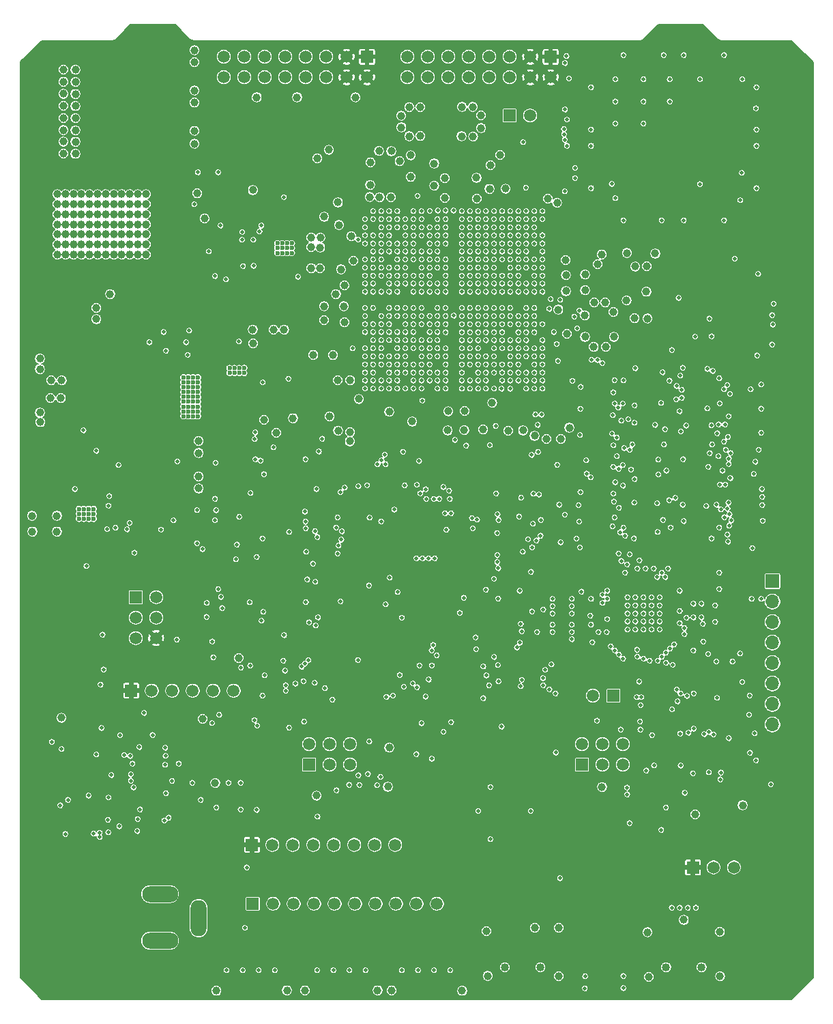
<source format=gbr>
G04 #@! TF.GenerationSoftware,KiCad,Pcbnew,(5.1.6)-1*
G04 #@! TF.CreationDate,2020-09-23T13:58:01+03:00*
G04 #@! TF.ProjectId,Cryptech Alpha,43727970-7465-4636-9820-416c7068612e,rev?*
G04 #@! TF.SameCoordinates,Original*
G04 #@! TF.FileFunction,Copper,L4,Inr*
G04 #@! TF.FilePolarity,Positive*
%FSLAX46Y46*%
G04 Gerber Fmt 4.6, Leading zero omitted, Abs format (unit mm)*
G04 Created by KiCad (PCBNEW (5.1.6)-1) date 2020-09-23 13:58:01*
%MOMM*%
%LPD*%
G01*
G04 APERTURE LIST*
G04 #@! TA.AperFunction,ViaPad*
%ADD10C,1.500000*%
G04 #@! TD*
G04 #@! TA.AperFunction,ViaPad*
%ADD11R,1.500000X1.500000*%
G04 #@! TD*
G04 #@! TA.AperFunction,ViaPad*
%ADD12O,1.700000X1.700000*%
G04 #@! TD*
G04 #@! TA.AperFunction,ViaPad*
%ADD13R,1.700000X1.700000*%
G04 #@! TD*
G04 #@! TA.AperFunction,ViaPad*
%ADD14O,2.000000X4.500000*%
G04 #@! TD*
G04 #@! TA.AperFunction,ViaPad*
%ADD15O,4.500000X2.000000*%
G04 #@! TD*
G04 #@! TA.AperFunction,WasherPad*
%ADD16C,1.016000*%
G04 #@! TD*
G04 #@! TA.AperFunction,ViaPad*
%ADD17C,0.500000*%
G04 #@! TD*
G04 #@! TA.AperFunction,ViaPad*
%ADD18C,1.000000*%
G04 #@! TD*
G04 #@! TA.AperFunction,ViaPad*
%ADD19C,0.600000*%
G04 #@! TD*
G04 #@! TA.AperFunction,Conductor*
%ADD20C,0.127000*%
G04 #@! TD*
G04 APERTURE END LIST*
D10*
X73730000Y19800000D03*
D11*
X76270000Y19800000D03*
D12*
X96000000Y16220000D03*
X96000000Y18760000D03*
X96000000Y21300000D03*
X96000000Y23840000D03*
X96000000Y26380000D03*
X96000000Y28920000D03*
X96000000Y31460000D03*
D13*
X96000000Y34000000D03*
D10*
X29133790Y20421600D03*
X26593790Y20421600D03*
X24053790Y20421600D03*
X21513790Y20421600D03*
X18973790Y20421600D03*
D11*
X16433790Y20421600D03*
D10*
X36580000Y-6000000D03*
X54360000Y-6000000D03*
X51820000Y-6000000D03*
X49280000Y-6000000D03*
X46740000Y-6000000D03*
X44200000Y-6000000D03*
X41660000Y-6000000D03*
X39120000Y-6000000D03*
X34040000Y-6000000D03*
D11*
X31500000Y-6000000D03*
D14*
X24800000Y-7800000D03*
D15*
X20000000Y-10600000D03*
X20000000Y-4800000D03*
D16*
X62800000Y-13884000D03*
X67209800Y-13884000D03*
X82800000Y-13884000D03*
X87209800Y-13884000D03*
D10*
X91219330Y-1500000D03*
X88679330Y-1500000D03*
D11*
X86139330Y-1500000D03*
D10*
X65916800Y91744800D03*
D11*
X63376800Y91744800D03*
X68472990Y99034600D03*
D10*
X68472990Y96494600D03*
X65932990Y99034600D03*
X65932990Y96494600D03*
X63392990Y99034600D03*
X63392990Y96494600D03*
X60852990Y99034600D03*
X60852990Y96494600D03*
X58312990Y99034600D03*
X58312990Y96494600D03*
X55772990Y99034600D03*
X55772990Y96494600D03*
X53232990Y99034600D03*
X53232990Y96494600D03*
X50692990Y99034600D03*
X50692990Y96494600D03*
D11*
X45689190Y99034600D03*
D10*
X45689190Y96494600D03*
X43149190Y99034600D03*
X43149190Y96494600D03*
X40609190Y99034600D03*
X40609190Y96494600D03*
X38069190Y99034600D03*
X38069190Y96494600D03*
X35529190Y99034600D03*
X35529190Y96494600D03*
X32989190Y99034600D03*
X32989190Y96494600D03*
X30449190Y99034600D03*
X30449190Y96494600D03*
X27909190Y99034600D03*
X27909190Y96494600D03*
D11*
X38506390Y11252200D03*
D10*
X38506390Y13792200D03*
X41046390Y11252200D03*
X41046390Y13792200D03*
X43586390Y11252200D03*
X43586390Y13792200D03*
D11*
X72364590Y11252200D03*
D10*
X72364590Y13792200D03*
X74904590Y11252200D03*
X74904590Y13792200D03*
X77444590Y11252200D03*
X77444590Y13792200D03*
D11*
X16980000Y32015000D03*
D10*
X19520000Y32015000D03*
X16980000Y29475000D03*
X19520000Y29475000D03*
X16980000Y26935000D03*
X19520000Y26935000D03*
X49190000Y1300000D03*
D11*
X31410000Y1300000D03*
D10*
X33950000Y1300000D03*
X36490000Y1300000D03*
X39030000Y1300000D03*
X41570000Y1300000D03*
X44110000Y1300000D03*
X46650000Y1300000D03*
D17*
X37600000Y23400000D03*
X24585000Y42815000D03*
X81700000Y34500000D03*
X84500000Y28800000D03*
X75438000Y27686000D03*
X68700000Y31800000D03*
X68700000Y30000000D03*
X71100000Y31800000D03*
X68700000Y28600000D03*
X71100000Y28600000D03*
X71100000Y26800000D03*
X38000000Y23800000D03*
X38400000Y24200000D03*
X92207800Y84632800D03*
X71100000Y30000000D03*
X79000000Y29000000D03*
X80000000Y29000000D03*
X80000000Y28000000D03*
X79000000Y28000000D03*
X78000000Y28000000D03*
X78000000Y29000000D03*
X78000000Y30000000D03*
X79000000Y30000000D03*
X80000000Y30000000D03*
X81000000Y30000000D03*
X81000000Y29000000D03*
X81000000Y28000000D03*
X82000000Y28000000D03*
X82000000Y29000000D03*
X82000000Y30000000D03*
X82000000Y31000000D03*
X81000000Y31000000D03*
X80000000Y31000000D03*
X79000000Y31000000D03*
X78000000Y31000000D03*
X82000000Y32000000D03*
X81000000Y32000000D03*
X80000000Y32000000D03*
X79000000Y32000000D03*
X78000000Y32000000D03*
X66000000Y5500000D03*
D18*
X60660000Y-14963590D03*
X80500000Y-9536420D03*
X89500000Y-15000000D03*
X89487400Y-9500000D03*
X80660000Y-15067780D03*
X69488400Y-15000000D03*
X69488400Y-9000000D03*
X60500000Y-9413610D03*
X85000000Y-8000000D03*
X66500000Y-9000000D03*
X35750000Y-16750000D03*
X57500000Y-16800000D03*
X48750000Y-16750000D03*
X47000000Y-16750000D03*
X37982000Y-16750000D03*
X27000000Y-16800000D03*
D17*
X30530800Y-9000000D03*
X30750000Y-1500000D03*
X8250000Y2654120D03*
X11772170Y2692730D03*
D18*
X43593770Y52492120D03*
D17*
X84554130Y15100740D03*
X87550000Y15025000D03*
X88679330Y15000730D03*
X89125000Y19525000D03*
X12100590Y12500610D03*
X16700000Y8425000D03*
X13550000Y4400000D03*
X11125000Y7400000D03*
X79450000Y21550000D03*
X69113400Y12736600D03*
X51436900Y77889100D03*
D18*
X46125000Y85949990D03*
X40950000Y87500000D03*
X47175000Y87350000D03*
X48700000Y87325000D03*
D17*
X55450100Y75882500D03*
X57448700Y75882500D03*
X72202200Y58097800D03*
X57453420Y67884780D03*
X58453420Y67884780D03*
X57448700Y70904100D03*
X58453420Y66884780D03*
X55450100Y71894700D03*
X59453420Y69892820D03*
X57453420Y65884780D03*
X58448700Y71894700D03*
X59453420Y66884780D03*
X54434100Y65889500D03*
X59448700Y70904100D03*
X52452900Y67889500D03*
X57448700Y72885300D03*
X55445380Y64884770D03*
X60453420Y69892820D03*
X59453420Y65884780D03*
X52452900Y70904100D03*
X58453420Y64884770D03*
X60453420Y66884780D03*
X59448700Y72885300D03*
X60448700Y71894700D03*
X57453420Y63884770D03*
X61453430Y67884780D03*
X55450100Y73901300D03*
X61448700Y70904100D03*
X51436900Y66889500D03*
X58448700Y73901300D03*
X60453420Y64884770D03*
X59453420Y63884770D03*
X61453430Y65884780D03*
X53443500Y73901300D03*
X59448700Y73901300D03*
X57448700Y74891900D03*
X61448700Y72885300D03*
X62453420Y66884780D03*
X60448700Y73901300D03*
X53443500Y62889500D03*
X61453430Y63884770D03*
X61448700Y73901300D03*
X49455700Y69888100D03*
X57453420Y61884780D03*
X63453420Y67884780D03*
X49455700Y66889500D03*
X63448700Y70904100D03*
X49455700Y71894700D03*
X59448700Y75882500D03*
X59453420Y61884780D03*
X50446300Y63889500D03*
X62448700Y73901300D03*
X60453420Y61884780D03*
X55450100Y76898500D03*
X48439700Y67889500D03*
X54434100Y76898500D03*
X50446300Y74891900D03*
X61448700Y75882500D03*
X61453430Y61884780D03*
X63448700Y73901300D03*
X60453420Y60884780D03*
X60448700Y76898500D03*
X55450100Y77889100D03*
X63448700Y74891900D03*
X58448700Y77889100D03*
X65453430Y65884780D03*
X63448700Y75882500D03*
X47449100Y64889500D03*
X52452900Y59889500D03*
X64453420Y62884780D03*
X55445380Y58884780D03*
X66453420Y69892820D03*
X55450100Y78905100D03*
X49455700Y60889500D03*
X64448700Y75882500D03*
X48439700Y61889500D03*
X62448700Y77889100D03*
X46433100Y72885300D03*
X45442500Y69888100D03*
X57448700Y79895700D03*
X64448700Y76898500D03*
X47449100Y75882500D03*
X63453420Y59884770D03*
X59453420Y57884780D03*
X59448700Y79895700D03*
X67448700Y72885300D03*
X48439700Y59889500D03*
X65448700Y76898500D03*
X61448700Y79895700D03*
X46433100Y61889500D03*
X65448700Y77889100D03*
X67453420Y61884780D03*
X63448700Y79895700D03*
X65448700Y78905100D03*
X66453420Y58884780D03*
X65448700Y79895700D03*
X45442500Y58889500D03*
X66448700Y79895700D03*
X46431200Y78909800D03*
X56413400Y79959200D03*
D18*
X7250000Y82000000D03*
X8250000Y82000000D03*
X9250000Y82000000D03*
X10250000Y82000000D03*
X11250000Y82000000D03*
X12250000Y82000000D03*
X13250000Y82000000D03*
X14250000Y82000000D03*
X15250000Y82000000D03*
X16250000Y82000000D03*
X17250000Y82000000D03*
X18250000Y82000000D03*
X18250000Y80750000D03*
X17250000Y80750000D03*
X16250000Y80750000D03*
X15250000Y80750000D03*
X14250000Y80750000D03*
X13250000Y80750000D03*
X12250000Y80750000D03*
X11250000Y80750000D03*
X10250000Y80750000D03*
X9250000Y80750000D03*
X8250000Y80750000D03*
X7250000Y80750000D03*
X18250000Y79500000D03*
X17250000Y79500000D03*
X16250000Y79500000D03*
X15250000Y79500000D03*
X14250000Y79500000D03*
X13250000Y79500000D03*
X12250000Y79500000D03*
X11250000Y79500000D03*
X10250000Y79500000D03*
X9250000Y79500000D03*
X8250000Y79500000D03*
X7250000Y79500000D03*
X18250000Y78250000D03*
X17250000Y78250000D03*
X16250000Y78250000D03*
X15250000Y78250000D03*
X14250000Y78250000D03*
X13250000Y78250000D03*
X12250000Y78250000D03*
X11250000Y78250000D03*
X10250000Y78250000D03*
X9250000Y78250000D03*
X8250000Y78250000D03*
X7250000Y78250000D03*
X18250000Y77000000D03*
X17250000Y77000000D03*
X16250000Y77000000D03*
X15250000Y77000000D03*
X14250000Y77000000D03*
X13250000Y77000000D03*
X12250000Y77000000D03*
X11250000Y77000000D03*
X10250000Y77000000D03*
X9250000Y77000000D03*
X8250000Y77000000D03*
X7250000Y77000000D03*
X18250000Y75750000D03*
X17250000Y75750000D03*
X16250000Y75750000D03*
X15250000Y75750000D03*
X14250000Y75750000D03*
X13250000Y75750000D03*
X12250000Y75750000D03*
X11250000Y75750000D03*
X10250000Y75750000D03*
X9250000Y75750000D03*
X8250000Y75750000D03*
X7250000Y75750000D03*
X18250000Y74500000D03*
X17250000Y74500000D03*
X16250000Y74500000D03*
X15250000Y74500000D03*
X14250000Y74500000D03*
X13250000Y74500000D03*
X12250000Y74500000D03*
X11250000Y74500000D03*
X10250000Y74500000D03*
X9250000Y74500000D03*
X8250000Y74500000D03*
X7250000Y74500000D03*
X39025000Y62075000D03*
X41475000Y62025000D03*
X41050000Y54450000D03*
X51300000Y53800000D03*
X55700000Y52700000D03*
X55775000Y55075000D03*
X67950000Y51650000D03*
X69750040Y51650000D03*
X70500000Y64675000D03*
X72750000Y64300000D03*
X76325000Y64300000D03*
X73825000Y63050000D03*
X75325000Y63050000D03*
X70375000Y71950000D03*
X72750000Y72025000D03*
X80400000Y73050000D03*
X78975000Y73025000D03*
X77925000Y74700000D03*
X81450000Y74625000D03*
X70350000Y73825000D03*
X74825000Y74525000D03*
X69275000Y80925000D03*
X68125000Y81450000D03*
X62875000Y82675000D03*
X55350000Y81525000D03*
X55325000Y84000000D03*
X62200000Y86850000D03*
X61000000Y85575000D03*
X54025000Y83050000D03*
X49725000Y86075000D03*
X52300000Y89200000D03*
X50925000Y89175000D03*
X50925000Y92800000D03*
X52300000Y92775000D03*
X49925000Y91725000D03*
X49950000Y90275000D03*
X39525000Y86450000D03*
X42075010Y80975000D03*
X42200000Y78175000D03*
X42450000Y72675000D03*
X42875000Y66100000D03*
X40350000Y66375000D03*
X38775000Y76600000D03*
X39900000Y76600000D03*
X40375000Y79200000D03*
X38775000Y72825000D03*
X39825000Y72800000D03*
X39875000Y75375000D03*
X24275000Y99850000D03*
X24275000Y98350000D03*
X24275000Y94850000D03*
X24275000Y93350000D03*
X24275000Y89850000D03*
X24275000Y88250000D03*
X5150000Y53724980D03*
X5100000Y54900000D03*
X6400000Y56700000D03*
X7700000Y56700000D03*
X7800000Y58900000D03*
X6500000Y58900000D03*
X5100000Y61600000D03*
X5100000Y60300000D03*
X12100000Y67900000D03*
X12100000Y66500000D03*
X13800000Y69600000D03*
X32900000Y54000000D03*
X36500000Y54200000D03*
X24800000Y51400000D03*
X24800000Y49900000D03*
X24800000Y47000000D03*
X24800000Y45500000D03*
X7200000Y40150000D03*
X7200000Y42100000D03*
X4150000Y40150000D03*
X4100000Y42100000D03*
X29750000Y24450000D03*
X92300000Y6200000D03*
X86425000Y5075000D03*
X74850000Y8475000D03*
X48275000Y8500000D03*
X26850000Y8975000D03*
X7750000Y17050000D03*
X25275000Y16900000D03*
X43549990Y51350000D03*
X74300000Y73300000D03*
D17*
X94100000Y62000000D03*
X93300000Y57800000D03*
X94600000Y58400000D03*
X94600000Y55400000D03*
X94600000Y52400000D03*
X94676800Y45423200D03*
X94795600Y41495600D03*
X93500000Y38100000D03*
X79000000Y60400000D03*
X77505400Y58894600D03*
X77424400Y56024400D03*
X73556800Y61456800D03*
X72128800Y52128800D03*
X60934600Y50865400D03*
X56588800Y51511200D03*
X50147600Y50052400D03*
X39717600Y50082400D03*
X31235800Y44935800D03*
X29821800Y41978200D03*
X29417600Y36717600D03*
X27207800Y33007800D03*
X27550000Y32050000D03*
X31123000Y31377000D03*
X32700000Y39300000D03*
X39200000Y21400000D03*
X37800000Y21600000D03*
X40470200Y20729800D03*
D18*
X48450000Y13350000D03*
D17*
X55186200Y15313800D03*
X62400000Y15951200D03*
X67529000Y21971000D03*
X68584000Y23684000D03*
X67792600Y23007400D03*
X66156600Y30243400D03*
X66038400Y35161600D03*
X66285400Y41114600D03*
X65042800Y88442800D03*
X87923600Y60326400D03*
X89416000Y59166000D03*
X89454200Y56045800D03*
X88423600Y53326400D03*
X89487400Y45987400D03*
X89398000Y40648000D03*
X88439200Y39310800D03*
X48439700Y57889500D03*
D18*
X63200000Y52650000D03*
X60100000Y52800000D03*
D17*
X72150000Y55375000D03*
X58000000Y50825000D03*
X81450000Y53375000D03*
X72007600Y41392400D03*
X87800000Y43324000D03*
X43900000Y62875000D03*
X77453780Y45852240D03*
D18*
X66478240Y52027540D03*
X65053170Y52702570D03*
D17*
X72157800Y45042200D03*
X72117400Y38182600D03*
X78810800Y39310800D03*
X81300000Y11150000D03*
X86131400Y10168600D03*
X89525000Y9425000D03*
X88100000Y10300000D03*
X89600000Y10275000D03*
X93163400Y19813400D03*
X88032000Y24968000D03*
X89032000Y24032000D03*
X79655400Y18619600D03*
X83546400Y18103600D03*
X79600000Y15597000D03*
X74225000Y16700000D03*
X12875000Y27375000D03*
X13000000Y23050000D03*
X26600000Y24550000D03*
X51816000Y12559000D03*
X36000000Y15825000D03*
X20750000Y7697600D03*
X21500000Y9225000D03*
X20625000Y11228200D03*
X22325000Y11375000D03*
X20686390Y12336400D03*
X8564000Y6886000D03*
X13575000Y2850000D03*
X53725000Y11975000D03*
X17225000Y4500000D03*
X17170000Y3000000D03*
X12717200Y15782800D03*
X73500000Y95250000D03*
X73500000Y90000000D03*
X73500000Y88000000D03*
X73500000Y82750000D03*
X77500000Y78750000D03*
X82250000Y78750000D03*
X85000000Y78750000D03*
X90000000Y78750000D03*
X94000000Y82750000D03*
X93954600Y92647600D03*
X90000000Y99250000D03*
X85000000Y99250000D03*
X82500000Y99250000D03*
X77500000Y99250000D03*
X76500000Y96250000D03*
X80000000Y96250000D03*
X83250000Y96250000D03*
X76500000Y93500000D03*
X80000000Y93500000D03*
X83250000Y93500000D03*
X76500000Y90750000D03*
X80000000Y90750000D03*
X76500000Y81500000D03*
X87000000Y83250000D03*
X92000000Y81250000D03*
X92250000Y96250000D03*
X94000000Y95250000D03*
X94000000Y90000000D03*
X94000000Y88000000D03*
X87000000Y96250000D03*
X70250000Y92500000D03*
X70250000Y98250000D03*
X70750000Y96338800D03*
X71500000Y85250000D03*
X71500000Y84000000D03*
X27200000Y84700000D03*
X27500000Y78100000D03*
X26831200Y71831200D03*
X28194000Y71431000D03*
X26050000Y74900000D03*
D18*
X25525000Y79000000D03*
X31525000Y82500000D03*
X32000000Y94000000D03*
X37000000Y94000000D03*
X44250000Y94000000D03*
D17*
X35375000Y81625000D03*
X30169400Y76344400D03*
X31580600Y76344400D03*
X30200000Y77300000D03*
X23225000Y63625000D03*
X23617800Y65082200D03*
X14833600Y48408600D03*
X14475000Y40625000D03*
X16217800Y41232200D03*
X32350000Y77375000D03*
X51970900Y81785740D03*
X53467000Y79925800D03*
X52451000Y74887200D03*
X51460400Y71890000D03*
X68875000Y64900000D03*
X22150000Y48850000D03*
X21680000Y41545000D03*
X20125000Y40400000D03*
X40125000Y51675000D03*
X31823000Y49123000D03*
X50000000Y29475000D03*
X94239400Y72110600D03*
X91325000Y74000000D03*
D18*
X48450000Y55000000D03*
D17*
X44602400Y76352400D03*
D18*
X42875000Y70675000D03*
D17*
X68300000Y67775000D03*
D18*
X35400000Y65200000D03*
X31500000Y65200000D03*
X34100000Y65200000D03*
X31550000Y63475000D03*
X70800000Y53025000D03*
D17*
X35925000Y59100000D03*
D18*
X34425000Y52400000D03*
X42100000Y52675000D03*
D17*
X32600000Y29100000D03*
X44550000Y24225000D03*
D18*
X43725000Y76800000D03*
D17*
X70225000Y88750000D03*
X70144800Y89419800D03*
X70125000Y90075000D03*
X70225000Y82350000D03*
X15900780Y40426970D03*
D18*
X24617800Y82092800D03*
D17*
X77503780Y40626980D03*
X78850000Y43750000D03*
X37875000Y16575000D03*
X42375000Y45025000D03*
X10850000Y35875000D03*
X16579200Y11375000D03*
X80350000Y10525000D03*
X85104150Y7750380D03*
X21076030Y4675230D03*
X88135400Y15286200D03*
X84135120Y20567680D03*
D19*
X11745800Y41747200D03*
X11745800Y42347200D03*
X11745800Y42947200D03*
X11145800Y42947200D03*
X11145800Y42347200D03*
X11145800Y41747200D03*
X9945800Y41747200D03*
X9945800Y42347200D03*
X9945800Y42947200D03*
X10545800Y42947190D03*
X10545800Y42347190D03*
X10545800Y41747200D03*
X35758400Y75905600D03*
X35758400Y75305610D03*
X35758400Y74705610D03*
X36358400Y74705600D03*
X36358400Y75305600D03*
X36358400Y75905600D03*
X35158400Y75905600D03*
X35158400Y75305600D03*
X35158400Y74705600D03*
X34558400Y74705600D03*
X34558400Y75305600D03*
X34558400Y75905600D03*
X23509200Y54455200D03*
X23509200Y55055200D03*
X23509200Y55655200D03*
X22909200Y55655200D03*
X22909200Y55055200D03*
X22909200Y54455200D03*
X24109200Y54455210D03*
X24109200Y55055200D03*
X24109200Y55655200D03*
X24709200Y55655200D03*
X24709200Y55055200D03*
X24709200Y54455200D03*
X23509200Y56255200D03*
X23509200Y56855200D03*
X23509200Y57455200D03*
X22909200Y57455200D03*
X22909200Y56855200D03*
X22909200Y56255200D03*
X24109200Y56255210D03*
X24109200Y56855200D03*
X24109200Y57455200D03*
X24709200Y57455200D03*
X24709200Y56855200D03*
X24709200Y56255200D03*
X29234200Y59830200D03*
X29234200Y60430200D03*
X28634200Y60430200D03*
X28634200Y59830200D03*
X29834200Y59830200D03*
X29834200Y60430200D03*
X30434200Y60430200D03*
X30434200Y59830200D03*
X24709200Y58055210D03*
X24709200Y58655200D03*
X24709200Y59255200D03*
X24109200Y59255200D03*
X24109200Y58655200D03*
X24109200Y58055210D03*
X22909200Y58055210D03*
X22909200Y58655200D03*
X22909200Y59255200D03*
X23509200Y59255200D03*
X23509200Y58655200D03*
X23509200Y58055200D03*
D17*
X61000000Y8475000D03*
X61000000Y2000000D03*
X59500000Y5500000D03*
X84599400Y11125600D03*
X29550000Y38550000D03*
X52550000Y56400000D03*
X50446300Y61889500D03*
X48439700Y76898500D03*
X49455700Y58889500D03*
X12625000Y21175000D03*
X45448600Y66878200D03*
D18*
X38750000Y75425000D03*
D17*
X68700000Y30900000D03*
X71100000Y30900000D03*
X68700000Y27700000D03*
X71100000Y27700000D03*
X87400000Y26500000D03*
X87200000Y31200000D03*
X87200000Y29500000D03*
X93400000Y31800000D03*
X94600000Y31800000D03*
X95800000Y8800000D03*
X20537242Y4325010D03*
X25051220Y6875010D03*
X83635400Y23622000D03*
X86199998Y25400000D03*
X81050000Y14900000D03*
X48439700Y78905100D03*
D18*
X54020883Y85790010D03*
D17*
X48500000Y34425000D03*
X55550000Y40375000D03*
X45925000Y33475000D03*
X37982000Y42621260D03*
X66313640Y44843000D03*
X46000000Y41875000D03*
X67250000Y41600000D03*
X48002340Y31126520D03*
X64800000Y44350000D03*
X61975000Y35600000D03*
X61725000Y44875000D03*
X42025000Y37425000D03*
X61850000Y37250000D03*
X45975000Y14125000D03*
X41900000Y8075000D03*
X47352310Y9725470D03*
X46925000Y8700000D03*
X45800000Y10100000D03*
X44727180Y8725430D03*
X43450000Y8750000D03*
X44625000Y9925000D03*
X48439700Y60889500D03*
X76050000Y83275000D03*
X56450000Y66925000D03*
X50446300Y59889500D03*
X90000000Y51300000D03*
X35400000Y27300000D03*
X72900000Y49000000D03*
X51436900Y57889500D03*
X90500000Y51900000D03*
X76700000Y51800000D03*
X39300000Y28500000D03*
X51436900Y58889500D03*
X76100000Y52300000D03*
X38500000Y28900000D03*
X89150000Y52350000D03*
X84625000Y52575000D03*
X51436900Y59889500D03*
X78103810Y54077640D03*
X32800000Y30200000D03*
X50446300Y57889500D03*
X38100000Y31400000D03*
X82654030Y52852580D03*
X77228770Y53902630D03*
X54434100Y58889500D03*
X39600000Y29500000D03*
X88504320Y50952490D03*
X78603840Y50952490D03*
X78290380Y50290380D03*
X90200000Y50300000D03*
X54434100Y57889500D03*
X45700000Y45900000D03*
X47900000Y49700000D03*
X52452900Y58889500D03*
X77600000Y50500000D03*
X88225000Y49875000D03*
X47000000Y48500000D03*
X52452900Y57889500D03*
X89300000Y49500000D03*
X76253790Y50864570D03*
X47499900Y48999900D03*
X54434100Y59889500D03*
X84925000Y49125000D03*
X81825000Y49075000D03*
X48000000Y48500000D03*
X53443500Y58889500D03*
X82554030Y50952490D03*
X69275000Y48425000D03*
X90600000Y49200000D03*
X53443500Y59889500D03*
X42925000Y45600000D03*
X77425000Y48400000D03*
X58453420Y57884780D03*
X89800000Y47700000D03*
X81850000Y47225000D03*
X61450000Y34300000D03*
X66453420Y61884780D03*
X64625000Y32800000D03*
X76700000Y49500000D03*
X55445380Y57884780D03*
X90799820Y49899900D03*
X60450000Y32950000D03*
X60453420Y57884780D03*
X94300000Y50300000D03*
X78903850Y46677280D03*
X61975000Y31828260D03*
X59453420Y58884780D03*
X61900000Y42300000D03*
X60453420Y58884780D03*
X62000000Y41600000D03*
X61453430Y59884770D03*
X64553150Y42025000D03*
X46433100Y57889500D03*
X35600000Y20400000D03*
X45442500Y57889500D03*
X35600000Y21100000D03*
X36800000Y21300000D03*
X47449100Y57889500D03*
X46433100Y59889500D03*
X35500000Y22900000D03*
X45442500Y59889500D03*
X32700000Y19800000D03*
X48900000Y19800000D03*
X49455700Y57889500D03*
X48439700Y58889500D03*
X48100000Y19650000D03*
X57453420Y60884780D03*
X59350000Y41625000D03*
X61453430Y57884780D03*
X61825000Y39975000D03*
X90425000Y39775000D03*
X77100000Y40075000D03*
X62375000Y57875000D03*
X76150000Y40800000D03*
X65675000Y39200000D03*
X90625000Y40875000D03*
X90879430Y41527030D03*
X67453420Y62884780D03*
X76400000Y41900000D03*
X59164794Y27035206D03*
X66453420Y62884780D03*
X90675000Y42300000D03*
X71675000Y39275000D03*
X59226186Y25572598D03*
X57453420Y57884780D03*
X90425000Y43000000D03*
X76953760Y43102100D03*
X55975000Y44200000D03*
X57440220Y58884780D03*
X53025000Y44200000D03*
X90525000Y43725000D03*
X76325000Y43875000D03*
X57453420Y59884770D03*
X50377460Y45877240D03*
X83175000Y44050000D03*
X55445380Y59884770D03*
X52150000Y48900000D03*
X83950000Y44325000D03*
X49455700Y59889500D03*
X51875000Y45950000D03*
X84850000Y43475000D03*
X46433100Y58889500D03*
X52300000Y44900000D03*
X89054350Y43475000D03*
X69525000Y43475000D03*
X47449100Y60889500D03*
X52975000Y45400000D03*
X81711360Y43656990D03*
X89600000Y42900000D03*
X53950000Y44200000D03*
X52452900Y66889500D03*
X90025000Y41925000D03*
X82400000Y41600000D03*
X54627670Y44227160D03*
X47449100Y62889500D03*
X76250000Y44850000D03*
X83375000Y40650000D03*
X67453420Y58884780D03*
X85000000Y41450000D03*
X67025000Y44750000D03*
X67453420Y57884780D03*
X81750000Y40100000D03*
X66453420Y57884780D03*
X90500000Y38900000D03*
X77725000Y39625000D03*
X76900000Y37425000D03*
X65453430Y57884780D03*
X90575000Y54450000D03*
X76200000Y54575000D03*
X65453430Y59884770D03*
X84475000Y55075000D03*
X66900000Y50025000D03*
X65453430Y58884780D03*
X84075000Y56550000D03*
X66128230Y49652420D03*
X63453420Y58884780D03*
X84754140Y56752770D03*
X67353290Y54652670D03*
X63449880Y57874880D03*
X76250000Y57425000D03*
X66875000Y53375000D03*
X90725000Y57225010D03*
X76400000Y58925000D03*
X64900000Y21769670D03*
X90404410Y58327850D03*
X64453420Y59884770D03*
X69375000Y61325000D03*
X64775000Y20975000D03*
X84575000Y59500000D03*
X71175000Y58850000D03*
X64453420Y58884780D03*
X84879140Y60477950D03*
X64453420Y61884780D03*
X62003030Y21576050D03*
X82375000Y59900000D03*
X88600000Y60075000D03*
X74300000Y61425000D03*
X58453420Y60884780D03*
X61925000Y23600000D03*
X83225000Y58875000D03*
X60825000Y21075000D03*
X64453420Y64884770D03*
X83525000Y62675000D03*
X60500000Y22300000D03*
X84100000Y58200000D03*
X74875000Y61050000D03*
X55445380Y60884780D03*
X90000000Y57807000D03*
X60125000Y23425000D03*
X53443500Y60889500D03*
X84750000Y57725010D03*
X86400000Y64325000D03*
X47449100Y61889500D03*
X82175000Y56100000D03*
X84350000Y69125000D03*
X32068820Y16075000D03*
X49455700Y61889500D03*
X78900000Y55800000D03*
X88450000Y64375000D03*
X31728800Y16775000D03*
X31175000Y23525000D03*
X46433100Y64889500D03*
X76875000Y55525000D03*
X87900000Y55425000D03*
X76428730Y56027730D03*
X30050000Y23275000D03*
X46433100Y65889500D03*
X90100000Y53450000D03*
X93675000Y47300000D03*
X76471760Y46265120D03*
X52200000Y23550000D03*
X90137400Y45987410D03*
X78450000Y47850000D03*
X53725000Y23550000D03*
X85279160Y53302600D03*
X69700000Y38825000D03*
X53700000Y25400000D03*
X78875000Y53650000D03*
X89325000Y53450000D03*
X53900000Y26100000D03*
X63453420Y61884780D03*
X57200000Y30075000D03*
X58700000Y41823870D03*
X50446300Y60889500D03*
X58827870Y40551980D03*
X51436900Y60889500D03*
X62453420Y59884770D03*
X66575000Y54675000D03*
X57700000Y31950000D03*
X66175000Y38200000D03*
X62453420Y58884780D03*
X61653010Y53252600D03*
X56134000Y16510000D03*
X66725000Y39050000D03*
X72950000Y47350000D03*
X42150000Y38425000D03*
X64875000Y27800000D03*
X53350000Y21800000D03*
X88054300Y48177350D03*
X76900000Y47950000D03*
X71950000Y43425000D03*
X82825000Y47700000D03*
X67225000Y39650000D03*
X51377510Y21301040D03*
X93885400Y48810400D03*
X78300000Y37325000D03*
X54350000Y24800000D03*
X38975000Y36175000D03*
X38125000Y37650000D03*
X49750000Y22375000D03*
X70228430Y42252060D03*
X76228260Y48175000D03*
X90575000Y48525000D03*
X44625000Y45775000D03*
X47427310Y41402020D03*
X73450000Y46875000D03*
X90775000Y46775000D03*
X25800000Y31300000D03*
X25775000Y29575000D03*
X50250000Y20900000D03*
X26900000Y48675000D03*
X39400000Y45425000D03*
X49455700Y78905100D03*
X70450000Y99125000D03*
X50446300Y76898500D03*
X65400000Y82800000D03*
X53443500Y75882500D03*
X54434100Y75882500D03*
X55448200Y79959200D03*
X54457600Y79959200D03*
X54434100Y77889100D03*
X54434100Y78905100D03*
X52452900Y79895700D03*
X52452900Y78905100D03*
X51436900Y79895700D03*
X52452900Y77889100D03*
X51436900Y78905100D03*
X53443500Y76898500D03*
X49455700Y77889100D03*
X46433100Y79895700D03*
X47449100Y77889100D03*
X45442500Y77889100D03*
X65453430Y62884780D03*
X69225000Y63425000D03*
X67453420Y63884770D03*
X45442500Y60889500D03*
X49075000Y42875000D03*
X77950000Y8400000D03*
X47449100Y58889500D03*
X51900000Y20850000D03*
X77975000Y7550000D03*
X88175000Y66575000D03*
X53443500Y74891900D03*
X65024990Y37656640D03*
X51436900Y74891900D03*
X61850000Y36375000D03*
X50446300Y75882500D03*
X52950000Y19675000D03*
X53443500Y77889100D03*
X52450000Y16375000D03*
X32900000Y47275000D03*
X55450100Y70904100D03*
X58448700Y70904100D03*
X55445380Y65884780D03*
X55450100Y72885300D03*
X57453420Y64884770D03*
X55424700Y67889500D03*
D18*
X47250000Y81625000D03*
X48650000Y81625000D03*
X46075000Y83150000D03*
X44000000Y73725000D03*
X51100000Y84125000D03*
X51100000Y86825000D03*
X46025000Y81650000D03*
X57802820Y55102690D03*
D17*
X57453420Y69892820D03*
X57453420Y66884780D03*
X57448700Y71894700D03*
X58453420Y65884780D03*
X60453420Y67884780D03*
X59448700Y71894700D03*
X58448700Y72885300D03*
X60448700Y70904100D03*
X59453420Y64884770D03*
X60453420Y65884780D03*
X61453430Y69892820D03*
X58453420Y63884770D03*
X61453430Y66884780D03*
X60448700Y72885300D03*
X61448700Y71894700D03*
X60453420Y63884770D03*
X61453430Y64884770D03*
D18*
X41825000Y69600000D03*
X40350000Y68100000D03*
X42800000Y68100000D03*
X43600000Y58924980D03*
X44675000Y56600000D03*
X57750000Y52725000D03*
X61225000Y56125000D03*
X75250000Y68550000D03*
X73875000Y68550000D03*
X76275000Y67375000D03*
X69425000Y67675000D03*
X77900000Y68825000D03*
X78900000Y66600000D03*
X80500000Y66575000D03*
X80350000Y69900000D03*
X70375000Y69975000D03*
X60900000Y82650000D03*
X59300000Y81450000D03*
X59275000Y84025000D03*
X57475000Y92825000D03*
X58800000Y92825000D03*
X59825000Y91775000D03*
X59850000Y90200000D03*
X57425000Y89175000D03*
X58850000Y89150000D03*
X72725000Y66950000D03*
X42050000Y58924980D03*
X72753550Y70078420D03*
D17*
X15050000Y14900000D03*
X38050000Y41400000D03*
X24575000Y38700000D03*
X32476580Y48952390D03*
X85400000Y19775000D03*
X86225000Y20075000D03*
X84600000Y20050000D03*
X93108400Y17433400D03*
X64653150Y26376290D03*
X93800000Y15125000D03*
X64279110Y25785200D03*
X92250000Y21500000D03*
X93218000Y12718000D03*
X93968000Y11782000D03*
X91968000Y25032000D03*
X91032000Y24032000D03*
X79725000Y19619600D03*
X79578000Y16597000D03*
X30000000Y5675000D03*
X32000000Y5625000D03*
X79171560Y19622870D03*
X82804000Y23876000D03*
X84229700Y19084940D03*
X77173070Y15605840D03*
X15550000Y12450000D03*
X38100000Y40550000D03*
X25275000Y37975000D03*
X39225000Y40200000D03*
X18025000Y17650000D03*
X6571600Y14071600D03*
X7773400Y13176600D03*
X7621000Y6204000D03*
X12500000Y2800000D03*
X19069200Y14919200D03*
X27351200Y17426200D03*
X14940800Y3590800D03*
X26450000Y16400000D03*
X20638600Y13336400D03*
X39550000Y4800000D03*
X12516240Y2253300D03*
X13600000Y7175000D03*
X17512500Y5687500D03*
D18*
X39425000Y7402400D03*
D17*
X31825000Y52450000D03*
X31750000Y51625000D03*
X38050000Y49123000D03*
X34075000Y50600000D03*
X29802200Y63725000D03*
X32750000Y58650000D03*
X45500000Y-14250000D03*
X41500000Y-14250000D03*
X39500000Y-14250000D03*
X43500000Y-14250000D03*
X34250000Y-14250000D03*
X30255000Y-14250000D03*
X28250000Y-14250000D03*
X32250000Y-14250000D03*
X83500000Y-6500000D03*
X72750000Y-15000000D03*
X52000000Y-14250000D03*
X56000000Y-14250000D03*
X54000000Y-14250000D03*
X50000000Y-14250000D03*
X85500000Y-6500000D03*
X77496220Y-14963590D03*
X86500000Y-6500000D03*
X77496220Y-16469460D03*
X16825000Y37525000D03*
X82200000Y3150000D03*
X24250000Y80750000D03*
X32975000Y22325000D03*
X45442500Y62889500D03*
X30300000Y73075000D03*
X10498200Y52700000D03*
X23436600Y62069330D03*
X13610600Y43360600D03*
D18*
X8000000Y88514570D03*
X9500000Y88494600D03*
X9500000Y87000000D03*
X8000000Y87019970D03*
X8000000Y91439570D03*
X9500000Y91419600D03*
X9500000Y89925000D03*
X8000000Y89944970D03*
X8000000Y94439570D03*
X9500000Y94419600D03*
X9500000Y92925000D03*
X8000000Y92944970D03*
X8000000Y95944970D03*
X9500000Y95925000D03*
X9500000Y97419600D03*
X8000000Y97439570D03*
D17*
X70500000Y88000000D03*
X24700000Y84700000D03*
X31600000Y73100000D03*
X20750000Y62575000D03*
X13698400Y44551600D03*
X26825000Y44225000D03*
X26950000Y42800000D03*
X26801310Y41552030D03*
X82797720Y5925000D03*
X13950000Y9950000D03*
X37125000Y71750000D03*
X18675000Y63625000D03*
X20450000Y64900000D03*
X12090000Y50165000D03*
X13425000Y40450000D03*
X9425000Y45425000D03*
X32575000Y78100000D03*
X69634500Y-2832500D03*
D18*
X43750000Y87525000D03*
X45125000Y86700080D03*
D17*
X50446300Y79895700D03*
D18*
X62075000Y55075000D03*
D17*
X53443500Y67889500D03*
X54434100Y71894700D03*
X55445380Y63884770D03*
X52452900Y64889500D03*
X50446300Y69888100D03*
X55450100Y74891900D03*
X51436900Y72885300D03*
X62448700Y72885300D03*
X60453420Y62884780D03*
X49455700Y65889500D03*
X52452900Y75882500D03*
X63453420Y64884770D03*
X64453420Y67884780D03*
X51436900Y61889500D03*
X62453420Y61884780D03*
X47449100Y70904100D03*
X58453420Y59884770D03*
X48439700Y73901300D03*
X65448700Y71894700D03*
X48439700Y62889500D03*
X46433100Y66889500D03*
X53443500Y78905100D03*
X49455700Y76898500D03*
X61453430Y58884780D03*
X66453420Y63884770D03*
X67453420Y66884780D03*
X53443500Y57889500D03*
X50446300Y58889500D03*
X66448700Y74891900D03*
X65453430Y60884780D03*
X45442500Y63889500D03*
X45442500Y74891900D03*
X47449100Y59889500D03*
X46433100Y77889100D03*
X64453420Y57884780D03*
X67448700Y77889100D03*
D18*
X41500000Y64075000D03*
X53300000Y53725000D03*
X68550000Y57175000D03*
X66600000Y56100000D03*
X71275000Y77225000D03*
X74875000Y76800000D03*
X64175000Y81475000D03*
X64950000Y86925000D03*
X64025000Y84325000D03*
X43800000Y80975000D03*
X43825000Y78175000D03*
X41600000Y75825000D03*
X9625000Y34575000D03*
X10575000Y33600000D03*
X10625000Y32525000D03*
X9650000Y31725000D03*
X29725000Y28700000D03*
X47650000Y51350000D03*
X70400000Y75500000D03*
D17*
X94600000Y60500000D03*
X94600000Y59377200D03*
X94700000Y56400000D03*
X94600000Y53400000D03*
X94600000Y46400000D03*
X94695600Y40495600D03*
X94692000Y39108000D03*
X77405400Y57894600D03*
X77375600Y55024400D03*
X72202200Y59097800D03*
X72300000Y60500000D03*
X72200000Y56200000D03*
X72128800Y53128800D03*
X51147600Y50052400D03*
X31335800Y45635800D03*
X31321800Y40978200D03*
X29721800Y40978200D03*
X31223000Y32377000D03*
X38000000Y19400000D03*
X38700000Y19300000D03*
D18*
X47050000Y13350000D03*
D17*
X54186200Y15286200D03*
X60841000Y15341000D03*
X66156600Y29243400D03*
X66061600Y36161600D03*
X66285400Y40114600D03*
X68080000Y87820000D03*
X66700400Y89099600D03*
X89416000Y58166000D03*
X89454200Y55045800D03*
X89487400Y44987400D03*
D18*
X70600000Y56124990D03*
X69625000Y57250000D03*
X46425000Y54550000D03*
D17*
X54434100Y60889500D03*
X57975000Y49025000D03*
X61675000Y48950000D03*
X38717600Y50082400D03*
X72107600Y40392400D03*
X72825000Y39700000D03*
X77453780Y44852190D03*
X89379360Y41627030D03*
X72042200Y46042200D03*
X91291800Y13633200D03*
X12850000Y31750000D03*
X18009600Y15059600D03*
X80695800Y80725000D03*
X47455200Y67894200D03*
X38075000Y50975000D03*
X26838600Y52211400D03*
X26940200Y49734800D03*
X42025000Y28825000D03*
X93052200Y68402200D03*
X93052200Y65827200D03*
X93127200Y63327200D03*
X79400000Y8700000D03*
X83704080Y71053470D03*
X44552170Y60377950D03*
D18*
X39000000Y64825000D03*
D17*
X36975000Y61225000D03*
X34150000Y67650000D03*
X31850000Y43975000D03*
X32175000Y42675000D03*
X31726550Y38751890D03*
X31242000Y30226000D03*
X48050000Y30175000D03*
X50225000Y26675000D03*
X29595000Y45355000D03*
X65800000Y21275000D03*
X77572600Y41727400D03*
X77290800Y86090800D03*
D18*
X70450000Y78175000D03*
D17*
X77048600Y76920600D03*
X81207400Y77225000D03*
X32000000Y37000000D03*
X42025000Y41900000D03*
X38275000Y34225000D03*
X27700000Y30675000D03*
X41850000Y40650000D03*
X39275000Y33925000D03*
X39525000Y39475000D03*
X42575000Y40175000D03*
X49475000Y32650000D03*
X42500000Y39150000D03*
X36000000Y40100000D03*
X42400000Y31500000D03*
X26475000Y26525000D03*
X16375000Y9250000D03*
X16375000Y10050000D03*
X85575000Y15200000D03*
X86229210Y15700770D03*
X61450000Y24600000D03*
X60125000Y19500000D03*
X17425000Y13425000D03*
X16275000Y12325000D03*
X90600000Y14525000D03*
X70500000Y91250000D03*
X84500000Y-6500000D03*
X72725000Y-16500000D03*
X57448700Y73901300D03*
X22100000Y26750000D03*
X78275000Y4000000D03*
X41400000Y19300000D03*
X59453420Y62884780D03*
X58453420Y62884780D03*
X57453420Y62884780D03*
X96152200Y68401800D03*
X54434100Y64889500D03*
X68475000Y68975000D03*
X96052200Y65834400D03*
X54434100Y63889500D03*
X69675000Y68889000D03*
X95952200Y63352200D03*
X55445380Y61884780D03*
X71775000Y65350000D03*
X55445380Y62884780D03*
X71409770Y66809780D03*
X55445380Y66884780D03*
X55441360Y69896840D03*
X45442500Y65889500D03*
X45442500Y64889500D03*
X48439700Y63889500D03*
X95952200Y67001800D03*
X54434100Y62889500D03*
X72050000Y67575000D03*
X58453420Y58884780D03*
X59453420Y59884770D03*
X60453420Y59884770D03*
X66453420Y59884770D03*
X46433100Y60889500D03*
X52452900Y60889500D03*
X59453420Y60884780D03*
X61453430Y60884780D03*
X62453420Y60884780D03*
X63453420Y60884780D03*
X64453420Y60884780D03*
X45442500Y61889500D03*
X52452900Y61889500D03*
X53443500Y61889500D03*
X54434100Y61889500D03*
X58453420Y61884780D03*
X46433100Y62889500D03*
X49455700Y62889500D03*
X50446300Y62889500D03*
X51436900Y62889500D03*
X52452900Y62889500D03*
X61453430Y62884780D03*
X62453420Y62884780D03*
X63453420Y62884780D03*
X46433100Y63889500D03*
X47449100Y63889500D03*
X49455700Y63889500D03*
X51436900Y63889500D03*
X52452900Y63889500D03*
X53443500Y63889500D03*
X62453420Y63884770D03*
X63453420Y63884770D03*
X64453420Y63884770D03*
X65453430Y63884770D03*
X48439700Y64889500D03*
X49455700Y64889500D03*
X50446300Y64889500D03*
X51436900Y64889500D03*
X53443500Y64889500D03*
X62453420Y64884770D03*
X65453430Y64884770D03*
X66453420Y64884770D03*
X47449100Y65889500D03*
X48439700Y65889500D03*
X50446300Y65889500D03*
X51436900Y65889500D03*
X52452900Y65889500D03*
X53443500Y65889500D03*
X62453420Y65884780D03*
X63453420Y65884780D03*
X64453420Y65884780D03*
X66453420Y65884780D03*
X67453420Y65884780D03*
X47449100Y66889500D03*
X48439700Y66889500D03*
X50446300Y66889500D03*
X53443500Y66889500D03*
X54434100Y66889500D03*
X63453420Y66884780D03*
X64453420Y66884780D03*
X65453430Y66884780D03*
X66453420Y66884780D03*
X45442500Y67889500D03*
X46433100Y67889500D03*
X49455700Y67889500D03*
X50446300Y67889500D03*
X51436900Y67889500D03*
X54434100Y67889500D03*
X59453420Y67884780D03*
X62453420Y67884780D03*
X65453430Y67884780D03*
X66453420Y67884780D03*
X46433100Y69888100D03*
X47449000Y69888100D03*
X48440000Y69888100D03*
X51436900Y69888100D03*
X52452900Y69888100D03*
X53443500Y69888100D03*
X54434100Y69888100D03*
X58453420Y69892820D03*
X62453420Y69892820D03*
X63453420Y69892820D03*
X64453420Y69892820D03*
X65453430Y69892820D03*
X67453420Y69892820D03*
X45442500Y70904100D03*
X46433100Y70904100D03*
X48439700Y70904100D03*
X49455700Y70904100D03*
X50446300Y70904100D03*
X51436900Y70904100D03*
X53443500Y70904100D03*
X54434100Y70904100D03*
X62448700Y70904100D03*
X64448700Y70904100D03*
X65448700Y70904100D03*
X66448700Y70904100D03*
X67448700Y70904100D03*
X45442500Y71894700D03*
X46433100Y71894700D03*
X47449100Y71894700D03*
X48439700Y71894700D03*
X50446300Y71894700D03*
X52452900Y71894700D03*
X53443500Y71894700D03*
X62448700Y71894700D03*
X63448700Y71894700D03*
X64448700Y71894700D03*
X66448700Y71894700D03*
X67448700Y71894700D03*
X45442500Y72885300D03*
X47449100Y72885300D03*
X48439700Y72885300D03*
X49455700Y72885300D03*
X50446300Y72885300D03*
X52452900Y72885300D03*
X53443500Y72885300D03*
X54434100Y72885300D03*
X63448700Y72885300D03*
X64448700Y72885300D03*
X65448700Y72885300D03*
X66448700Y72885300D03*
X45442500Y73901300D03*
X46433100Y73901300D03*
X47449100Y73901300D03*
X49455700Y73901300D03*
X50446300Y73901300D03*
X51436900Y73901300D03*
X52452900Y73901300D03*
X54434100Y73901300D03*
X64448700Y73901300D03*
X65448700Y73901300D03*
X66448700Y73901300D03*
X67448700Y73901300D03*
X46433100Y74891900D03*
X47449100Y74891900D03*
X48439700Y74891900D03*
X54434100Y74891900D03*
X58448700Y74891900D03*
X59448700Y74891900D03*
X60448700Y74891900D03*
X61448700Y74891900D03*
X62448700Y74891900D03*
X64448700Y74891900D03*
X65448700Y74891900D03*
X67448700Y74891900D03*
X45442500Y75882500D03*
X46433100Y75882500D03*
X51436900Y75882500D03*
X58448700Y75882500D03*
X60448700Y75882500D03*
X62448700Y75882500D03*
X65448700Y75882500D03*
X66448700Y75882500D03*
X67448700Y75882500D03*
X45442500Y76898500D03*
X46433100Y76898500D03*
X47449100Y76898500D03*
X51475000Y76875000D03*
X52450000Y76875000D03*
X57448700Y76898500D03*
X58448700Y76898500D03*
X59448700Y76898500D03*
X61448700Y76898500D03*
X62448700Y76898500D03*
X63448700Y76898500D03*
X66448700Y76898500D03*
X67448700Y76898500D03*
X48439700Y77889100D03*
X57448700Y77889100D03*
X59448700Y77889100D03*
X60448700Y77889100D03*
X61448700Y77889100D03*
X63448700Y77889100D03*
X64448700Y77889100D03*
X66448700Y77889100D03*
X45442500Y78905100D03*
X57448700Y78905100D03*
X58448700Y78905100D03*
X59448700Y78905100D03*
X60448700Y78905100D03*
X61448700Y78905100D03*
X62448700Y78905100D03*
X63448700Y78905100D03*
X64448700Y78905100D03*
X66448700Y78905100D03*
X67448700Y78905100D03*
X58448700Y79895700D03*
X60448700Y79895700D03*
X62448700Y79895700D03*
X64448700Y79895700D03*
X67448700Y79895700D03*
X84500000Y30300000D03*
X75500000Y29300000D03*
X73500000Y31800000D03*
X72300000Y32700000D03*
X82700000Y34500000D03*
X73500000Y28600000D03*
X86200000Y31200000D03*
X86200000Y29500000D03*
X69088000Y20066000D03*
X89408000Y33020000D03*
X68326000Y20574000D03*
X89408000Y35052000D03*
X67564000Y21082000D03*
X88900000Y28956000D03*
X88900000Y30988000D03*
X66802000Y27686000D03*
X79502000Y36576000D03*
X77978000Y36068000D03*
X77724000Y35052000D03*
X77237758Y36507368D03*
X35306000Y24130000D03*
X73660000Y26416000D03*
X73406000Y29718000D03*
X64770000Y28702000D03*
X67564000Y30480000D03*
X75500000Y31800000D03*
X56134000Y42418000D03*
X54102000Y36830000D03*
X55372000Y42418000D03*
X53340000Y36830000D03*
X75495990Y32800000D03*
X74900000Y32300000D03*
X55880000Y45212000D03*
X52578000Y36830000D03*
X74900000Y31300000D03*
X55154648Y45683352D03*
X51816000Y36830000D03*
X83058000Y35560000D03*
X48439700Y75882500D03*
X81280000Y35560000D03*
X50446300Y77889100D03*
X79248000Y35560000D03*
X49455700Y74891900D03*
X80264000Y35560000D03*
X49455700Y75882500D03*
X74422000Y27686000D03*
X80010000Y24384000D03*
X81788000Y24130000D03*
X82296000Y24638000D03*
X82804000Y25146000D03*
X83312000Y25654000D03*
X83820000Y26162000D03*
X80772000Y24130000D03*
X79248000Y24638000D03*
X28500000Y9000000D03*
X76454000Y25400000D03*
X79200000Y25500000D03*
X75946000Y25908000D03*
X30000000Y9000000D03*
X24000000Y9000000D03*
X77470000Y24384000D03*
X27000000Y5925000D03*
X76962000Y24892000D03*
X67453420Y59884770D03*
X66453420Y60884780D03*
X84500000Y32800000D03*
X94742000Y44450000D03*
X67453420Y60884780D03*
X65453430Y61884780D03*
X94742000Y43434000D03*
X82296000Y35052000D03*
X47449100Y78905100D03*
X47449100Y79895700D03*
X85090000Y27432000D03*
X48439700Y79895700D03*
X87376000Y28702000D03*
X49455700Y79895700D03*
X85090000Y28194000D03*
X50446300Y78905100D03*
X85344000Y29464000D03*
D20*
G36*
X23699839Y101199839D02*
G01*
X23704459Y101195652D01*
X23780599Y101133172D01*
X23790945Y101126259D01*
X23877805Y101079829D01*
X23889307Y101075064D01*
X23983557Y101046474D01*
X23995769Y101044046D01*
X24093789Y101034396D01*
X24100010Y101034090D01*
X79600000Y101034090D01*
X79606221Y101034396D01*
X79704241Y101044046D01*
X79716453Y101046474D01*
X79810703Y101075064D01*
X79822205Y101079829D01*
X79909065Y101126259D01*
X79919411Y101133172D01*
X79995551Y101195652D01*
X80000171Y101199839D01*
X81834412Y103034080D01*
X87365588Y103034080D01*
X89199839Y101199839D01*
X89204455Y101195654D01*
X89280585Y101133174D01*
X89290935Y101126259D01*
X89377795Y101079829D01*
X89389299Y101075064D01*
X89483559Y101046474D01*
X89495762Y101044046D01*
X89593772Y101034386D01*
X89600000Y101034080D01*
X98365578Y101034080D01*
X101034070Y98365598D01*
X101034060Y87200000D01*
X101034060Y84399990D01*
X101034070Y-15165588D01*
X98365578Y-17834080D01*
X5334412Y-17834080D01*
X4232324Y-16731992D01*
X26309500Y-16731992D01*
X26309500Y-16868008D01*
X26336036Y-17001411D01*
X26388087Y-17127074D01*
X26463654Y-17240168D01*
X26559832Y-17336346D01*
X26672926Y-17411913D01*
X26798589Y-17463964D01*
X26931992Y-17490500D01*
X27068008Y-17490500D01*
X27201411Y-17463964D01*
X27327074Y-17411913D01*
X27440168Y-17336346D01*
X27536346Y-17240168D01*
X27611913Y-17127074D01*
X27663964Y-17001411D01*
X27690500Y-16868008D01*
X27690500Y-16731992D01*
X27680555Y-16681992D01*
X35059500Y-16681992D01*
X35059500Y-16818008D01*
X35086036Y-16951411D01*
X35138087Y-17077074D01*
X35213654Y-17190168D01*
X35309832Y-17286346D01*
X35422926Y-17361913D01*
X35548589Y-17413964D01*
X35681992Y-17440500D01*
X35818008Y-17440500D01*
X35951411Y-17413964D01*
X36077074Y-17361913D01*
X36190168Y-17286346D01*
X36286346Y-17190168D01*
X36361913Y-17077074D01*
X36413964Y-16951411D01*
X36440500Y-16818008D01*
X36440500Y-16681992D01*
X37291500Y-16681992D01*
X37291500Y-16818008D01*
X37318036Y-16951411D01*
X37370087Y-17077074D01*
X37445654Y-17190168D01*
X37541832Y-17286346D01*
X37654926Y-17361913D01*
X37780589Y-17413964D01*
X37913992Y-17440500D01*
X38050008Y-17440500D01*
X38183411Y-17413964D01*
X38309074Y-17361913D01*
X38422168Y-17286346D01*
X38518346Y-17190168D01*
X38593913Y-17077074D01*
X38645964Y-16951411D01*
X38672500Y-16818008D01*
X38672500Y-16681992D01*
X46309500Y-16681992D01*
X46309500Y-16818008D01*
X46336036Y-16951411D01*
X46388087Y-17077074D01*
X46463654Y-17190168D01*
X46559832Y-17286346D01*
X46672926Y-17361913D01*
X46798589Y-17413964D01*
X46931992Y-17440500D01*
X47068008Y-17440500D01*
X47201411Y-17413964D01*
X47327074Y-17361913D01*
X47440168Y-17286346D01*
X47536346Y-17190168D01*
X47611913Y-17077074D01*
X47663964Y-16951411D01*
X47690500Y-16818008D01*
X47690500Y-16681992D01*
X48059500Y-16681992D01*
X48059500Y-16818008D01*
X48086036Y-16951411D01*
X48138087Y-17077074D01*
X48213654Y-17190168D01*
X48309832Y-17286346D01*
X48422926Y-17361913D01*
X48548589Y-17413964D01*
X48681992Y-17440500D01*
X48818008Y-17440500D01*
X48951411Y-17413964D01*
X49077074Y-17361913D01*
X49190168Y-17286346D01*
X49286346Y-17190168D01*
X49361913Y-17077074D01*
X49413964Y-16951411D01*
X49440500Y-16818008D01*
X49440500Y-16731992D01*
X56809500Y-16731992D01*
X56809500Y-16868008D01*
X56836036Y-17001411D01*
X56888087Y-17127074D01*
X56963654Y-17240168D01*
X57059832Y-17336346D01*
X57172926Y-17411913D01*
X57298589Y-17463964D01*
X57431992Y-17490500D01*
X57568008Y-17490500D01*
X57701411Y-17463964D01*
X57827074Y-17411913D01*
X57940168Y-17336346D01*
X58036346Y-17240168D01*
X58111913Y-17127074D01*
X58163964Y-17001411D01*
X58190500Y-16868008D01*
X58190500Y-16731992D01*
X58163964Y-16598589D01*
X58111913Y-16472926D01*
X58101015Y-16456615D01*
X72284500Y-16456615D01*
X72284500Y-16543385D01*
X72301429Y-16628489D01*
X72334634Y-16708655D01*
X72382842Y-16780802D01*
X72444198Y-16842158D01*
X72516345Y-16890366D01*
X72596511Y-16923571D01*
X72681615Y-16940500D01*
X72768385Y-16940500D01*
X72853489Y-16923571D01*
X72933655Y-16890366D01*
X73005802Y-16842158D01*
X73067158Y-16780802D01*
X73115366Y-16708655D01*
X73148571Y-16628489D01*
X73165500Y-16543385D01*
X73165500Y-16456615D01*
X73159425Y-16426075D01*
X77055720Y-16426075D01*
X77055720Y-16512845D01*
X77072649Y-16597949D01*
X77105854Y-16678115D01*
X77154062Y-16750262D01*
X77215418Y-16811618D01*
X77287565Y-16859826D01*
X77367731Y-16893031D01*
X77452835Y-16909960D01*
X77539605Y-16909960D01*
X77624709Y-16893031D01*
X77704875Y-16859826D01*
X77777022Y-16811618D01*
X77838378Y-16750262D01*
X77886586Y-16678115D01*
X77919791Y-16597949D01*
X77936720Y-16512845D01*
X77936720Y-16426075D01*
X77919791Y-16340971D01*
X77886586Y-16260805D01*
X77838378Y-16188658D01*
X77777022Y-16127302D01*
X77704875Y-16079094D01*
X77624709Y-16045889D01*
X77539605Y-16028960D01*
X77452835Y-16028960D01*
X77367731Y-16045889D01*
X77287565Y-16079094D01*
X77215418Y-16127302D01*
X77154062Y-16188658D01*
X77105854Y-16260805D01*
X77072649Y-16340971D01*
X77055720Y-16426075D01*
X73159425Y-16426075D01*
X73148571Y-16371511D01*
X73115366Y-16291345D01*
X73067158Y-16219198D01*
X73005802Y-16157842D01*
X72933655Y-16109634D01*
X72853489Y-16076429D01*
X72768385Y-16059500D01*
X72681615Y-16059500D01*
X72596511Y-16076429D01*
X72516345Y-16109634D01*
X72444198Y-16157842D01*
X72382842Y-16219198D01*
X72334634Y-16291345D01*
X72301429Y-16371511D01*
X72284500Y-16456615D01*
X58101015Y-16456615D01*
X58036346Y-16359832D01*
X57940168Y-16263654D01*
X57827074Y-16188087D01*
X57701411Y-16136036D01*
X57568008Y-16109500D01*
X57431992Y-16109500D01*
X57298589Y-16136036D01*
X57172926Y-16188087D01*
X57059832Y-16263654D01*
X56963654Y-16359832D01*
X56888087Y-16472926D01*
X56836036Y-16598589D01*
X56809500Y-16731992D01*
X49440500Y-16731992D01*
X49440500Y-16681992D01*
X49413964Y-16548589D01*
X49361913Y-16422926D01*
X49286346Y-16309832D01*
X49190168Y-16213654D01*
X49077074Y-16138087D01*
X48951411Y-16086036D01*
X48818008Y-16059500D01*
X48681992Y-16059500D01*
X48548589Y-16086036D01*
X48422926Y-16138087D01*
X48309832Y-16213654D01*
X48213654Y-16309832D01*
X48138087Y-16422926D01*
X48086036Y-16548589D01*
X48059500Y-16681992D01*
X47690500Y-16681992D01*
X47663964Y-16548589D01*
X47611913Y-16422926D01*
X47536346Y-16309832D01*
X47440168Y-16213654D01*
X47327074Y-16138087D01*
X47201411Y-16086036D01*
X47068008Y-16059500D01*
X46931992Y-16059500D01*
X46798589Y-16086036D01*
X46672926Y-16138087D01*
X46559832Y-16213654D01*
X46463654Y-16309832D01*
X46388087Y-16422926D01*
X46336036Y-16548589D01*
X46309500Y-16681992D01*
X38672500Y-16681992D01*
X38645964Y-16548589D01*
X38593913Y-16422926D01*
X38518346Y-16309832D01*
X38422168Y-16213654D01*
X38309074Y-16138087D01*
X38183411Y-16086036D01*
X38050008Y-16059500D01*
X37913992Y-16059500D01*
X37780589Y-16086036D01*
X37654926Y-16138087D01*
X37541832Y-16213654D01*
X37445654Y-16309832D01*
X37370087Y-16422926D01*
X37318036Y-16548589D01*
X37291500Y-16681992D01*
X36440500Y-16681992D01*
X36413964Y-16548589D01*
X36361913Y-16422926D01*
X36286346Y-16309832D01*
X36190168Y-16213654D01*
X36077074Y-16138087D01*
X35951411Y-16086036D01*
X35818008Y-16059500D01*
X35681992Y-16059500D01*
X35548589Y-16086036D01*
X35422926Y-16138087D01*
X35309832Y-16213654D01*
X35213654Y-16309832D01*
X35138087Y-16422926D01*
X35086036Y-16548589D01*
X35059500Y-16681992D01*
X27680555Y-16681992D01*
X27663964Y-16598589D01*
X27611913Y-16472926D01*
X27536346Y-16359832D01*
X27440168Y-16263654D01*
X27327074Y-16188087D01*
X27201411Y-16136036D01*
X27068008Y-16109500D01*
X26931992Y-16109500D01*
X26798589Y-16136036D01*
X26672926Y-16188087D01*
X26559832Y-16263654D01*
X26463654Y-16359832D01*
X26388087Y-16472926D01*
X26336036Y-16598589D01*
X26309500Y-16731992D01*
X4232324Y-16731992D01*
X2665920Y-15165588D01*
X2665920Y-14895582D01*
X59969500Y-14895582D01*
X59969500Y-15031598D01*
X59996036Y-15165001D01*
X60048087Y-15290664D01*
X60123654Y-15403758D01*
X60219832Y-15499936D01*
X60332926Y-15575503D01*
X60458589Y-15627554D01*
X60591992Y-15654090D01*
X60728008Y-15654090D01*
X60861411Y-15627554D01*
X60987074Y-15575503D01*
X61100168Y-15499936D01*
X61196346Y-15403758D01*
X61271913Y-15290664D01*
X61323964Y-15165001D01*
X61350500Y-15031598D01*
X61350500Y-14931992D01*
X68797900Y-14931992D01*
X68797900Y-15068008D01*
X68824436Y-15201411D01*
X68876487Y-15327074D01*
X68952054Y-15440168D01*
X69048232Y-15536346D01*
X69161326Y-15611913D01*
X69286989Y-15663964D01*
X69420392Y-15690500D01*
X69556408Y-15690500D01*
X69689811Y-15663964D01*
X69815474Y-15611913D01*
X69928568Y-15536346D01*
X70024746Y-15440168D01*
X70100313Y-15327074D01*
X70152364Y-15201411D01*
X70178900Y-15068008D01*
X70178900Y-14956615D01*
X72309500Y-14956615D01*
X72309500Y-15043385D01*
X72326429Y-15128489D01*
X72359634Y-15208655D01*
X72407842Y-15280802D01*
X72469198Y-15342158D01*
X72541345Y-15390366D01*
X72621511Y-15423571D01*
X72706615Y-15440500D01*
X72793385Y-15440500D01*
X72878489Y-15423571D01*
X72958655Y-15390366D01*
X73030802Y-15342158D01*
X73092158Y-15280802D01*
X73140366Y-15208655D01*
X73173571Y-15128489D01*
X73190500Y-15043385D01*
X73190500Y-14956615D01*
X73183258Y-14920205D01*
X77055720Y-14920205D01*
X77055720Y-15006975D01*
X77072649Y-15092079D01*
X77105854Y-15172245D01*
X77154062Y-15244392D01*
X77215418Y-15305748D01*
X77287565Y-15353956D01*
X77367731Y-15387161D01*
X77452835Y-15404090D01*
X77539605Y-15404090D01*
X77624709Y-15387161D01*
X77704875Y-15353956D01*
X77777022Y-15305748D01*
X77838378Y-15244392D01*
X77886586Y-15172245D01*
X77919791Y-15092079D01*
X77936720Y-15006975D01*
X77936720Y-14999772D01*
X79969500Y-14999772D01*
X79969500Y-15135788D01*
X79996036Y-15269191D01*
X80048087Y-15394854D01*
X80123654Y-15507948D01*
X80219832Y-15604126D01*
X80332926Y-15679693D01*
X80458589Y-15731744D01*
X80591992Y-15758280D01*
X80728008Y-15758280D01*
X80861411Y-15731744D01*
X80987074Y-15679693D01*
X81100168Y-15604126D01*
X81196346Y-15507948D01*
X81271913Y-15394854D01*
X81323964Y-15269191D01*
X81350500Y-15135788D01*
X81350500Y-14999772D01*
X81337018Y-14931992D01*
X88809500Y-14931992D01*
X88809500Y-15068008D01*
X88836036Y-15201411D01*
X88888087Y-15327074D01*
X88963654Y-15440168D01*
X89059832Y-15536346D01*
X89172926Y-15611913D01*
X89298589Y-15663964D01*
X89431992Y-15690500D01*
X89568008Y-15690500D01*
X89701411Y-15663964D01*
X89827074Y-15611913D01*
X89940168Y-15536346D01*
X90036346Y-15440168D01*
X90111913Y-15327074D01*
X90163964Y-15201411D01*
X90190500Y-15068008D01*
X90190500Y-14931992D01*
X90163964Y-14798589D01*
X90111913Y-14672926D01*
X90036346Y-14559832D01*
X89940168Y-14463654D01*
X89827074Y-14388087D01*
X89701411Y-14336036D01*
X89568008Y-14309500D01*
X89431992Y-14309500D01*
X89298589Y-14336036D01*
X89172926Y-14388087D01*
X89059832Y-14463654D01*
X88963654Y-14559832D01*
X88888087Y-14672926D01*
X88836036Y-14798589D01*
X88809500Y-14931992D01*
X81337018Y-14931992D01*
X81323964Y-14866369D01*
X81271913Y-14740706D01*
X81196346Y-14627612D01*
X81100168Y-14531434D01*
X80987074Y-14455867D01*
X80861411Y-14403816D01*
X80728008Y-14377280D01*
X80591992Y-14377280D01*
X80458589Y-14403816D01*
X80332926Y-14455867D01*
X80219832Y-14531434D01*
X80123654Y-14627612D01*
X80048087Y-14740706D01*
X79996036Y-14866369D01*
X79969500Y-14999772D01*
X77936720Y-14999772D01*
X77936720Y-14920205D01*
X77919791Y-14835101D01*
X77886586Y-14754935D01*
X77838378Y-14682788D01*
X77777022Y-14621432D01*
X77704875Y-14573224D01*
X77624709Y-14540019D01*
X77539605Y-14523090D01*
X77452835Y-14523090D01*
X77367731Y-14540019D01*
X77287565Y-14573224D01*
X77215418Y-14621432D01*
X77154062Y-14682788D01*
X77105854Y-14754935D01*
X77072649Y-14835101D01*
X77055720Y-14920205D01*
X73183258Y-14920205D01*
X73173571Y-14871511D01*
X73140366Y-14791345D01*
X73092158Y-14719198D01*
X73030802Y-14657842D01*
X72958655Y-14609634D01*
X72878489Y-14576429D01*
X72793385Y-14559500D01*
X72706615Y-14559500D01*
X72621511Y-14576429D01*
X72541345Y-14609634D01*
X72469198Y-14657842D01*
X72407842Y-14719198D01*
X72359634Y-14791345D01*
X72326429Y-14871511D01*
X72309500Y-14956615D01*
X70178900Y-14956615D01*
X70178900Y-14931992D01*
X70152364Y-14798589D01*
X70100313Y-14672926D01*
X70024746Y-14559832D01*
X69928568Y-14463654D01*
X69815474Y-14388087D01*
X69689811Y-14336036D01*
X69556408Y-14309500D01*
X69420392Y-14309500D01*
X69286989Y-14336036D01*
X69161326Y-14388087D01*
X69048232Y-14463654D01*
X68952054Y-14559832D01*
X68876487Y-14672926D01*
X68824436Y-14798589D01*
X68797900Y-14931992D01*
X61350500Y-14931992D01*
X61350500Y-14895582D01*
X61323964Y-14762179D01*
X61271913Y-14636516D01*
X61196346Y-14523422D01*
X61100168Y-14427244D01*
X60987074Y-14351677D01*
X60861411Y-14299626D01*
X60728008Y-14273090D01*
X60591992Y-14273090D01*
X60458589Y-14299626D01*
X60332926Y-14351677D01*
X60219832Y-14427244D01*
X60123654Y-14523422D01*
X60048087Y-14636516D01*
X59996036Y-14762179D01*
X59969500Y-14895582D01*
X2665920Y-14895582D01*
X2665920Y-14206615D01*
X27809500Y-14206615D01*
X27809500Y-14293385D01*
X27826429Y-14378489D01*
X27859634Y-14458655D01*
X27907842Y-14530802D01*
X27969198Y-14592158D01*
X28041345Y-14640366D01*
X28121511Y-14673571D01*
X28206615Y-14690500D01*
X28293385Y-14690500D01*
X28378489Y-14673571D01*
X28458655Y-14640366D01*
X28530802Y-14592158D01*
X28592158Y-14530802D01*
X28640366Y-14458655D01*
X28673571Y-14378489D01*
X28690500Y-14293385D01*
X28690500Y-14206615D01*
X29814500Y-14206615D01*
X29814500Y-14293385D01*
X29831429Y-14378489D01*
X29864634Y-14458655D01*
X29912842Y-14530802D01*
X29974198Y-14592158D01*
X30046345Y-14640366D01*
X30126511Y-14673571D01*
X30211615Y-14690500D01*
X30298385Y-14690500D01*
X30383489Y-14673571D01*
X30463655Y-14640366D01*
X30535802Y-14592158D01*
X30597158Y-14530802D01*
X30645366Y-14458655D01*
X30678571Y-14378489D01*
X30695500Y-14293385D01*
X30695500Y-14206615D01*
X31809500Y-14206615D01*
X31809500Y-14293385D01*
X31826429Y-14378489D01*
X31859634Y-14458655D01*
X31907842Y-14530802D01*
X31969198Y-14592158D01*
X32041345Y-14640366D01*
X32121511Y-14673571D01*
X32206615Y-14690500D01*
X32293385Y-14690500D01*
X32378489Y-14673571D01*
X32458655Y-14640366D01*
X32530802Y-14592158D01*
X32592158Y-14530802D01*
X32640366Y-14458655D01*
X32673571Y-14378489D01*
X32690500Y-14293385D01*
X32690500Y-14206615D01*
X33809500Y-14206615D01*
X33809500Y-14293385D01*
X33826429Y-14378489D01*
X33859634Y-14458655D01*
X33907842Y-14530802D01*
X33969198Y-14592158D01*
X34041345Y-14640366D01*
X34121511Y-14673571D01*
X34206615Y-14690500D01*
X34293385Y-14690500D01*
X34378489Y-14673571D01*
X34458655Y-14640366D01*
X34530802Y-14592158D01*
X34592158Y-14530802D01*
X34640366Y-14458655D01*
X34673571Y-14378489D01*
X34690500Y-14293385D01*
X34690500Y-14206615D01*
X39059500Y-14206615D01*
X39059500Y-14293385D01*
X39076429Y-14378489D01*
X39109634Y-14458655D01*
X39157842Y-14530802D01*
X39219198Y-14592158D01*
X39291345Y-14640366D01*
X39371511Y-14673571D01*
X39456615Y-14690500D01*
X39543385Y-14690500D01*
X39628489Y-14673571D01*
X39708655Y-14640366D01*
X39780802Y-14592158D01*
X39842158Y-14530802D01*
X39890366Y-14458655D01*
X39923571Y-14378489D01*
X39940500Y-14293385D01*
X39940500Y-14206615D01*
X41059500Y-14206615D01*
X41059500Y-14293385D01*
X41076429Y-14378489D01*
X41109634Y-14458655D01*
X41157842Y-14530802D01*
X41219198Y-14592158D01*
X41291345Y-14640366D01*
X41371511Y-14673571D01*
X41456615Y-14690500D01*
X41543385Y-14690500D01*
X41628489Y-14673571D01*
X41708655Y-14640366D01*
X41780802Y-14592158D01*
X41842158Y-14530802D01*
X41890366Y-14458655D01*
X41923571Y-14378489D01*
X41940500Y-14293385D01*
X41940500Y-14206615D01*
X43059500Y-14206615D01*
X43059500Y-14293385D01*
X43076429Y-14378489D01*
X43109634Y-14458655D01*
X43157842Y-14530802D01*
X43219198Y-14592158D01*
X43291345Y-14640366D01*
X43371511Y-14673571D01*
X43456615Y-14690500D01*
X43543385Y-14690500D01*
X43628489Y-14673571D01*
X43708655Y-14640366D01*
X43780802Y-14592158D01*
X43842158Y-14530802D01*
X43890366Y-14458655D01*
X43923571Y-14378489D01*
X43940500Y-14293385D01*
X43940500Y-14206615D01*
X45059500Y-14206615D01*
X45059500Y-14293385D01*
X45076429Y-14378489D01*
X45109634Y-14458655D01*
X45157842Y-14530802D01*
X45219198Y-14592158D01*
X45291345Y-14640366D01*
X45371511Y-14673571D01*
X45456615Y-14690500D01*
X45543385Y-14690500D01*
X45628489Y-14673571D01*
X45708655Y-14640366D01*
X45780802Y-14592158D01*
X45842158Y-14530802D01*
X45890366Y-14458655D01*
X45923571Y-14378489D01*
X45940500Y-14293385D01*
X45940500Y-14206615D01*
X49559500Y-14206615D01*
X49559500Y-14293385D01*
X49576429Y-14378489D01*
X49609634Y-14458655D01*
X49657842Y-14530802D01*
X49719198Y-14592158D01*
X49791345Y-14640366D01*
X49871511Y-14673571D01*
X49956615Y-14690500D01*
X50043385Y-14690500D01*
X50128489Y-14673571D01*
X50208655Y-14640366D01*
X50280802Y-14592158D01*
X50342158Y-14530802D01*
X50390366Y-14458655D01*
X50423571Y-14378489D01*
X50440500Y-14293385D01*
X50440500Y-14206615D01*
X51559500Y-14206615D01*
X51559500Y-14293385D01*
X51576429Y-14378489D01*
X51609634Y-14458655D01*
X51657842Y-14530802D01*
X51719198Y-14592158D01*
X51791345Y-14640366D01*
X51871511Y-14673571D01*
X51956615Y-14690500D01*
X52043385Y-14690500D01*
X52128489Y-14673571D01*
X52208655Y-14640366D01*
X52280802Y-14592158D01*
X52342158Y-14530802D01*
X52390366Y-14458655D01*
X52423571Y-14378489D01*
X52440500Y-14293385D01*
X52440500Y-14206615D01*
X53559500Y-14206615D01*
X53559500Y-14293385D01*
X53576429Y-14378489D01*
X53609634Y-14458655D01*
X53657842Y-14530802D01*
X53719198Y-14592158D01*
X53791345Y-14640366D01*
X53871511Y-14673571D01*
X53956615Y-14690500D01*
X54043385Y-14690500D01*
X54128489Y-14673571D01*
X54208655Y-14640366D01*
X54280802Y-14592158D01*
X54342158Y-14530802D01*
X54390366Y-14458655D01*
X54423571Y-14378489D01*
X54440500Y-14293385D01*
X54440500Y-14206615D01*
X55559500Y-14206615D01*
X55559500Y-14293385D01*
X55576429Y-14378489D01*
X55609634Y-14458655D01*
X55657842Y-14530802D01*
X55719198Y-14592158D01*
X55791345Y-14640366D01*
X55871511Y-14673571D01*
X55956615Y-14690500D01*
X56043385Y-14690500D01*
X56128489Y-14673571D01*
X56208655Y-14640366D01*
X56280802Y-14592158D01*
X56342158Y-14530802D01*
X56390366Y-14458655D01*
X56423571Y-14378489D01*
X56440500Y-14293385D01*
X56440500Y-14206615D01*
X56423571Y-14121511D01*
X56390366Y-14041345D01*
X56342158Y-13969198D01*
X56280802Y-13907842D01*
X56208655Y-13859634D01*
X56128489Y-13826429D01*
X56072060Y-13815204D01*
X62101500Y-13815204D01*
X62101500Y-13952796D01*
X62128343Y-14087745D01*
X62180997Y-14214864D01*
X62257439Y-14329268D01*
X62354732Y-14426561D01*
X62469136Y-14503003D01*
X62596255Y-14555657D01*
X62731204Y-14582500D01*
X62868796Y-14582500D01*
X63003745Y-14555657D01*
X63130864Y-14503003D01*
X63245268Y-14426561D01*
X63342561Y-14329268D01*
X63419003Y-14214864D01*
X63471657Y-14087745D01*
X63498500Y-13952796D01*
X63498500Y-13815204D01*
X66511300Y-13815204D01*
X66511300Y-13952796D01*
X66538143Y-14087745D01*
X66590797Y-14214864D01*
X66667239Y-14329268D01*
X66764532Y-14426561D01*
X66878936Y-14503003D01*
X67006055Y-14555657D01*
X67141004Y-14582500D01*
X67278596Y-14582500D01*
X67413545Y-14555657D01*
X67540664Y-14503003D01*
X67655068Y-14426561D01*
X67752361Y-14329268D01*
X67828803Y-14214864D01*
X67881457Y-14087745D01*
X67908300Y-13952796D01*
X67908300Y-13815204D01*
X82101500Y-13815204D01*
X82101500Y-13952796D01*
X82128343Y-14087745D01*
X82180997Y-14214864D01*
X82257439Y-14329268D01*
X82354732Y-14426561D01*
X82469136Y-14503003D01*
X82596255Y-14555657D01*
X82731204Y-14582500D01*
X82868796Y-14582500D01*
X83003745Y-14555657D01*
X83130864Y-14503003D01*
X83245268Y-14426561D01*
X83342561Y-14329268D01*
X83419003Y-14214864D01*
X83471657Y-14087745D01*
X83498500Y-13952796D01*
X83498500Y-13815204D01*
X86511300Y-13815204D01*
X86511300Y-13952796D01*
X86538143Y-14087745D01*
X86590797Y-14214864D01*
X86667239Y-14329268D01*
X86764532Y-14426561D01*
X86878936Y-14503003D01*
X87006055Y-14555657D01*
X87141004Y-14582500D01*
X87278596Y-14582500D01*
X87413545Y-14555657D01*
X87540664Y-14503003D01*
X87655068Y-14426561D01*
X87752361Y-14329268D01*
X87828803Y-14214864D01*
X87881457Y-14087745D01*
X87908300Y-13952796D01*
X87908300Y-13815204D01*
X87881457Y-13680255D01*
X87828803Y-13553136D01*
X87752361Y-13438732D01*
X87655068Y-13341439D01*
X87540664Y-13264997D01*
X87413545Y-13212343D01*
X87278596Y-13185500D01*
X87141004Y-13185500D01*
X87006055Y-13212343D01*
X86878936Y-13264997D01*
X86764532Y-13341439D01*
X86667239Y-13438732D01*
X86590797Y-13553136D01*
X86538143Y-13680255D01*
X86511300Y-13815204D01*
X83498500Y-13815204D01*
X83471657Y-13680255D01*
X83419003Y-13553136D01*
X83342561Y-13438732D01*
X83245268Y-13341439D01*
X83130864Y-13264997D01*
X83003745Y-13212343D01*
X82868796Y-13185500D01*
X82731204Y-13185500D01*
X82596255Y-13212343D01*
X82469136Y-13264997D01*
X82354732Y-13341439D01*
X82257439Y-13438732D01*
X82180997Y-13553136D01*
X82128343Y-13680255D01*
X82101500Y-13815204D01*
X67908300Y-13815204D01*
X67881457Y-13680255D01*
X67828803Y-13553136D01*
X67752361Y-13438732D01*
X67655068Y-13341439D01*
X67540664Y-13264997D01*
X67413545Y-13212343D01*
X67278596Y-13185500D01*
X67141004Y-13185500D01*
X67006055Y-13212343D01*
X66878936Y-13264997D01*
X66764532Y-13341439D01*
X66667239Y-13438732D01*
X66590797Y-13553136D01*
X66538143Y-13680255D01*
X66511300Y-13815204D01*
X63498500Y-13815204D01*
X63471657Y-13680255D01*
X63419003Y-13553136D01*
X63342561Y-13438732D01*
X63245268Y-13341439D01*
X63130864Y-13264997D01*
X63003745Y-13212343D01*
X62868796Y-13185500D01*
X62731204Y-13185500D01*
X62596255Y-13212343D01*
X62469136Y-13264997D01*
X62354732Y-13341439D01*
X62257439Y-13438732D01*
X62180997Y-13553136D01*
X62128343Y-13680255D01*
X62101500Y-13815204D01*
X56072060Y-13815204D01*
X56043385Y-13809500D01*
X55956615Y-13809500D01*
X55871511Y-13826429D01*
X55791345Y-13859634D01*
X55719198Y-13907842D01*
X55657842Y-13969198D01*
X55609634Y-14041345D01*
X55576429Y-14121511D01*
X55559500Y-14206615D01*
X54440500Y-14206615D01*
X54423571Y-14121511D01*
X54390366Y-14041345D01*
X54342158Y-13969198D01*
X54280802Y-13907842D01*
X54208655Y-13859634D01*
X54128489Y-13826429D01*
X54043385Y-13809500D01*
X53956615Y-13809500D01*
X53871511Y-13826429D01*
X53791345Y-13859634D01*
X53719198Y-13907842D01*
X53657842Y-13969198D01*
X53609634Y-14041345D01*
X53576429Y-14121511D01*
X53559500Y-14206615D01*
X52440500Y-14206615D01*
X52423571Y-14121511D01*
X52390366Y-14041345D01*
X52342158Y-13969198D01*
X52280802Y-13907842D01*
X52208655Y-13859634D01*
X52128489Y-13826429D01*
X52043385Y-13809500D01*
X51956615Y-13809500D01*
X51871511Y-13826429D01*
X51791345Y-13859634D01*
X51719198Y-13907842D01*
X51657842Y-13969198D01*
X51609634Y-14041345D01*
X51576429Y-14121511D01*
X51559500Y-14206615D01*
X50440500Y-14206615D01*
X50423571Y-14121511D01*
X50390366Y-14041345D01*
X50342158Y-13969198D01*
X50280802Y-13907842D01*
X50208655Y-13859634D01*
X50128489Y-13826429D01*
X50043385Y-13809500D01*
X49956615Y-13809500D01*
X49871511Y-13826429D01*
X49791345Y-13859634D01*
X49719198Y-13907842D01*
X49657842Y-13969198D01*
X49609634Y-14041345D01*
X49576429Y-14121511D01*
X49559500Y-14206615D01*
X45940500Y-14206615D01*
X45923571Y-14121511D01*
X45890366Y-14041345D01*
X45842158Y-13969198D01*
X45780802Y-13907842D01*
X45708655Y-13859634D01*
X45628489Y-13826429D01*
X45543385Y-13809500D01*
X45456615Y-13809500D01*
X45371511Y-13826429D01*
X45291345Y-13859634D01*
X45219198Y-13907842D01*
X45157842Y-13969198D01*
X45109634Y-14041345D01*
X45076429Y-14121511D01*
X45059500Y-14206615D01*
X43940500Y-14206615D01*
X43923571Y-14121511D01*
X43890366Y-14041345D01*
X43842158Y-13969198D01*
X43780802Y-13907842D01*
X43708655Y-13859634D01*
X43628489Y-13826429D01*
X43543385Y-13809500D01*
X43456615Y-13809500D01*
X43371511Y-13826429D01*
X43291345Y-13859634D01*
X43219198Y-13907842D01*
X43157842Y-13969198D01*
X43109634Y-14041345D01*
X43076429Y-14121511D01*
X43059500Y-14206615D01*
X41940500Y-14206615D01*
X41923571Y-14121511D01*
X41890366Y-14041345D01*
X41842158Y-13969198D01*
X41780802Y-13907842D01*
X41708655Y-13859634D01*
X41628489Y-13826429D01*
X41543385Y-13809500D01*
X41456615Y-13809500D01*
X41371511Y-13826429D01*
X41291345Y-13859634D01*
X41219198Y-13907842D01*
X41157842Y-13969198D01*
X41109634Y-14041345D01*
X41076429Y-14121511D01*
X41059500Y-14206615D01*
X39940500Y-14206615D01*
X39923571Y-14121511D01*
X39890366Y-14041345D01*
X39842158Y-13969198D01*
X39780802Y-13907842D01*
X39708655Y-13859634D01*
X39628489Y-13826429D01*
X39543385Y-13809500D01*
X39456615Y-13809500D01*
X39371511Y-13826429D01*
X39291345Y-13859634D01*
X39219198Y-13907842D01*
X39157842Y-13969198D01*
X39109634Y-14041345D01*
X39076429Y-14121511D01*
X39059500Y-14206615D01*
X34690500Y-14206615D01*
X34673571Y-14121511D01*
X34640366Y-14041345D01*
X34592158Y-13969198D01*
X34530802Y-13907842D01*
X34458655Y-13859634D01*
X34378489Y-13826429D01*
X34293385Y-13809500D01*
X34206615Y-13809500D01*
X34121511Y-13826429D01*
X34041345Y-13859634D01*
X33969198Y-13907842D01*
X33907842Y-13969198D01*
X33859634Y-14041345D01*
X33826429Y-14121511D01*
X33809500Y-14206615D01*
X32690500Y-14206615D01*
X32673571Y-14121511D01*
X32640366Y-14041345D01*
X32592158Y-13969198D01*
X32530802Y-13907842D01*
X32458655Y-13859634D01*
X32378489Y-13826429D01*
X32293385Y-13809500D01*
X32206615Y-13809500D01*
X32121511Y-13826429D01*
X32041345Y-13859634D01*
X31969198Y-13907842D01*
X31907842Y-13969198D01*
X31859634Y-14041345D01*
X31826429Y-14121511D01*
X31809500Y-14206615D01*
X30695500Y-14206615D01*
X30678571Y-14121511D01*
X30645366Y-14041345D01*
X30597158Y-13969198D01*
X30535802Y-13907842D01*
X30463655Y-13859634D01*
X30383489Y-13826429D01*
X30298385Y-13809500D01*
X30211615Y-13809500D01*
X30126511Y-13826429D01*
X30046345Y-13859634D01*
X29974198Y-13907842D01*
X29912842Y-13969198D01*
X29864634Y-14041345D01*
X29831429Y-14121511D01*
X29814500Y-14206615D01*
X28690500Y-14206615D01*
X28673571Y-14121511D01*
X28640366Y-14041345D01*
X28592158Y-13969198D01*
X28530802Y-13907842D01*
X28458655Y-13859634D01*
X28378489Y-13826429D01*
X28293385Y-13809500D01*
X28206615Y-13809500D01*
X28121511Y-13826429D01*
X28041345Y-13859634D01*
X27969198Y-13907842D01*
X27907842Y-13969198D01*
X27859634Y-14041345D01*
X27826429Y-14121511D01*
X27809500Y-14206615D01*
X2665920Y-14206615D01*
X2665920Y-10600000D01*
X17553740Y-10600000D01*
X17576726Y-10833379D01*
X17644800Y-11057789D01*
X17755346Y-11264606D01*
X17904116Y-11445884D01*
X18085394Y-11594654D01*
X18292211Y-11705200D01*
X18516621Y-11773274D01*
X18691518Y-11790500D01*
X21308482Y-11790500D01*
X21483379Y-11773274D01*
X21707789Y-11705200D01*
X21914606Y-11594654D01*
X22095884Y-11445884D01*
X22244654Y-11264606D01*
X22355200Y-11057789D01*
X22423274Y-10833379D01*
X22446260Y-10600000D01*
X22423274Y-10366621D01*
X22355200Y-10142211D01*
X22244654Y-9935394D01*
X22095884Y-9754116D01*
X21914606Y-9605346D01*
X21707789Y-9494800D01*
X21483379Y-9426726D01*
X21308482Y-9409500D01*
X18691518Y-9409500D01*
X18516621Y-9426726D01*
X18292211Y-9494800D01*
X18085394Y-9605346D01*
X17904116Y-9754116D01*
X17755346Y-9935394D01*
X17644800Y-10142211D01*
X17576726Y-10366621D01*
X17553740Y-10600000D01*
X2665920Y-10600000D01*
X2665920Y-6491519D01*
X23609500Y-6491519D01*
X23609501Y-9108482D01*
X23626727Y-9283379D01*
X23694801Y-9507789D01*
X23805347Y-9714606D01*
X23954117Y-9895884D01*
X24135395Y-10044654D01*
X24342212Y-10155200D01*
X24566622Y-10223274D01*
X24800000Y-10246260D01*
X25033379Y-10223274D01*
X25257789Y-10155200D01*
X25464606Y-10044654D01*
X25645884Y-9895884D01*
X25794654Y-9714606D01*
X25905200Y-9507789D01*
X25973274Y-9283379D01*
X25990500Y-9108482D01*
X25990500Y-8956615D01*
X30090300Y-8956615D01*
X30090300Y-9043385D01*
X30107229Y-9128489D01*
X30140434Y-9208655D01*
X30188642Y-9280802D01*
X30249998Y-9342158D01*
X30322145Y-9390366D01*
X30402311Y-9423571D01*
X30487415Y-9440500D01*
X30574185Y-9440500D01*
X30659289Y-9423571D01*
X30739455Y-9390366D01*
X30806447Y-9345602D01*
X59809500Y-9345602D01*
X59809500Y-9481618D01*
X59836036Y-9615021D01*
X59888087Y-9740684D01*
X59963654Y-9853778D01*
X60059832Y-9949956D01*
X60172926Y-10025523D01*
X60298589Y-10077574D01*
X60431992Y-10104110D01*
X60568008Y-10104110D01*
X60701411Y-10077574D01*
X60827074Y-10025523D01*
X60940168Y-9949956D01*
X61036346Y-9853778D01*
X61111913Y-9740684D01*
X61163964Y-9615021D01*
X61190500Y-9481618D01*
X61190500Y-9345602D01*
X61163964Y-9212199D01*
X61111913Y-9086536D01*
X61036346Y-8973442D01*
X60994896Y-8931992D01*
X65809500Y-8931992D01*
X65809500Y-9068008D01*
X65836036Y-9201411D01*
X65888087Y-9327074D01*
X65963654Y-9440168D01*
X66059832Y-9536346D01*
X66172926Y-9611913D01*
X66298589Y-9663964D01*
X66431992Y-9690500D01*
X66568008Y-9690500D01*
X66701411Y-9663964D01*
X66827074Y-9611913D01*
X66940168Y-9536346D01*
X67036346Y-9440168D01*
X67111913Y-9327074D01*
X67163964Y-9201411D01*
X67190500Y-9068008D01*
X67190500Y-8931992D01*
X68797900Y-8931992D01*
X68797900Y-9068008D01*
X68824436Y-9201411D01*
X68876487Y-9327074D01*
X68952054Y-9440168D01*
X69048232Y-9536346D01*
X69161326Y-9611913D01*
X69286989Y-9663964D01*
X69420392Y-9690500D01*
X69556408Y-9690500D01*
X69689811Y-9663964D01*
X69815474Y-9611913D01*
X69928568Y-9536346D01*
X69996502Y-9468412D01*
X79809500Y-9468412D01*
X79809500Y-9604428D01*
X79836036Y-9737831D01*
X79888087Y-9863494D01*
X79963654Y-9976588D01*
X80059832Y-10072766D01*
X80172926Y-10148333D01*
X80298589Y-10200384D01*
X80431992Y-10226920D01*
X80568008Y-10226920D01*
X80701411Y-10200384D01*
X80827074Y-10148333D01*
X80940168Y-10072766D01*
X81036346Y-9976588D01*
X81111913Y-9863494D01*
X81163964Y-9737831D01*
X81190500Y-9604428D01*
X81190500Y-9468412D01*
X81183256Y-9431992D01*
X88796900Y-9431992D01*
X88796900Y-9568008D01*
X88823436Y-9701411D01*
X88875487Y-9827074D01*
X88951054Y-9940168D01*
X89047232Y-10036346D01*
X89160326Y-10111913D01*
X89285989Y-10163964D01*
X89419392Y-10190500D01*
X89555408Y-10190500D01*
X89688811Y-10163964D01*
X89814474Y-10111913D01*
X89927568Y-10036346D01*
X90023746Y-9940168D01*
X90099313Y-9827074D01*
X90151364Y-9701411D01*
X90177900Y-9568008D01*
X90177900Y-9431992D01*
X90151364Y-9298589D01*
X90099313Y-9172926D01*
X90023746Y-9059832D01*
X89927568Y-8963654D01*
X89814474Y-8888087D01*
X89688811Y-8836036D01*
X89555408Y-8809500D01*
X89419392Y-8809500D01*
X89285989Y-8836036D01*
X89160326Y-8888087D01*
X89047232Y-8963654D01*
X88951054Y-9059832D01*
X88875487Y-9172926D01*
X88823436Y-9298589D01*
X88796900Y-9431992D01*
X81183256Y-9431992D01*
X81163964Y-9335009D01*
X81111913Y-9209346D01*
X81036346Y-9096252D01*
X80940168Y-9000074D01*
X80827074Y-8924507D01*
X80701411Y-8872456D01*
X80568008Y-8845920D01*
X80431992Y-8845920D01*
X80298589Y-8872456D01*
X80172926Y-8924507D01*
X80059832Y-9000074D01*
X79963654Y-9096252D01*
X79888087Y-9209346D01*
X79836036Y-9335009D01*
X79809500Y-9468412D01*
X69996502Y-9468412D01*
X70024746Y-9440168D01*
X70100313Y-9327074D01*
X70152364Y-9201411D01*
X70178900Y-9068008D01*
X70178900Y-8931992D01*
X70152364Y-8798589D01*
X70100313Y-8672926D01*
X70024746Y-8559832D01*
X69928568Y-8463654D01*
X69815474Y-8388087D01*
X69689811Y-8336036D01*
X69556408Y-8309500D01*
X69420392Y-8309500D01*
X69286989Y-8336036D01*
X69161326Y-8388087D01*
X69048232Y-8463654D01*
X68952054Y-8559832D01*
X68876487Y-8672926D01*
X68824436Y-8798589D01*
X68797900Y-8931992D01*
X67190500Y-8931992D01*
X67163964Y-8798589D01*
X67111913Y-8672926D01*
X67036346Y-8559832D01*
X66940168Y-8463654D01*
X66827074Y-8388087D01*
X66701411Y-8336036D01*
X66568008Y-8309500D01*
X66431992Y-8309500D01*
X66298589Y-8336036D01*
X66172926Y-8388087D01*
X66059832Y-8463654D01*
X65963654Y-8559832D01*
X65888087Y-8672926D01*
X65836036Y-8798589D01*
X65809500Y-8931992D01*
X60994896Y-8931992D01*
X60940168Y-8877264D01*
X60827074Y-8801697D01*
X60701411Y-8749646D01*
X60568008Y-8723110D01*
X60431992Y-8723110D01*
X60298589Y-8749646D01*
X60172926Y-8801697D01*
X60059832Y-8877264D01*
X59963654Y-8973442D01*
X59888087Y-9086536D01*
X59836036Y-9212199D01*
X59809500Y-9345602D01*
X30806447Y-9345602D01*
X30811602Y-9342158D01*
X30872958Y-9280802D01*
X30921166Y-9208655D01*
X30954371Y-9128489D01*
X30971300Y-9043385D01*
X30971300Y-8956615D01*
X30954371Y-8871511D01*
X30921166Y-8791345D01*
X30872958Y-8719198D01*
X30811602Y-8657842D01*
X30739455Y-8609634D01*
X30659289Y-8576429D01*
X30574185Y-8559500D01*
X30487415Y-8559500D01*
X30402311Y-8576429D01*
X30322145Y-8609634D01*
X30249998Y-8657842D01*
X30188642Y-8719198D01*
X30140434Y-8791345D01*
X30107229Y-8871511D01*
X30090300Y-8956615D01*
X25990500Y-8956615D01*
X25990500Y-7931992D01*
X84309500Y-7931992D01*
X84309500Y-8068008D01*
X84336036Y-8201411D01*
X84388087Y-8327074D01*
X84463654Y-8440168D01*
X84559832Y-8536346D01*
X84672926Y-8611913D01*
X84798589Y-8663964D01*
X84931992Y-8690500D01*
X85068008Y-8690500D01*
X85201411Y-8663964D01*
X85327074Y-8611913D01*
X85440168Y-8536346D01*
X85536346Y-8440168D01*
X85611913Y-8327074D01*
X85663964Y-8201411D01*
X85690500Y-8068008D01*
X85690500Y-7931992D01*
X85663964Y-7798589D01*
X85611913Y-7672926D01*
X85536346Y-7559832D01*
X85440168Y-7463654D01*
X85327074Y-7388087D01*
X85201411Y-7336036D01*
X85068008Y-7309500D01*
X84931992Y-7309500D01*
X84798589Y-7336036D01*
X84672926Y-7388087D01*
X84559832Y-7463654D01*
X84463654Y-7559832D01*
X84388087Y-7672926D01*
X84336036Y-7798589D01*
X84309500Y-7931992D01*
X25990500Y-7931992D01*
X25990500Y-6491518D01*
X25973274Y-6316621D01*
X25905200Y-6092211D01*
X25794654Y-5885394D01*
X25645884Y-5704116D01*
X25464605Y-5555346D01*
X25257788Y-5444800D01*
X25033378Y-5376726D01*
X24800000Y-5353740D01*
X24566621Y-5376726D01*
X24342211Y-5444800D01*
X24135394Y-5555346D01*
X23954116Y-5704116D01*
X23805346Y-5885395D01*
X23694800Y-6092212D01*
X23626726Y-6316622D01*
X23609500Y-6491519D01*
X2665920Y-6491519D01*
X2665920Y-4800000D01*
X17553740Y-4800000D01*
X17576726Y-5033379D01*
X17644800Y-5257789D01*
X17755346Y-5464606D01*
X17904116Y-5645884D01*
X18085394Y-5794654D01*
X18292211Y-5905200D01*
X18516621Y-5973274D01*
X18691518Y-5990500D01*
X21308482Y-5990500D01*
X21483379Y-5973274D01*
X21707789Y-5905200D01*
X21914606Y-5794654D01*
X22095884Y-5645884D01*
X22244654Y-5464606D01*
X22355200Y-5257789D01*
X22357562Y-5250000D01*
X30558579Y-5250000D01*
X30558579Y-6750000D01*
X30562257Y-6787344D01*
X30573150Y-6823254D01*
X30590839Y-6856348D01*
X30614645Y-6885355D01*
X30643652Y-6909161D01*
X30676746Y-6926850D01*
X30712656Y-6937743D01*
X30750000Y-6941421D01*
X32250000Y-6941421D01*
X32287344Y-6937743D01*
X32323254Y-6926850D01*
X32356348Y-6909161D01*
X32385355Y-6885355D01*
X32409161Y-6856348D01*
X32426850Y-6823254D01*
X32437743Y-6787344D01*
X32441421Y-6750000D01*
X32441421Y-5907369D01*
X33099500Y-5907369D01*
X33099500Y-6092631D01*
X33135643Y-6274334D01*
X33206539Y-6445494D01*
X33309466Y-6599534D01*
X33440466Y-6730534D01*
X33594506Y-6833461D01*
X33765666Y-6904357D01*
X33947369Y-6940500D01*
X34132631Y-6940500D01*
X34314334Y-6904357D01*
X34485494Y-6833461D01*
X34639534Y-6730534D01*
X34770534Y-6599534D01*
X34873461Y-6445494D01*
X34944357Y-6274334D01*
X34980500Y-6092631D01*
X34980500Y-5907369D01*
X35639500Y-5907369D01*
X35639500Y-6092631D01*
X35675643Y-6274334D01*
X35746539Y-6445494D01*
X35849466Y-6599534D01*
X35980466Y-6730534D01*
X36134506Y-6833461D01*
X36305666Y-6904357D01*
X36487369Y-6940500D01*
X36672631Y-6940500D01*
X36854334Y-6904357D01*
X37025494Y-6833461D01*
X37179534Y-6730534D01*
X37310534Y-6599534D01*
X37413461Y-6445494D01*
X37484357Y-6274334D01*
X37520500Y-6092631D01*
X37520500Y-5907369D01*
X38179500Y-5907369D01*
X38179500Y-6092631D01*
X38215643Y-6274334D01*
X38286539Y-6445494D01*
X38389466Y-6599534D01*
X38520466Y-6730534D01*
X38674506Y-6833461D01*
X38845666Y-6904357D01*
X39027369Y-6940500D01*
X39212631Y-6940500D01*
X39394334Y-6904357D01*
X39565494Y-6833461D01*
X39719534Y-6730534D01*
X39850534Y-6599534D01*
X39953461Y-6445494D01*
X40024357Y-6274334D01*
X40060500Y-6092631D01*
X40060500Y-5907369D01*
X40719500Y-5907369D01*
X40719500Y-6092631D01*
X40755643Y-6274334D01*
X40826539Y-6445494D01*
X40929466Y-6599534D01*
X41060466Y-6730534D01*
X41214506Y-6833461D01*
X41385666Y-6904357D01*
X41567369Y-6940500D01*
X41752631Y-6940500D01*
X41934334Y-6904357D01*
X42105494Y-6833461D01*
X42259534Y-6730534D01*
X42390534Y-6599534D01*
X42493461Y-6445494D01*
X42564357Y-6274334D01*
X42600500Y-6092631D01*
X42600500Y-5907369D01*
X43259500Y-5907369D01*
X43259500Y-6092631D01*
X43295643Y-6274334D01*
X43366539Y-6445494D01*
X43469466Y-6599534D01*
X43600466Y-6730534D01*
X43754506Y-6833461D01*
X43925666Y-6904357D01*
X44107369Y-6940500D01*
X44292631Y-6940500D01*
X44474334Y-6904357D01*
X44645494Y-6833461D01*
X44799534Y-6730534D01*
X44930534Y-6599534D01*
X45033461Y-6445494D01*
X45104357Y-6274334D01*
X45140500Y-6092631D01*
X45140500Y-5907369D01*
X45799500Y-5907369D01*
X45799500Y-6092631D01*
X45835643Y-6274334D01*
X45906539Y-6445494D01*
X46009466Y-6599534D01*
X46140466Y-6730534D01*
X46294506Y-6833461D01*
X46465666Y-6904357D01*
X46647369Y-6940500D01*
X46832631Y-6940500D01*
X47014334Y-6904357D01*
X47185494Y-6833461D01*
X47339534Y-6730534D01*
X47470534Y-6599534D01*
X47573461Y-6445494D01*
X47644357Y-6274334D01*
X47680500Y-6092631D01*
X47680500Y-5907369D01*
X48339500Y-5907369D01*
X48339500Y-6092631D01*
X48375643Y-6274334D01*
X48446539Y-6445494D01*
X48549466Y-6599534D01*
X48680466Y-6730534D01*
X48834506Y-6833461D01*
X49005666Y-6904357D01*
X49187369Y-6940500D01*
X49372631Y-6940500D01*
X49554334Y-6904357D01*
X49725494Y-6833461D01*
X49879534Y-6730534D01*
X50010534Y-6599534D01*
X50113461Y-6445494D01*
X50184357Y-6274334D01*
X50220500Y-6092631D01*
X50220500Y-5907369D01*
X50879500Y-5907369D01*
X50879500Y-6092631D01*
X50915643Y-6274334D01*
X50986539Y-6445494D01*
X51089466Y-6599534D01*
X51220466Y-6730534D01*
X51374506Y-6833461D01*
X51545666Y-6904357D01*
X51727369Y-6940500D01*
X51912631Y-6940500D01*
X52094334Y-6904357D01*
X52265494Y-6833461D01*
X52419534Y-6730534D01*
X52550534Y-6599534D01*
X52653461Y-6445494D01*
X52724357Y-6274334D01*
X52760500Y-6092631D01*
X52760500Y-5907369D01*
X53419500Y-5907369D01*
X53419500Y-6092631D01*
X53455643Y-6274334D01*
X53526539Y-6445494D01*
X53629466Y-6599534D01*
X53760466Y-6730534D01*
X53914506Y-6833461D01*
X54085666Y-6904357D01*
X54267369Y-6940500D01*
X54452631Y-6940500D01*
X54634334Y-6904357D01*
X54805494Y-6833461D01*
X54959534Y-6730534D01*
X55090534Y-6599534D01*
X55186030Y-6456615D01*
X83059500Y-6456615D01*
X83059500Y-6543385D01*
X83076429Y-6628489D01*
X83109634Y-6708655D01*
X83157842Y-6780802D01*
X83219198Y-6842158D01*
X83291345Y-6890366D01*
X83371511Y-6923571D01*
X83456615Y-6940500D01*
X83543385Y-6940500D01*
X83628489Y-6923571D01*
X83708655Y-6890366D01*
X83780802Y-6842158D01*
X83842158Y-6780802D01*
X83890366Y-6708655D01*
X83923571Y-6628489D01*
X83940500Y-6543385D01*
X83940500Y-6456615D01*
X84059500Y-6456615D01*
X84059500Y-6543385D01*
X84076429Y-6628489D01*
X84109634Y-6708655D01*
X84157842Y-6780802D01*
X84219198Y-6842158D01*
X84291345Y-6890366D01*
X84371511Y-6923571D01*
X84456615Y-6940500D01*
X84543385Y-6940500D01*
X84628489Y-6923571D01*
X84708655Y-6890366D01*
X84780802Y-6842158D01*
X84842158Y-6780802D01*
X84890366Y-6708655D01*
X84923571Y-6628489D01*
X84940500Y-6543385D01*
X84940500Y-6456615D01*
X85059500Y-6456615D01*
X85059500Y-6543385D01*
X85076429Y-6628489D01*
X85109634Y-6708655D01*
X85157842Y-6780802D01*
X85219198Y-6842158D01*
X85291345Y-6890366D01*
X85371511Y-6923571D01*
X85456615Y-6940500D01*
X85543385Y-6940500D01*
X85628489Y-6923571D01*
X85708655Y-6890366D01*
X85780802Y-6842158D01*
X85842158Y-6780802D01*
X85890366Y-6708655D01*
X85923571Y-6628489D01*
X85940500Y-6543385D01*
X85940500Y-6456615D01*
X86059500Y-6456615D01*
X86059500Y-6543385D01*
X86076429Y-6628489D01*
X86109634Y-6708655D01*
X86157842Y-6780802D01*
X86219198Y-6842158D01*
X86291345Y-6890366D01*
X86371511Y-6923571D01*
X86456615Y-6940500D01*
X86543385Y-6940500D01*
X86628489Y-6923571D01*
X86708655Y-6890366D01*
X86780802Y-6842158D01*
X86842158Y-6780802D01*
X86890366Y-6708655D01*
X86923571Y-6628489D01*
X86940500Y-6543385D01*
X86940500Y-6456615D01*
X86923571Y-6371511D01*
X86890366Y-6291345D01*
X86842158Y-6219198D01*
X86780802Y-6157842D01*
X86708655Y-6109634D01*
X86628489Y-6076429D01*
X86543385Y-6059500D01*
X86456615Y-6059500D01*
X86371511Y-6076429D01*
X86291345Y-6109634D01*
X86219198Y-6157842D01*
X86157842Y-6219198D01*
X86109634Y-6291345D01*
X86076429Y-6371511D01*
X86059500Y-6456615D01*
X85940500Y-6456615D01*
X85923571Y-6371511D01*
X85890366Y-6291345D01*
X85842158Y-6219198D01*
X85780802Y-6157842D01*
X85708655Y-6109634D01*
X85628489Y-6076429D01*
X85543385Y-6059500D01*
X85456615Y-6059500D01*
X85371511Y-6076429D01*
X85291345Y-6109634D01*
X85219198Y-6157842D01*
X85157842Y-6219198D01*
X85109634Y-6291345D01*
X85076429Y-6371511D01*
X85059500Y-6456615D01*
X84940500Y-6456615D01*
X84923571Y-6371511D01*
X84890366Y-6291345D01*
X84842158Y-6219198D01*
X84780802Y-6157842D01*
X84708655Y-6109634D01*
X84628489Y-6076429D01*
X84543385Y-6059500D01*
X84456615Y-6059500D01*
X84371511Y-6076429D01*
X84291345Y-6109634D01*
X84219198Y-6157842D01*
X84157842Y-6219198D01*
X84109634Y-6291345D01*
X84076429Y-6371511D01*
X84059500Y-6456615D01*
X83940500Y-6456615D01*
X83923571Y-6371511D01*
X83890366Y-6291345D01*
X83842158Y-6219198D01*
X83780802Y-6157842D01*
X83708655Y-6109634D01*
X83628489Y-6076429D01*
X83543385Y-6059500D01*
X83456615Y-6059500D01*
X83371511Y-6076429D01*
X83291345Y-6109634D01*
X83219198Y-6157842D01*
X83157842Y-6219198D01*
X83109634Y-6291345D01*
X83076429Y-6371511D01*
X83059500Y-6456615D01*
X55186030Y-6456615D01*
X55193461Y-6445494D01*
X55264357Y-6274334D01*
X55300500Y-6092631D01*
X55300500Y-5907369D01*
X55264357Y-5725666D01*
X55193461Y-5554506D01*
X55090534Y-5400466D01*
X54959534Y-5269466D01*
X54805494Y-5166539D01*
X54634334Y-5095643D01*
X54452631Y-5059500D01*
X54267369Y-5059500D01*
X54085666Y-5095643D01*
X53914506Y-5166539D01*
X53760466Y-5269466D01*
X53629466Y-5400466D01*
X53526539Y-5554506D01*
X53455643Y-5725666D01*
X53419500Y-5907369D01*
X52760500Y-5907369D01*
X52724357Y-5725666D01*
X52653461Y-5554506D01*
X52550534Y-5400466D01*
X52419534Y-5269466D01*
X52265494Y-5166539D01*
X52094334Y-5095643D01*
X51912631Y-5059500D01*
X51727369Y-5059500D01*
X51545666Y-5095643D01*
X51374506Y-5166539D01*
X51220466Y-5269466D01*
X51089466Y-5400466D01*
X50986539Y-5554506D01*
X50915643Y-5725666D01*
X50879500Y-5907369D01*
X50220500Y-5907369D01*
X50184357Y-5725666D01*
X50113461Y-5554506D01*
X50010534Y-5400466D01*
X49879534Y-5269466D01*
X49725494Y-5166539D01*
X49554334Y-5095643D01*
X49372631Y-5059500D01*
X49187369Y-5059500D01*
X49005666Y-5095643D01*
X48834506Y-5166539D01*
X48680466Y-5269466D01*
X48549466Y-5400466D01*
X48446539Y-5554506D01*
X48375643Y-5725666D01*
X48339500Y-5907369D01*
X47680500Y-5907369D01*
X47644357Y-5725666D01*
X47573461Y-5554506D01*
X47470534Y-5400466D01*
X47339534Y-5269466D01*
X47185494Y-5166539D01*
X47014334Y-5095643D01*
X46832631Y-5059500D01*
X46647369Y-5059500D01*
X46465666Y-5095643D01*
X46294506Y-5166539D01*
X46140466Y-5269466D01*
X46009466Y-5400466D01*
X45906539Y-5554506D01*
X45835643Y-5725666D01*
X45799500Y-5907369D01*
X45140500Y-5907369D01*
X45104357Y-5725666D01*
X45033461Y-5554506D01*
X44930534Y-5400466D01*
X44799534Y-5269466D01*
X44645494Y-5166539D01*
X44474334Y-5095643D01*
X44292631Y-5059500D01*
X44107369Y-5059500D01*
X43925666Y-5095643D01*
X43754506Y-5166539D01*
X43600466Y-5269466D01*
X43469466Y-5400466D01*
X43366539Y-5554506D01*
X43295643Y-5725666D01*
X43259500Y-5907369D01*
X42600500Y-5907369D01*
X42564357Y-5725666D01*
X42493461Y-5554506D01*
X42390534Y-5400466D01*
X42259534Y-5269466D01*
X42105494Y-5166539D01*
X41934334Y-5095643D01*
X41752631Y-5059500D01*
X41567369Y-5059500D01*
X41385666Y-5095643D01*
X41214506Y-5166539D01*
X41060466Y-5269466D01*
X40929466Y-5400466D01*
X40826539Y-5554506D01*
X40755643Y-5725666D01*
X40719500Y-5907369D01*
X40060500Y-5907369D01*
X40024357Y-5725666D01*
X39953461Y-5554506D01*
X39850534Y-5400466D01*
X39719534Y-5269466D01*
X39565494Y-5166539D01*
X39394334Y-5095643D01*
X39212631Y-5059500D01*
X39027369Y-5059500D01*
X38845666Y-5095643D01*
X38674506Y-5166539D01*
X38520466Y-5269466D01*
X38389466Y-5400466D01*
X38286539Y-5554506D01*
X38215643Y-5725666D01*
X38179500Y-5907369D01*
X37520500Y-5907369D01*
X37484357Y-5725666D01*
X37413461Y-5554506D01*
X37310534Y-5400466D01*
X37179534Y-5269466D01*
X37025494Y-5166539D01*
X36854334Y-5095643D01*
X36672631Y-5059500D01*
X36487369Y-5059500D01*
X36305666Y-5095643D01*
X36134506Y-5166539D01*
X35980466Y-5269466D01*
X35849466Y-5400466D01*
X35746539Y-5554506D01*
X35675643Y-5725666D01*
X35639500Y-5907369D01*
X34980500Y-5907369D01*
X34944357Y-5725666D01*
X34873461Y-5554506D01*
X34770534Y-5400466D01*
X34639534Y-5269466D01*
X34485494Y-5166539D01*
X34314334Y-5095643D01*
X34132631Y-5059500D01*
X33947369Y-5059500D01*
X33765666Y-5095643D01*
X33594506Y-5166539D01*
X33440466Y-5269466D01*
X33309466Y-5400466D01*
X33206539Y-5554506D01*
X33135643Y-5725666D01*
X33099500Y-5907369D01*
X32441421Y-5907369D01*
X32441421Y-5250000D01*
X32437743Y-5212656D01*
X32426850Y-5176746D01*
X32409161Y-5143652D01*
X32385355Y-5114645D01*
X32356348Y-5090839D01*
X32323254Y-5073150D01*
X32287344Y-5062257D01*
X32250000Y-5058579D01*
X30750000Y-5058579D01*
X30712656Y-5062257D01*
X30676746Y-5073150D01*
X30643652Y-5090839D01*
X30614645Y-5114645D01*
X30590839Y-5143652D01*
X30573150Y-5176746D01*
X30562257Y-5212656D01*
X30558579Y-5250000D01*
X22357562Y-5250000D01*
X22423274Y-5033379D01*
X22446260Y-4800000D01*
X22423274Y-4566621D01*
X22355200Y-4342211D01*
X22244654Y-4135394D01*
X22095884Y-3954116D01*
X21914606Y-3805346D01*
X21707789Y-3694800D01*
X21483379Y-3626726D01*
X21308482Y-3609500D01*
X18691518Y-3609500D01*
X18516621Y-3626726D01*
X18292211Y-3694800D01*
X18085394Y-3805346D01*
X17904116Y-3954116D01*
X17755346Y-4135394D01*
X17644800Y-4342211D01*
X17576726Y-4566621D01*
X17553740Y-4800000D01*
X2665920Y-4800000D01*
X2665920Y-2789115D01*
X69194000Y-2789115D01*
X69194000Y-2875885D01*
X69210929Y-2960989D01*
X69244134Y-3041155D01*
X69292342Y-3113302D01*
X69353698Y-3174658D01*
X69425845Y-3222866D01*
X69506011Y-3256071D01*
X69591115Y-3273000D01*
X69677885Y-3273000D01*
X69762989Y-3256071D01*
X69843155Y-3222866D01*
X69915302Y-3174658D01*
X69976658Y-3113302D01*
X70024866Y-3041155D01*
X70058071Y-2960989D01*
X70075000Y-2875885D01*
X70075000Y-2789115D01*
X70058071Y-2704011D01*
X70024866Y-2623845D01*
X69976658Y-2551698D01*
X69915302Y-2490342D01*
X69843155Y-2442134D01*
X69762989Y-2408929D01*
X69677885Y-2392000D01*
X69591115Y-2392000D01*
X69506011Y-2408929D01*
X69425845Y-2442134D01*
X69353698Y-2490342D01*
X69292342Y-2551698D01*
X69244134Y-2623845D01*
X69210929Y-2704011D01*
X69194000Y-2789115D01*
X2665920Y-2789115D01*
X2665920Y-2250000D01*
X85070294Y-2250000D01*
X85076424Y-2312241D01*
X85094579Y-2372090D01*
X85124061Y-2427247D01*
X85163737Y-2475593D01*
X85212083Y-2515269D01*
X85267240Y-2544751D01*
X85327089Y-2562906D01*
X85389330Y-2569036D01*
X85867455Y-2567500D01*
X85946830Y-2488125D01*
X85946830Y-1692500D01*
X86331830Y-1692500D01*
X86331830Y-2488125D01*
X86411205Y-2567500D01*
X86889330Y-2569036D01*
X86951571Y-2562906D01*
X87011420Y-2544751D01*
X87066577Y-2515269D01*
X87114923Y-2475593D01*
X87154599Y-2427247D01*
X87184081Y-2372090D01*
X87202236Y-2312241D01*
X87208366Y-2250000D01*
X87206830Y-1771875D01*
X87127455Y-1692500D01*
X86331830Y-1692500D01*
X85946830Y-1692500D01*
X85151205Y-1692500D01*
X85071830Y-1771875D01*
X85070294Y-2250000D01*
X2665920Y-2250000D01*
X2665920Y-1456615D01*
X30309500Y-1456615D01*
X30309500Y-1543385D01*
X30326429Y-1628489D01*
X30359634Y-1708655D01*
X30407842Y-1780802D01*
X30469198Y-1842158D01*
X30541345Y-1890366D01*
X30621511Y-1923571D01*
X30706615Y-1940500D01*
X30793385Y-1940500D01*
X30878489Y-1923571D01*
X30958655Y-1890366D01*
X31030802Y-1842158D01*
X31092158Y-1780802D01*
X31140366Y-1708655D01*
X31173571Y-1628489D01*
X31190500Y-1543385D01*
X31190500Y-1456615D01*
X31180704Y-1407369D01*
X87738830Y-1407369D01*
X87738830Y-1592631D01*
X87774973Y-1774334D01*
X87845869Y-1945494D01*
X87948796Y-2099534D01*
X88079796Y-2230534D01*
X88233836Y-2333461D01*
X88404996Y-2404357D01*
X88586699Y-2440500D01*
X88771961Y-2440500D01*
X88953664Y-2404357D01*
X89124824Y-2333461D01*
X89278864Y-2230534D01*
X89409864Y-2099534D01*
X89512791Y-1945494D01*
X89583687Y-1774334D01*
X89619830Y-1592631D01*
X89619830Y-1407369D01*
X90278830Y-1407369D01*
X90278830Y-1592631D01*
X90314973Y-1774334D01*
X90385869Y-1945494D01*
X90488796Y-2099534D01*
X90619796Y-2230534D01*
X90773836Y-2333461D01*
X90944996Y-2404357D01*
X91126699Y-2440500D01*
X91311961Y-2440500D01*
X91493664Y-2404357D01*
X91664824Y-2333461D01*
X91818864Y-2230534D01*
X91949864Y-2099534D01*
X92052791Y-1945494D01*
X92123687Y-1774334D01*
X92159830Y-1592631D01*
X92159830Y-1407369D01*
X92123687Y-1225666D01*
X92052791Y-1054506D01*
X91949864Y-900466D01*
X91818864Y-769466D01*
X91664824Y-666539D01*
X91493664Y-595643D01*
X91311961Y-559500D01*
X91126699Y-559500D01*
X90944996Y-595643D01*
X90773836Y-666539D01*
X90619796Y-769466D01*
X90488796Y-900466D01*
X90385869Y-1054506D01*
X90314973Y-1225666D01*
X90278830Y-1407369D01*
X89619830Y-1407369D01*
X89583687Y-1225666D01*
X89512791Y-1054506D01*
X89409864Y-900466D01*
X89278864Y-769466D01*
X89124824Y-666539D01*
X88953664Y-595643D01*
X88771961Y-559500D01*
X88586699Y-559500D01*
X88404996Y-595643D01*
X88233836Y-666539D01*
X88079796Y-769466D01*
X87948796Y-900466D01*
X87845869Y-1054506D01*
X87774973Y-1225666D01*
X87738830Y-1407369D01*
X31180704Y-1407369D01*
X31173571Y-1371511D01*
X31140366Y-1291345D01*
X31092158Y-1219198D01*
X31030802Y-1157842D01*
X30958655Y-1109634D01*
X30878489Y-1076429D01*
X30793385Y-1059500D01*
X30706615Y-1059500D01*
X30621511Y-1076429D01*
X30541345Y-1109634D01*
X30469198Y-1157842D01*
X30407842Y-1219198D01*
X30359634Y-1291345D01*
X30326429Y-1371511D01*
X30309500Y-1456615D01*
X2665920Y-1456615D01*
X2665920Y-750000D01*
X85070294Y-750000D01*
X85071830Y-1228125D01*
X85151205Y-1307500D01*
X85946830Y-1307500D01*
X85946830Y-511875D01*
X86331830Y-511875D01*
X86331830Y-1307500D01*
X87127455Y-1307500D01*
X87206830Y-1228125D01*
X87208366Y-750000D01*
X87202236Y-687759D01*
X87184081Y-627910D01*
X87154599Y-572753D01*
X87114923Y-524407D01*
X87066577Y-484731D01*
X87011420Y-455249D01*
X86951571Y-437094D01*
X86889330Y-430964D01*
X86411205Y-432500D01*
X86331830Y-511875D01*
X85946830Y-511875D01*
X85867455Y-432500D01*
X85389330Y-430964D01*
X85327089Y-437094D01*
X85267240Y-455249D01*
X85212083Y-484731D01*
X85163737Y-524407D01*
X85124061Y-572753D01*
X85094579Y-627910D01*
X85076424Y-687759D01*
X85070294Y-750000D01*
X2665920Y-750000D01*
X2665920Y550000D01*
X30340964Y550000D01*
X30347094Y487759D01*
X30365249Y427910D01*
X30394731Y372753D01*
X30434407Y324407D01*
X30482753Y284731D01*
X30537910Y255249D01*
X30597759Y237094D01*
X30660000Y230964D01*
X31138125Y232500D01*
X31217500Y311875D01*
X31217500Y1107500D01*
X31602500Y1107500D01*
X31602500Y311875D01*
X31681875Y232500D01*
X32160000Y230964D01*
X32222241Y237094D01*
X32282090Y255249D01*
X32337247Y284731D01*
X32385593Y324407D01*
X32425269Y372753D01*
X32454751Y427910D01*
X32472906Y487759D01*
X32479036Y550000D01*
X32477500Y1028125D01*
X32398125Y1107500D01*
X31602500Y1107500D01*
X31217500Y1107500D01*
X30421875Y1107500D01*
X30342500Y1028125D01*
X30340964Y550000D01*
X2665920Y550000D01*
X2665920Y1392631D01*
X33009500Y1392631D01*
X33009500Y1207369D01*
X33045643Y1025666D01*
X33116539Y854506D01*
X33219466Y700466D01*
X33350466Y569466D01*
X33504506Y466539D01*
X33675666Y395643D01*
X33857369Y359500D01*
X34042631Y359500D01*
X34224334Y395643D01*
X34395494Y466539D01*
X34549534Y569466D01*
X34680534Y700466D01*
X34783461Y854506D01*
X34854357Y1025666D01*
X34890500Y1207369D01*
X34890500Y1392631D01*
X35549500Y1392631D01*
X35549500Y1207369D01*
X35585643Y1025666D01*
X35656539Y854506D01*
X35759466Y700466D01*
X35890466Y569466D01*
X36044506Y466539D01*
X36215666Y395643D01*
X36397369Y359500D01*
X36582631Y359500D01*
X36764334Y395643D01*
X36935494Y466539D01*
X37089534Y569466D01*
X37220534Y700466D01*
X37323461Y854506D01*
X37394357Y1025666D01*
X37430500Y1207369D01*
X37430500Y1392631D01*
X38089500Y1392631D01*
X38089500Y1207369D01*
X38125643Y1025666D01*
X38196539Y854506D01*
X38299466Y700466D01*
X38430466Y569466D01*
X38584506Y466539D01*
X38755666Y395643D01*
X38937369Y359500D01*
X39122631Y359500D01*
X39304334Y395643D01*
X39475494Y466539D01*
X39629534Y569466D01*
X39760534Y700466D01*
X39863461Y854506D01*
X39934357Y1025666D01*
X39970500Y1207369D01*
X39970500Y1392631D01*
X40629500Y1392631D01*
X40629500Y1207369D01*
X40665643Y1025666D01*
X40736539Y854506D01*
X40839466Y700466D01*
X40970466Y569466D01*
X41124506Y466539D01*
X41295666Y395643D01*
X41477369Y359500D01*
X41662631Y359500D01*
X41844334Y395643D01*
X42015494Y466539D01*
X42169534Y569466D01*
X42300534Y700466D01*
X42403461Y854506D01*
X42474357Y1025666D01*
X42510500Y1207369D01*
X42510500Y1392631D01*
X43169500Y1392631D01*
X43169500Y1207369D01*
X43205643Y1025666D01*
X43276539Y854506D01*
X43379466Y700466D01*
X43510466Y569466D01*
X43664506Y466539D01*
X43835666Y395643D01*
X44017369Y359500D01*
X44202631Y359500D01*
X44384334Y395643D01*
X44555494Y466539D01*
X44709534Y569466D01*
X44840534Y700466D01*
X44943461Y854506D01*
X45014357Y1025666D01*
X45050500Y1207369D01*
X45050500Y1392631D01*
X45709500Y1392631D01*
X45709500Y1207369D01*
X45745643Y1025666D01*
X45816539Y854506D01*
X45919466Y700466D01*
X46050466Y569466D01*
X46204506Y466539D01*
X46375666Y395643D01*
X46557369Y359500D01*
X46742631Y359500D01*
X46924334Y395643D01*
X47095494Y466539D01*
X47249534Y569466D01*
X47380534Y700466D01*
X47483461Y854506D01*
X47554357Y1025666D01*
X47590500Y1207369D01*
X47590500Y1392631D01*
X48249500Y1392631D01*
X48249500Y1207369D01*
X48285643Y1025666D01*
X48356539Y854506D01*
X48459466Y700466D01*
X48590466Y569466D01*
X48744506Y466539D01*
X48915666Y395643D01*
X49097369Y359500D01*
X49282631Y359500D01*
X49464334Y395643D01*
X49635494Y466539D01*
X49789534Y569466D01*
X49920534Y700466D01*
X50023461Y854506D01*
X50094357Y1025666D01*
X50130500Y1207369D01*
X50130500Y1392631D01*
X50094357Y1574334D01*
X50023461Y1745494D01*
X49920534Y1899534D01*
X49789534Y2030534D01*
X49770302Y2043385D01*
X60559500Y2043385D01*
X60559500Y1956615D01*
X60576429Y1871511D01*
X60609634Y1791345D01*
X60657842Y1719198D01*
X60719198Y1657842D01*
X60791345Y1609634D01*
X60871511Y1576429D01*
X60956615Y1559500D01*
X61043385Y1559500D01*
X61128489Y1576429D01*
X61208655Y1609634D01*
X61280802Y1657842D01*
X61342158Y1719198D01*
X61390366Y1791345D01*
X61423571Y1871511D01*
X61440500Y1956615D01*
X61440500Y2043385D01*
X61423571Y2128489D01*
X61390366Y2208655D01*
X61342158Y2280802D01*
X61280802Y2342158D01*
X61208655Y2390366D01*
X61128489Y2423571D01*
X61043385Y2440500D01*
X60956615Y2440500D01*
X60871511Y2423571D01*
X60791345Y2390366D01*
X60719198Y2342158D01*
X60657842Y2280802D01*
X60609634Y2208655D01*
X60576429Y2128489D01*
X60559500Y2043385D01*
X49770302Y2043385D01*
X49635494Y2133461D01*
X49464334Y2204357D01*
X49282631Y2240500D01*
X49097369Y2240500D01*
X48915666Y2204357D01*
X48744506Y2133461D01*
X48590466Y2030534D01*
X48459466Y1899534D01*
X48356539Y1745494D01*
X48285643Y1574334D01*
X48249500Y1392631D01*
X47590500Y1392631D01*
X47554357Y1574334D01*
X47483461Y1745494D01*
X47380534Y1899534D01*
X47249534Y2030534D01*
X47095494Y2133461D01*
X46924334Y2204357D01*
X46742631Y2240500D01*
X46557369Y2240500D01*
X46375666Y2204357D01*
X46204506Y2133461D01*
X46050466Y2030534D01*
X45919466Y1899534D01*
X45816539Y1745494D01*
X45745643Y1574334D01*
X45709500Y1392631D01*
X45050500Y1392631D01*
X45014357Y1574334D01*
X44943461Y1745494D01*
X44840534Y1899534D01*
X44709534Y2030534D01*
X44555494Y2133461D01*
X44384334Y2204357D01*
X44202631Y2240500D01*
X44017369Y2240500D01*
X43835666Y2204357D01*
X43664506Y2133461D01*
X43510466Y2030534D01*
X43379466Y1899534D01*
X43276539Y1745494D01*
X43205643Y1574334D01*
X43169500Y1392631D01*
X42510500Y1392631D01*
X42474357Y1574334D01*
X42403461Y1745494D01*
X42300534Y1899534D01*
X42169534Y2030534D01*
X42015494Y2133461D01*
X41844334Y2204357D01*
X41662631Y2240500D01*
X41477369Y2240500D01*
X41295666Y2204357D01*
X41124506Y2133461D01*
X40970466Y2030534D01*
X40839466Y1899534D01*
X40736539Y1745494D01*
X40665643Y1574334D01*
X40629500Y1392631D01*
X39970500Y1392631D01*
X39934357Y1574334D01*
X39863461Y1745494D01*
X39760534Y1899534D01*
X39629534Y2030534D01*
X39475494Y2133461D01*
X39304334Y2204357D01*
X39122631Y2240500D01*
X38937369Y2240500D01*
X38755666Y2204357D01*
X38584506Y2133461D01*
X38430466Y2030534D01*
X38299466Y1899534D01*
X38196539Y1745494D01*
X38125643Y1574334D01*
X38089500Y1392631D01*
X37430500Y1392631D01*
X37394357Y1574334D01*
X37323461Y1745494D01*
X37220534Y1899534D01*
X37089534Y2030534D01*
X36935494Y2133461D01*
X36764334Y2204357D01*
X36582631Y2240500D01*
X36397369Y2240500D01*
X36215666Y2204357D01*
X36044506Y2133461D01*
X35890466Y2030534D01*
X35759466Y1899534D01*
X35656539Y1745494D01*
X35585643Y1574334D01*
X35549500Y1392631D01*
X34890500Y1392631D01*
X34854357Y1574334D01*
X34783461Y1745494D01*
X34680534Y1899534D01*
X34549534Y2030534D01*
X34395494Y2133461D01*
X34224334Y2204357D01*
X34042631Y2240500D01*
X33857369Y2240500D01*
X33675666Y2204357D01*
X33504506Y2133461D01*
X33350466Y2030534D01*
X33219466Y1899534D01*
X33116539Y1745494D01*
X33045643Y1574334D01*
X33009500Y1392631D01*
X2665920Y1392631D01*
X2665920Y2697505D01*
X7809500Y2697505D01*
X7809500Y2610735D01*
X7826429Y2525631D01*
X7859634Y2445465D01*
X7907842Y2373318D01*
X7969198Y2311962D01*
X8041345Y2263754D01*
X8121511Y2230549D01*
X8206615Y2213620D01*
X8293385Y2213620D01*
X8378489Y2230549D01*
X8458655Y2263754D01*
X8530802Y2311962D01*
X8592158Y2373318D01*
X8640366Y2445465D01*
X8673571Y2525631D01*
X8690500Y2610735D01*
X8690500Y2697505D01*
X8682820Y2736115D01*
X11331670Y2736115D01*
X11331670Y2649345D01*
X11348599Y2564241D01*
X11381804Y2484075D01*
X11430012Y2411928D01*
X11491368Y2350572D01*
X11563515Y2302364D01*
X11643681Y2269159D01*
X11728785Y2252230D01*
X11815555Y2252230D01*
X11900659Y2269159D01*
X11980825Y2302364D01*
X12052972Y2350572D01*
X12098665Y2396265D01*
X12092669Y2381789D01*
X12075740Y2296685D01*
X12075740Y2209915D01*
X12092669Y2124811D01*
X12125874Y2044645D01*
X12174082Y1972498D01*
X12235438Y1911142D01*
X12307585Y1862934D01*
X12387751Y1829729D01*
X12472855Y1812800D01*
X12559625Y1812800D01*
X12644729Y1829729D01*
X12724895Y1862934D01*
X12797042Y1911142D01*
X12858398Y1972498D01*
X12906606Y2044645D01*
X12908824Y2050000D01*
X30340964Y2050000D01*
X30342500Y1571875D01*
X30421875Y1492500D01*
X31217500Y1492500D01*
X31217500Y2288125D01*
X31602500Y2288125D01*
X31602500Y1492500D01*
X32398125Y1492500D01*
X32477500Y1571875D01*
X32479036Y2050000D01*
X32472906Y2112241D01*
X32454751Y2172090D01*
X32425269Y2227247D01*
X32385593Y2275593D01*
X32337247Y2315269D01*
X32282090Y2344751D01*
X32222241Y2362906D01*
X32160000Y2369036D01*
X31681875Y2367500D01*
X31602500Y2288125D01*
X31217500Y2288125D01*
X31138125Y2367500D01*
X30660000Y2369036D01*
X30597759Y2362906D01*
X30537910Y2344751D01*
X30482753Y2315269D01*
X30434407Y2275593D01*
X30394731Y2227247D01*
X30365249Y2172090D01*
X30347094Y2112241D01*
X30340964Y2050000D01*
X12908824Y2050000D01*
X12939811Y2124811D01*
X12956740Y2209915D01*
X12956740Y2296685D01*
X12939811Y2381789D01*
X12906606Y2461955D01*
X12858398Y2534102D01*
X12854633Y2537867D01*
X12890366Y2591345D01*
X12923571Y2671511D01*
X12940500Y2756615D01*
X12940500Y2843385D01*
X12930554Y2893385D01*
X13134500Y2893385D01*
X13134500Y2806615D01*
X13151429Y2721511D01*
X13184634Y2641345D01*
X13232842Y2569198D01*
X13294198Y2507842D01*
X13366345Y2459634D01*
X13446511Y2426429D01*
X13531615Y2409500D01*
X13618385Y2409500D01*
X13703489Y2426429D01*
X13783655Y2459634D01*
X13855802Y2507842D01*
X13917158Y2569198D01*
X13965366Y2641345D01*
X13998571Y2721511D01*
X14015500Y2806615D01*
X14015500Y2893385D01*
X13998571Y2978489D01*
X13971691Y3043385D01*
X16729500Y3043385D01*
X16729500Y2956615D01*
X16746429Y2871511D01*
X16779634Y2791345D01*
X16827842Y2719198D01*
X16889198Y2657842D01*
X16961345Y2609634D01*
X17041511Y2576429D01*
X17126615Y2559500D01*
X17213385Y2559500D01*
X17298489Y2576429D01*
X17378655Y2609634D01*
X17450802Y2657842D01*
X17512158Y2719198D01*
X17560366Y2791345D01*
X17593571Y2871511D01*
X17610500Y2956615D01*
X17610500Y3043385D01*
X17593571Y3128489D01*
X17566691Y3193385D01*
X81759500Y3193385D01*
X81759500Y3106615D01*
X81776429Y3021511D01*
X81809634Y2941345D01*
X81857842Y2869198D01*
X81919198Y2807842D01*
X81991345Y2759634D01*
X82071511Y2726429D01*
X82156615Y2709500D01*
X82243385Y2709500D01*
X82328489Y2726429D01*
X82408655Y2759634D01*
X82480802Y2807842D01*
X82542158Y2869198D01*
X82590366Y2941345D01*
X82623571Y3021511D01*
X82640500Y3106615D01*
X82640500Y3193385D01*
X82623571Y3278489D01*
X82590366Y3358655D01*
X82542158Y3430802D01*
X82480802Y3492158D01*
X82408655Y3540366D01*
X82328489Y3573571D01*
X82243385Y3590500D01*
X82156615Y3590500D01*
X82071511Y3573571D01*
X81991345Y3540366D01*
X81919198Y3492158D01*
X81857842Y3430802D01*
X81809634Y3358655D01*
X81776429Y3278489D01*
X81759500Y3193385D01*
X17566691Y3193385D01*
X17560366Y3208655D01*
X17512158Y3280802D01*
X17450802Y3342158D01*
X17378655Y3390366D01*
X17298489Y3423571D01*
X17213385Y3440500D01*
X17126615Y3440500D01*
X17041511Y3423571D01*
X16961345Y3390366D01*
X16889198Y3342158D01*
X16827842Y3280802D01*
X16779634Y3208655D01*
X16746429Y3128489D01*
X16729500Y3043385D01*
X13971691Y3043385D01*
X13965366Y3058655D01*
X13917158Y3130802D01*
X13855802Y3192158D01*
X13783655Y3240366D01*
X13703489Y3273571D01*
X13618385Y3290500D01*
X13531615Y3290500D01*
X13446511Y3273571D01*
X13366345Y3240366D01*
X13294198Y3192158D01*
X13232842Y3130802D01*
X13184634Y3058655D01*
X13151429Y2978489D01*
X13134500Y2893385D01*
X12930554Y2893385D01*
X12923571Y2928489D01*
X12890366Y3008655D01*
X12842158Y3080802D01*
X12780802Y3142158D01*
X12708655Y3190366D01*
X12628489Y3223571D01*
X12543385Y3240500D01*
X12456615Y3240500D01*
X12371511Y3223571D01*
X12291345Y3190366D01*
X12219198Y3142158D01*
X12157842Y3080802D01*
X12109634Y3008655D01*
X12100722Y2987138D01*
X12052972Y3034888D01*
X11980825Y3083096D01*
X11900659Y3116301D01*
X11815555Y3133230D01*
X11728785Y3133230D01*
X11643681Y3116301D01*
X11563515Y3083096D01*
X11491368Y3034888D01*
X11430012Y2973532D01*
X11381804Y2901385D01*
X11348599Y2821219D01*
X11331670Y2736115D01*
X8682820Y2736115D01*
X8673571Y2782609D01*
X8640366Y2862775D01*
X8592158Y2934922D01*
X8530802Y2996278D01*
X8458655Y3044486D01*
X8378489Y3077691D01*
X8293385Y3094620D01*
X8206615Y3094620D01*
X8121511Y3077691D01*
X8041345Y3044486D01*
X7969198Y2996278D01*
X7907842Y2934922D01*
X7859634Y2862775D01*
X7826429Y2782609D01*
X7809500Y2697505D01*
X2665920Y2697505D01*
X2665920Y3634185D01*
X14500300Y3634185D01*
X14500300Y3547415D01*
X14517229Y3462311D01*
X14550434Y3382145D01*
X14598642Y3309998D01*
X14659998Y3248642D01*
X14732145Y3200434D01*
X14812311Y3167229D01*
X14897415Y3150300D01*
X14984185Y3150300D01*
X15069289Y3167229D01*
X15149455Y3200434D01*
X15221602Y3248642D01*
X15282958Y3309998D01*
X15331166Y3382145D01*
X15364371Y3462311D01*
X15381300Y3547415D01*
X15381300Y3634185D01*
X15364371Y3719289D01*
X15331166Y3799455D01*
X15282958Y3871602D01*
X15221602Y3932958D01*
X15149455Y3981166D01*
X15069289Y4014371D01*
X14984185Y4031300D01*
X14897415Y4031300D01*
X14812311Y4014371D01*
X14732145Y3981166D01*
X14659998Y3932958D01*
X14598642Y3871602D01*
X14550434Y3799455D01*
X14517229Y3719289D01*
X14500300Y3634185D01*
X2665920Y3634185D01*
X2665920Y4443385D01*
X13109500Y4443385D01*
X13109500Y4356615D01*
X13126429Y4271511D01*
X13159634Y4191345D01*
X13207842Y4119198D01*
X13269198Y4057842D01*
X13341345Y4009634D01*
X13421511Y3976429D01*
X13506615Y3959500D01*
X13593385Y3959500D01*
X13678489Y3976429D01*
X13758655Y4009634D01*
X13830802Y4057842D01*
X13892158Y4119198D01*
X13940366Y4191345D01*
X13973571Y4271511D01*
X13990500Y4356615D01*
X13990500Y4443385D01*
X13973571Y4528489D01*
X13967402Y4543385D01*
X16784500Y4543385D01*
X16784500Y4456615D01*
X16801429Y4371511D01*
X16834634Y4291345D01*
X16882842Y4219198D01*
X16944198Y4157842D01*
X17016345Y4109634D01*
X17096511Y4076429D01*
X17181615Y4059500D01*
X17268385Y4059500D01*
X17353489Y4076429D01*
X17433655Y4109634D01*
X17505802Y4157842D01*
X17567158Y4219198D01*
X17615366Y4291345D01*
X17647280Y4368395D01*
X20096742Y4368395D01*
X20096742Y4281625D01*
X20113671Y4196521D01*
X20146876Y4116355D01*
X20195084Y4044208D01*
X20256440Y3982852D01*
X20328587Y3934644D01*
X20408753Y3901439D01*
X20493857Y3884510D01*
X20580627Y3884510D01*
X20665731Y3901439D01*
X20745897Y3934644D01*
X20818044Y3982852D01*
X20878577Y4043385D01*
X77834500Y4043385D01*
X77834500Y3956615D01*
X77851429Y3871511D01*
X77884634Y3791345D01*
X77932842Y3719198D01*
X77994198Y3657842D01*
X78066345Y3609634D01*
X78146511Y3576429D01*
X78231615Y3559500D01*
X78318385Y3559500D01*
X78403489Y3576429D01*
X78483655Y3609634D01*
X78555802Y3657842D01*
X78617158Y3719198D01*
X78665366Y3791345D01*
X78698571Y3871511D01*
X78715500Y3956615D01*
X78715500Y4043385D01*
X78698571Y4128489D01*
X78665366Y4208655D01*
X78617158Y4280802D01*
X78555802Y4342158D01*
X78483655Y4390366D01*
X78403489Y4423571D01*
X78318385Y4440500D01*
X78231615Y4440500D01*
X78146511Y4423571D01*
X78066345Y4390366D01*
X77994198Y4342158D01*
X77932842Y4280802D01*
X77884634Y4208655D01*
X77851429Y4128489D01*
X77834500Y4043385D01*
X20878577Y4043385D01*
X20879400Y4044208D01*
X20927608Y4116355D01*
X20960813Y4196521D01*
X20970858Y4247021D01*
X21032645Y4234730D01*
X21119415Y4234730D01*
X21204519Y4251659D01*
X21284685Y4284864D01*
X21356832Y4333072D01*
X21418188Y4394428D01*
X21466396Y4466575D01*
X21499601Y4546741D01*
X21516530Y4631845D01*
X21516530Y4718615D01*
X21499601Y4803719D01*
X21483172Y4843385D01*
X39109500Y4843385D01*
X39109500Y4756615D01*
X39126429Y4671511D01*
X39159634Y4591345D01*
X39207842Y4519198D01*
X39269198Y4457842D01*
X39341345Y4409634D01*
X39421511Y4376429D01*
X39506615Y4359500D01*
X39593385Y4359500D01*
X39678489Y4376429D01*
X39758655Y4409634D01*
X39830802Y4457842D01*
X39892158Y4519198D01*
X39940366Y4591345D01*
X39973571Y4671511D01*
X39990500Y4756615D01*
X39990500Y4843385D01*
X39973571Y4928489D01*
X39940366Y5008655D01*
X39892158Y5080802D01*
X39830802Y5142158D01*
X39758655Y5190366D01*
X39678489Y5223571D01*
X39593385Y5240500D01*
X39506615Y5240500D01*
X39421511Y5223571D01*
X39341345Y5190366D01*
X39269198Y5142158D01*
X39207842Y5080802D01*
X39159634Y5008655D01*
X39126429Y4928489D01*
X39109500Y4843385D01*
X21483172Y4843385D01*
X21466396Y4883885D01*
X21418188Y4956032D01*
X21356832Y5017388D01*
X21284685Y5065596D01*
X21204519Y5098801D01*
X21119415Y5115730D01*
X21032645Y5115730D01*
X20947541Y5098801D01*
X20867375Y5065596D01*
X20795228Y5017388D01*
X20733872Y4956032D01*
X20685664Y4883885D01*
X20652459Y4803719D01*
X20642414Y4753219D01*
X20580627Y4765510D01*
X20493857Y4765510D01*
X20408753Y4748581D01*
X20328587Y4715376D01*
X20256440Y4667168D01*
X20195084Y4605812D01*
X20146876Y4533665D01*
X20113671Y4453499D01*
X20096742Y4368395D01*
X17647280Y4368395D01*
X17648571Y4371511D01*
X17665500Y4456615D01*
X17665500Y4543385D01*
X17648571Y4628489D01*
X17615366Y4708655D01*
X17567158Y4780802D01*
X17505802Y4842158D01*
X17433655Y4890366D01*
X17353489Y4923571D01*
X17268385Y4940500D01*
X17181615Y4940500D01*
X17096511Y4923571D01*
X17016345Y4890366D01*
X16944198Y4842158D01*
X16882842Y4780802D01*
X16834634Y4708655D01*
X16801429Y4628489D01*
X16784500Y4543385D01*
X13967402Y4543385D01*
X13940366Y4608655D01*
X13892158Y4680802D01*
X13830802Y4742158D01*
X13758655Y4790366D01*
X13678489Y4823571D01*
X13593385Y4840500D01*
X13506615Y4840500D01*
X13421511Y4823571D01*
X13341345Y4790366D01*
X13269198Y4742158D01*
X13207842Y4680802D01*
X13159634Y4608655D01*
X13126429Y4528489D01*
X13109500Y4443385D01*
X2665920Y4443385D01*
X2665920Y5730885D01*
X17072000Y5730885D01*
X17072000Y5644115D01*
X17088929Y5559011D01*
X17122134Y5478845D01*
X17170342Y5406698D01*
X17231698Y5345342D01*
X17303845Y5297134D01*
X17384011Y5263929D01*
X17469115Y5247000D01*
X17555885Y5247000D01*
X17640989Y5263929D01*
X17721155Y5297134D01*
X17793302Y5345342D01*
X17854658Y5406698D01*
X17902866Y5478845D01*
X17936071Y5559011D01*
X17953000Y5644115D01*
X17953000Y5730885D01*
X17936071Y5815989D01*
X17902866Y5896155D01*
X17854658Y5968302D01*
X17854575Y5968385D01*
X26559500Y5968385D01*
X26559500Y5881615D01*
X26576429Y5796511D01*
X26609634Y5716345D01*
X26657842Y5644198D01*
X26719198Y5582842D01*
X26791345Y5534634D01*
X26871511Y5501429D01*
X26956615Y5484500D01*
X27043385Y5484500D01*
X27128489Y5501429D01*
X27208655Y5534634D01*
X27280802Y5582842D01*
X27342158Y5644198D01*
X27390366Y5716345D01*
X27391210Y5718385D01*
X29559500Y5718385D01*
X29559500Y5631615D01*
X29576429Y5546511D01*
X29609634Y5466345D01*
X29657842Y5394198D01*
X29719198Y5332842D01*
X29791345Y5284634D01*
X29871511Y5251429D01*
X29956615Y5234500D01*
X30043385Y5234500D01*
X30128489Y5251429D01*
X30208655Y5284634D01*
X30280802Y5332842D01*
X30342158Y5394198D01*
X30390366Y5466345D01*
X30423571Y5546511D01*
X30440500Y5631615D01*
X30440500Y5668385D01*
X31559500Y5668385D01*
X31559500Y5581615D01*
X31576429Y5496511D01*
X31609634Y5416345D01*
X31657842Y5344198D01*
X31719198Y5282842D01*
X31791345Y5234634D01*
X31871511Y5201429D01*
X31956615Y5184500D01*
X32043385Y5184500D01*
X32128489Y5201429D01*
X32208655Y5234634D01*
X32280802Y5282842D01*
X32342158Y5344198D01*
X32390366Y5416345D01*
X32423571Y5496511D01*
X32432895Y5543385D01*
X59059500Y5543385D01*
X59059500Y5456615D01*
X59076429Y5371511D01*
X59109634Y5291345D01*
X59157842Y5219198D01*
X59219198Y5157842D01*
X59291345Y5109634D01*
X59371511Y5076429D01*
X59456615Y5059500D01*
X59543385Y5059500D01*
X59628489Y5076429D01*
X59708655Y5109634D01*
X59780802Y5157842D01*
X59842158Y5219198D01*
X59890366Y5291345D01*
X59923571Y5371511D01*
X59940500Y5456615D01*
X59940500Y5543385D01*
X65559500Y5543385D01*
X65559500Y5456615D01*
X65576429Y5371511D01*
X65609634Y5291345D01*
X65657842Y5219198D01*
X65719198Y5157842D01*
X65791345Y5109634D01*
X65871511Y5076429D01*
X65956615Y5059500D01*
X66043385Y5059500D01*
X66128489Y5076429D01*
X66208655Y5109634D01*
X66258601Y5143008D01*
X85734500Y5143008D01*
X85734500Y5006992D01*
X85761036Y4873589D01*
X85813087Y4747926D01*
X85888654Y4634832D01*
X85984832Y4538654D01*
X86097926Y4463087D01*
X86223589Y4411036D01*
X86356992Y4384500D01*
X86493008Y4384500D01*
X86626411Y4411036D01*
X86752074Y4463087D01*
X86865168Y4538654D01*
X86961346Y4634832D01*
X87036913Y4747926D01*
X87088964Y4873589D01*
X87115500Y5006992D01*
X87115500Y5143008D01*
X87088964Y5276411D01*
X87036913Y5402074D01*
X86961346Y5515168D01*
X86865168Y5611346D01*
X86752074Y5686913D01*
X86626411Y5738964D01*
X86493008Y5765500D01*
X86356992Y5765500D01*
X86223589Y5738964D01*
X86097926Y5686913D01*
X85984832Y5611346D01*
X85888654Y5515168D01*
X85813087Y5402074D01*
X85761036Y5276411D01*
X85734500Y5143008D01*
X66258601Y5143008D01*
X66280802Y5157842D01*
X66342158Y5219198D01*
X66390366Y5291345D01*
X66423571Y5371511D01*
X66440500Y5456615D01*
X66440500Y5543385D01*
X66423571Y5628489D01*
X66390366Y5708655D01*
X66342158Y5780802D01*
X66280802Y5842158D01*
X66208655Y5890366D01*
X66128489Y5923571D01*
X66043385Y5940500D01*
X65956615Y5940500D01*
X65871511Y5923571D01*
X65791345Y5890366D01*
X65719198Y5842158D01*
X65657842Y5780802D01*
X65609634Y5708655D01*
X65576429Y5628489D01*
X65559500Y5543385D01*
X59940500Y5543385D01*
X59923571Y5628489D01*
X59890366Y5708655D01*
X59842158Y5780802D01*
X59780802Y5842158D01*
X59708655Y5890366D01*
X59628489Y5923571D01*
X59543385Y5940500D01*
X59456615Y5940500D01*
X59371511Y5923571D01*
X59291345Y5890366D01*
X59219198Y5842158D01*
X59157842Y5780802D01*
X59109634Y5708655D01*
X59076429Y5628489D01*
X59059500Y5543385D01*
X32432895Y5543385D01*
X32440500Y5581615D01*
X32440500Y5668385D01*
X32423571Y5753489D01*
X32390366Y5833655D01*
X32342158Y5905802D01*
X32280802Y5967158D01*
X32278966Y5968385D01*
X82357220Y5968385D01*
X82357220Y5881615D01*
X82374149Y5796511D01*
X82407354Y5716345D01*
X82455562Y5644198D01*
X82516918Y5582842D01*
X82589065Y5534634D01*
X82669231Y5501429D01*
X82754335Y5484500D01*
X82841105Y5484500D01*
X82926209Y5501429D01*
X83006375Y5534634D01*
X83078522Y5582842D01*
X83139878Y5644198D01*
X83188086Y5716345D01*
X83221291Y5796511D01*
X83238220Y5881615D01*
X83238220Y5968385D01*
X83221291Y6053489D01*
X83188086Y6133655D01*
X83139878Y6205802D01*
X83078522Y6267158D01*
X83077250Y6268008D01*
X91609500Y6268008D01*
X91609500Y6131992D01*
X91636036Y5998589D01*
X91688087Y5872926D01*
X91763654Y5759832D01*
X91859832Y5663654D01*
X91972926Y5588087D01*
X92098589Y5536036D01*
X92231992Y5509500D01*
X92368008Y5509500D01*
X92501411Y5536036D01*
X92627074Y5588087D01*
X92740168Y5663654D01*
X92836346Y5759832D01*
X92911913Y5872926D01*
X92963964Y5998589D01*
X92990500Y6131992D01*
X92990500Y6268008D01*
X92963964Y6401411D01*
X92911913Y6527074D01*
X92836346Y6640168D01*
X92740168Y6736346D01*
X92627074Y6811913D01*
X92501411Y6863964D01*
X92368008Y6890500D01*
X92231992Y6890500D01*
X92098589Y6863964D01*
X91972926Y6811913D01*
X91859832Y6736346D01*
X91763654Y6640168D01*
X91688087Y6527074D01*
X91636036Y6401411D01*
X91609500Y6268008D01*
X83077250Y6268008D01*
X83006375Y6315366D01*
X82926209Y6348571D01*
X82841105Y6365500D01*
X82754335Y6365500D01*
X82669231Y6348571D01*
X82589065Y6315366D01*
X82516918Y6267158D01*
X82455562Y6205802D01*
X82407354Y6133655D01*
X82374149Y6053489D01*
X82357220Y5968385D01*
X32278966Y5968385D01*
X32208655Y6015366D01*
X32128489Y6048571D01*
X32043385Y6065500D01*
X31956615Y6065500D01*
X31871511Y6048571D01*
X31791345Y6015366D01*
X31719198Y5967158D01*
X31657842Y5905802D01*
X31609634Y5833655D01*
X31576429Y5753489D01*
X31559500Y5668385D01*
X30440500Y5668385D01*
X30440500Y5718385D01*
X30423571Y5803489D01*
X30390366Y5883655D01*
X30342158Y5955802D01*
X30280802Y6017158D01*
X30208655Y6065366D01*
X30128489Y6098571D01*
X30043385Y6115500D01*
X29956615Y6115500D01*
X29871511Y6098571D01*
X29791345Y6065366D01*
X29719198Y6017158D01*
X29657842Y5955802D01*
X29609634Y5883655D01*
X29576429Y5803489D01*
X29559500Y5718385D01*
X27391210Y5718385D01*
X27423571Y5796511D01*
X27440500Y5881615D01*
X27440500Y5968385D01*
X27423571Y6053489D01*
X27390366Y6133655D01*
X27342158Y6205802D01*
X27280802Y6267158D01*
X27208655Y6315366D01*
X27128489Y6348571D01*
X27043385Y6365500D01*
X26956615Y6365500D01*
X26871511Y6348571D01*
X26791345Y6315366D01*
X26719198Y6267158D01*
X26657842Y6205802D01*
X26609634Y6133655D01*
X26576429Y6053489D01*
X26559500Y5968385D01*
X17854575Y5968385D01*
X17793302Y6029658D01*
X17721155Y6077866D01*
X17640989Y6111071D01*
X17555885Y6128000D01*
X17469115Y6128000D01*
X17384011Y6111071D01*
X17303845Y6077866D01*
X17231698Y6029658D01*
X17170342Y5968302D01*
X17122134Y5896155D01*
X17088929Y5815989D01*
X17072000Y5730885D01*
X2665920Y5730885D01*
X2665920Y6247385D01*
X7180500Y6247385D01*
X7180500Y6160615D01*
X7197429Y6075511D01*
X7230634Y5995345D01*
X7278842Y5923198D01*
X7340198Y5861842D01*
X7412345Y5813634D01*
X7492511Y5780429D01*
X7577615Y5763500D01*
X7664385Y5763500D01*
X7749489Y5780429D01*
X7829655Y5813634D01*
X7901802Y5861842D01*
X7963158Y5923198D01*
X8011366Y5995345D01*
X8044571Y6075511D01*
X8061500Y6160615D01*
X8061500Y6247385D01*
X8044571Y6332489D01*
X8011366Y6412655D01*
X7963158Y6484802D01*
X7901802Y6546158D01*
X7829655Y6594366D01*
X7749489Y6627571D01*
X7664385Y6644500D01*
X7577615Y6644500D01*
X7492511Y6627571D01*
X7412345Y6594366D01*
X7340198Y6546158D01*
X7278842Y6484802D01*
X7230634Y6412655D01*
X7197429Y6332489D01*
X7180500Y6247385D01*
X2665920Y6247385D01*
X2665920Y6929385D01*
X8123500Y6929385D01*
X8123500Y6842615D01*
X8140429Y6757511D01*
X8173634Y6677345D01*
X8221842Y6605198D01*
X8283198Y6543842D01*
X8355345Y6495634D01*
X8435511Y6462429D01*
X8520615Y6445500D01*
X8607385Y6445500D01*
X8692489Y6462429D01*
X8772655Y6495634D01*
X8844802Y6543842D01*
X8906158Y6605198D01*
X8954366Y6677345D01*
X8987571Y6757511D01*
X9004500Y6842615D01*
X9004500Y6929385D01*
X8987571Y7014489D01*
X8954366Y7094655D01*
X8906158Y7166802D01*
X8844802Y7228158D01*
X8772655Y7276366D01*
X8692489Y7309571D01*
X8607385Y7326500D01*
X8520615Y7326500D01*
X8435511Y7309571D01*
X8355345Y7276366D01*
X8283198Y7228158D01*
X8221842Y7166802D01*
X8173634Y7094655D01*
X8140429Y7014489D01*
X8123500Y6929385D01*
X2665920Y6929385D01*
X2665920Y7443385D01*
X10684500Y7443385D01*
X10684500Y7356615D01*
X10701429Y7271511D01*
X10734634Y7191345D01*
X10782842Y7119198D01*
X10844198Y7057842D01*
X10916345Y7009634D01*
X10996511Y6976429D01*
X11081615Y6959500D01*
X11168385Y6959500D01*
X11253489Y6976429D01*
X11333655Y7009634D01*
X11405802Y7057842D01*
X11467158Y7119198D01*
X11515366Y7191345D01*
X11526566Y7218385D01*
X13159500Y7218385D01*
X13159500Y7131615D01*
X13176429Y7046511D01*
X13209634Y6966345D01*
X13257842Y6894198D01*
X13319198Y6832842D01*
X13391345Y6784634D01*
X13471511Y6751429D01*
X13556615Y6734500D01*
X13643385Y6734500D01*
X13728489Y6751429D01*
X13808655Y6784634D01*
X13880802Y6832842D01*
X13942158Y6894198D01*
X13958326Y6918395D01*
X24610720Y6918395D01*
X24610720Y6831625D01*
X24627649Y6746521D01*
X24660854Y6666355D01*
X24709062Y6594208D01*
X24770418Y6532852D01*
X24842565Y6484644D01*
X24922731Y6451439D01*
X25007835Y6434510D01*
X25094605Y6434510D01*
X25179709Y6451439D01*
X25259875Y6484644D01*
X25332022Y6532852D01*
X25393378Y6594208D01*
X25441586Y6666355D01*
X25474791Y6746521D01*
X25491720Y6831625D01*
X25491720Y6918395D01*
X25474791Y7003499D01*
X25441586Y7083665D01*
X25393378Y7155812D01*
X25332022Y7217168D01*
X25259875Y7265376D01*
X25179709Y7298581D01*
X25094605Y7315510D01*
X25007835Y7315510D01*
X24922731Y7298581D01*
X24842565Y7265376D01*
X24770418Y7217168D01*
X24709062Y7155812D01*
X24660854Y7083665D01*
X24627649Y7003499D01*
X24610720Y6918395D01*
X13958326Y6918395D01*
X13990366Y6966345D01*
X14023571Y7046511D01*
X14040500Y7131615D01*
X14040500Y7218385D01*
X14023571Y7303489D01*
X13990366Y7383655D01*
X13942158Y7455802D01*
X13880802Y7517158D01*
X13808655Y7565366D01*
X13728489Y7598571D01*
X13643385Y7615500D01*
X13556615Y7615500D01*
X13471511Y7598571D01*
X13391345Y7565366D01*
X13319198Y7517158D01*
X13257842Y7455802D01*
X13209634Y7383655D01*
X13176429Y7303489D01*
X13159500Y7218385D01*
X11526566Y7218385D01*
X11548571Y7271511D01*
X11565500Y7356615D01*
X11565500Y7443385D01*
X11548571Y7528489D01*
X11515366Y7608655D01*
X11467158Y7680802D01*
X11406975Y7740985D01*
X20309500Y7740985D01*
X20309500Y7654215D01*
X20326429Y7569111D01*
X20359634Y7488945D01*
X20407842Y7416798D01*
X20469198Y7355442D01*
X20541345Y7307234D01*
X20621511Y7274029D01*
X20706615Y7257100D01*
X20793385Y7257100D01*
X20878489Y7274029D01*
X20958655Y7307234D01*
X21030802Y7355442D01*
X21092158Y7416798D01*
X21127979Y7470408D01*
X38734500Y7470408D01*
X38734500Y7334392D01*
X38761036Y7200989D01*
X38813087Y7075326D01*
X38888654Y6962232D01*
X38984832Y6866054D01*
X39097926Y6790487D01*
X39223589Y6738436D01*
X39356992Y6711900D01*
X39493008Y6711900D01*
X39626411Y6738436D01*
X39752074Y6790487D01*
X39865168Y6866054D01*
X39961346Y6962232D01*
X40036913Y7075326D01*
X40088964Y7200989D01*
X40115500Y7334392D01*
X40115500Y7470408D01*
X40088964Y7603811D01*
X40036913Y7729474D01*
X39961346Y7842568D01*
X39865168Y7938746D01*
X39752074Y8014313D01*
X39626411Y8066364D01*
X39493008Y8092900D01*
X39356992Y8092900D01*
X39223589Y8066364D01*
X39097926Y8014313D01*
X38984832Y7938746D01*
X38888654Y7842568D01*
X38813087Y7729474D01*
X38761036Y7603811D01*
X38734500Y7470408D01*
X21127979Y7470408D01*
X21140366Y7488945D01*
X21173571Y7569111D01*
X21190500Y7654215D01*
X21190500Y7740985D01*
X21173571Y7826089D01*
X21140366Y7906255D01*
X21092158Y7978402D01*
X21030802Y8039758D01*
X20958655Y8087966D01*
X20885216Y8118385D01*
X41459500Y8118385D01*
X41459500Y8031615D01*
X41476429Y7946511D01*
X41509634Y7866345D01*
X41557842Y7794198D01*
X41619198Y7732842D01*
X41691345Y7684634D01*
X41771511Y7651429D01*
X41856615Y7634500D01*
X41943385Y7634500D01*
X42028489Y7651429D01*
X42108655Y7684634D01*
X42180802Y7732842D01*
X42242158Y7794198D01*
X42290366Y7866345D01*
X42323571Y7946511D01*
X42340500Y8031615D01*
X42340500Y8118385D01*
X42323571Y8203489D01*
X42290366Y8283655D01*
X42242158Y8355802D01*
X42180802Y8417158D01*
X42108655Y8465366D01*
X42028489Y8498571D01*
X41943385Y8515500D01*
X41856615Y8515500D01*
X41771511Y8498571D01*
X41691345Y8465366D01*
X41619198Y8417158D01*
X41557842Y8355802D01*
X41509634Y8283655D01*
X41476429Y8203489D01*
X41459500Y8118385D01*
X20885216Y8118385D01*
X20878489Y8121171D01*
X20793385Y8138100D01*
X20706615Y8138100D01*
X20621511Y8121171D01*
X20541345Y8087966D01*
X20469198Y8039758D01*
X20407842Y7978402D01*
X20359634Y7906255D01*
X20326429Y7826089D01*
X20309500Y7740985D01*
X11406975Y7740985D01*
X11405802Y7742158D01*
X11333655Y7790366D01*
X11253489Y7823571D01*
X11168385Y7840500D01*
X11081615Y7840500D01*
X10996511Y7823571D01*
X10916345Y7790366D01*
X10844198Y7742158D01*
X10782842Y7680802D01*
X10734634Y7608655D01*
X10701429Y7528489D01*
X10684500Y7443385D01*
X2665920Y7443385D01*
X2665920Y8468385D01*
X16259500Y8468385D01*
X16259500Y8381615D01*
X16276429Y8296511D01*
X16309634Y8216345D01*
X16357842Y8144198D01*
X16419198Y8082842D01*
X16491345Y8034634D01*
X16571511Y8001429D01*
X16656615Y7984500D01*
X16743385Y7984500D01*
X16828489Y8001429D01*
X16908655Y8034634D01*
X16980802Y8082842D01*
X17042158Y8144198D01*
X17090366Y8216345D01*
X17123571Y8296511D01*
X17140500Y8381615D01*
X17140500Y8468385D01*
X17123571Y8553489D01*
X17090366Y8633655D01*
X17042158Y8705802D01*
X16980802Y8767158D01*
X16908655Y8815366D01*
X16828489Y8848571D01*
X16743385Y8865500D01*
X16656615Y8865500D01*
X16571511Y8848571D01*
X16491345Y8815366D01*
X16419198Y8767158D01*
X16357842Y8705802D01*
X16309634Y8633655D01*
X16276429Y8553489D01*
X16259500Y8468385D01*
X2665920Y8468385D01*
X2665920Y9993385D01*
X13509500Y9993385D01*
X13509500Y9906615D01*
X13526429Y9821511D01*
X13559634Y9741345D01*
X13607842Y9669198D01*
X13669198Y9607842D01*
X13741345Y9559634D01*
X13821511Y9526429D01*
X13906615Y9509500D01*
X13993385Y9509500D01*
X14078489Y9526429D01*
X14158655Y9559634D01*
X14230802Y9607842D01*
X14292158Y9669198D01*
X14340366Y9741345D01*
X14373571Y9821511D01*
X14390500Y9906615D01*
X14390500Y9993385D01*
X14373571Y10078489D01*
X14367402Y10093385D01*
X15934500Y10093385D01*
X15934500Y10006615D01*
X15951429Y9921511D01*
X15984634Y9841345D01*
X16032842Y9769198D01*
X16094198Y9707842D01*
X16166345Y9659634D01*
X16189604Y9650000D01*
X16166345Y9640366D01*
X16094198Y9592158D01*
X16032842Y9530802D01*
X15984634Y9458655D01*
X15951429Y9378489D01*
X15934500Y9293385D01*
X15934500Y9206615D01*
X15951429Y9121511D01*
X15984634Y9041345D01*
X16032842Y8969198D01*
X16094198Y8907842D01*
X16166345Y8859634D01*
X16246511Y8826429D01*
X16331615Y8809500D01*
X16418385Y8809500D01*
X16503489Y8826429D01*
X16583655Y8859634D01*
X16655802Y8907842D01*
X16717158Y8969198D01*
X16765366Y9041345D01*
X16798571Y9121511D01*
X16815500Y9206615D01*
X16815500Y9268385D01*
X21059500Y9268385D01*
X21059500Y9181615D01*
X21076429Y9096511D01*
X21109634Y9016345D01*
X21157842Y8944198D01*
X21219198Y8882842D01*
X21291345Y8834634D01*
X21371511Y8801429D01*
X21456615Y8784500D01*
X21543385Y8784500D01*
X21628489Y8801429D01*
X21708655Y8834634D01*
X21780802Y8882842D01*
X21842158Y8944198D01*
X21890366Y9016345D01*
X21901566Y9043385D01*
X23559500Y9043385D01*
X23559500Y8956615D01*
X23576429Y8871511D01*
X23609634Y8791345D01*
X23657842Y8719198D01*
X23719198Y8657842D01*
X23791345Y8609634D01*
X23871511Y8576429D01*
X23956615Y8559500D01*
X24043385Y8559500D01*
X24128489Y8576429D01*
X24208655Y8609634D01*
X24280802Y8657842D01*
X24342158Y8719198D01*
X24390366Y8791345D01*
X24423571Y8871511D01*
X24440500Y8956615D01*
X24440500Y9043008D01*
X26159500Y9043008D01*
X26159500Y8906992D01*
X26186036Y8773589D01*
X26238087Y8647926D01*
X26313654Y8534832D01*
X26409832Y8438654D01*
X26522926Y8363087D01*
X26648589Y8311036D01*
X26781992Y8284500D01*
X26918008Y8284500D01*
X27051411Y8311036D01*
X27177074Y8363087D01*
X27290168Y8438654D01*
X27386346Y8534832D01*
X27461913Y8647926D01*
X27513964Y8773589D01*
X27540500Y8906992D01*
X27540500Y9043008D01*
X27540426Y9043385D01*
X28059500Y9043385D01*
X28059500Y8956615D01*
X28076429Y8871511D01*
X28109634Y8791345D01*
X28157842Y8719198D01*
X28219198Y8657842D01*
X28291345Y8609634D01*
X28371511Y8576429D01*
X28456615Y8559500D01*
X28543385Y8559500D01*
X28628489Y8576429D01*
X28708655Y8609634D01*
X28780802Y8657842D01*
X28842158Y8719198D01*
X28890366Y8791345D01*
X28923571Y8871511D01*
X28940500Y8956615D01*
X28940500Y9043385D01*
X29559500Y9043385D01*
X29559500Y8956615D01*
X29576429Y8871511D01*
X29609634Y8791345D01*
X29657842Y8719198D01*
X29719198Y8657842D01*
X29791345Y8609634D01*
X29871511Y8576429D01*
X29956615Y8559500D01*
X30043385Y8559500D01*
X30128489Y8576429D01*
X30208655Y8609634D01*
X30280802Y8657842D01*
X30342158Y8719198D01*
X30390366Y8791345D01*
X30391210Y8793385D01*
X43009500Y8793385D01*
X43009500Y8706615D01*
X43026429Y8621511D01*
X43059634Y8541345D01*
X43107842Y8469198D01*
X43169198Y8407842D01*
X43241345Y8359634D01*
X43321511Y8326429D01*
X43406615Y8309500D01*
X43493385Y8309500D01*
X43578489Y8326429D01*
X43658655Y8359634D01*
X43730802Y8407842D01*
X43792158Y8469198D01*
X43840366Y8541345D01*
X43873571Y8621511D01*
X43890500Y8706615D01*
X43890500Y8768815D01*
X44286680Y8768815D01*
X44286680Y8682045D01*
X44303609Y8596941D01*
X44336814Y8516775D01*
X44385022Y8444628D01*
X44446378Y8383272D01*
X44518525Y8335064D01*
X44598691Y8301859D01*
X44683795Y8284930D01*
X44770565Y8284930D01*
X44855669Y8301859D01*
X44935835Y8335064D01*
X45007982Y8383272D01*
X45069338Y8444628D01*
X45117546Y8516775D01*
X45150751Y8596941D01*
X45167680Y8682045D01*
X45167680Y8743385D01*
X46484500Y8743385D01*
X46484500Y8656615D01*
X46501429Y8571511D01*
X46534634Y8491345D01*
X46582842Y8419198D01*
X46644198Y8357842D01*
X46716345Y8309634D01*
X46796511Y8276429D01*
X46881615Y8259500D01*
X46968385Y8259500D01*
X47053489Y8276429D01*
X47133655Y8309634D01*
X47205802Y8357842D01*
X47267158Y8419198D01*
X47315366Y8491345D01*
X47347120Y8568008D01*
X47584500Y8568008D01*
X47584500Y8431992D01*
X47611036Y8298589D01*
X47663087Y8172926D01*
X47738654Y8059832D01*
X47834832Y7963654D01*
X47947926Y7888087D01*
X48073589Y7836036D01*
X48206992Y7809500D01*
X48343008Y7809500D01*
X48476411Y7836036D01*
X48602074Y7888087D01*
X48715168Y7963654D01*
X48811346Y8059832D01*
X48886913Y8172926D01*
X48938964Y8298589D01*
X48965500Y8431992D01*
X48965500Y8518385D01*
X60559500Y8518385D01*
X60559500Y8431615D01*
X60576429Y8346511D01*
X60609634Y8266345D01*
X60657842Y8194198D01*
X60719198Y8132842D01*
X60791345Y8084634D01*
X60871511Y8051429D01*
X60956615Y8034500D01*
X61043385Y8034500D01*
X61128489Y8051429D01*
X61208655Y8084634D01*
X61280802Y8132842D01*
X61342158Y8194198D01*
X61390366Y8266345D01*
X61423571Y8346511D01*
X61440500Y8431615D01*
X61440500Y8518385D01*
X61435602Y8543008D01*
X74159500Y8543008D01*
X74159500Y8406992D01*
X74186036Y8273589D01*
X74238087Y8147926D01*
X74313654Y8034832D01*
X74409832Y7938654D01*
X74522926Y7863087D01*
X74648589Y7811036D01*
X74781992Y7784500D01*
X74918008Y7784500D01*
X75051411Y7811036D01*
X75177074Y7863087D01*
X75290168Y7938654D01*
X75386346Y8034832D01*
X75461913Y8147926D01*
X75513964Y8273589D01*
X75540500Y8406992D01*
X75540500Y8443385D01*
X77509500Y8443385D01*
X77509500Y8356615D01*
X77526429Y8271511D01*
X77559634Y8191345D01*
X77607842Y8119198D01*
X77669198Y8057842D01*
X77741345Y8009634D01*
X77821511Y7976429D01*
X77843061Y7972142D01*
X77766345Y7940366D01*
X77694198Y7892158D01*
X77632842Y7830802D01*
X77584634Y7758655D01*
X77551429Y7678489D01*
X77534500Y7593385D01*
X77534500Y7506615D01*
X77551429Y7421511D01*
X77584634Y7341345D01*
X77632842Y7269198D01*
X77694198Y7207842D01*
X77766345Y7159634D01*
X77846511Y7126429D01*
X77931615Y7109500D01*
X78018385Y7109500D01*
X78103489Y7126429D01*
X78183655Y7159634D01*
X78255802Y7207842D01*
X78317158Y7269198D01*
X78365366Y7341345D01*
X78398571Y7421511D01*
X78415500Y7506615D01*
X78415500Y7593385D01*
X78398571Y7678489D01*
X78365366Y7758655D01*
X78341906Y7793765D01*
X84663650Y7793765D01*
X84663650Y7706995D01*
X84680579Y7621891D01*
X84713784Y7541725D01*
X84761992Y7469578D01*
X84823348Y7408222D01*
X84895495Y7360014D01*
X84975661Y7326809D01*
X85060765Y7309880D01*
X85147535Y7309880D01*
X85232639Y7326809D01*
X85312805Y7360014D01*
X85384952Y7408222D01*
X85446308Y7469578D01*
X85494516Y7541725D01*
X85527721Y7621891D01*
X85544650Y7706995D01*
X85544650Y7793765D01*
X85527721Y7878869D01*
X85494516Y7959035D01*
X85446308Y8031182D01*
X85384952Y8092538D01*
X85312805Y8140746D01*
X85232639Y8173951D01*
X85147535Y8190880D01*
X85060765Y8190880D01*
X84975661Y8173951D01*
X84895495Y8140746D01*
X84823348Y8092538D01*
X84761992Y8031182D01*
X84713784Y7959035D01*
X84680579Y7878869D01*
X84663650Y7793765D01*
X78341906Y7793765D01*
X78317158Y7830802D01*
X78255802Y7892158D01*
X78183655Y7940366D01*
X78103489Y7973571D01*
X78081939Y7977858D01*
X78158655Y8009634D01*
X78230802Y8057842D01*
X78292158Y8119198D01*
X78340366Y8191345D01*
X78373571Y8271511D01*
X78390500Y8356615D01*
X78390500Y8443385D01*
X78373571Y8528489D01*
X78340366Y8608655D01*
X78292158Y8680802D01*
X78230802Y8742158D01*
X78158655Y8790366D01*
X78078489Y8823571D01*
X77993385Y8840500D01*
X77906615Y8840500D01*
X77821511Y8823571D01*
X77741345Y8790366D01*
X77669198Y8742158D01*
X77607842Y8680802D01*
X77559634Y8608655D01*
X77526429Y8528489D01*
X77509500Y8443385D01*
X75540500Y8443385D01*
X75540500Y8543008D01*
X75513964Y8676411D01*
X75461913Y8802074D01*
X75434310Y8843385D01*
X95359500Y8843385D01*
X95359500Y8756615D01*
X95376429Y8671511D01*
X95409634Y8591345D01*
X95457842Y8519198D01*
X95519198Y8457842D01*
X95591345Y8409634D01*
X95671511Y8376429D01*
X95756615Y8359500D01*
X95843385Y8359500D01*
X95928489Y8376429D01*
X96008655Y8409634D01*
X96080802Y8457842D01*
X96142158Y8519198D01*
X96190366Y8591345D01*
X96223571Y8671511D01*
X96240500Y8756615D01*
X96240500Y8843385D01*
X96223571Y8928489D01*
X96190366Y9008655D01*
X96142158Y9080802D01*
X96080802Y9142158D01*
X96008655Y9190366D01*
X95928489Y9223571D01*
X95843385Y9240500D01*
X95756615Y9240500D01*
X95671511Y9223571D01*
X95591345Y9190366D01*
X95519198Y9142158D01*
X95457842Y9080802D01*
X95409634Y9008655D01*
X95376429Y8928489D01*
X95359500Y8843385D01*
X75434310Y8843385D01*
X75386346Y8915168D01*
X75290168Y9011346D01*
X75177074Y9086913D01*
X75051411Y9138964D01*
X74918008Y9165500D01*
X74781992Y9165500D01*
X74648589Y9138964D01*
X74522926Y9086913D01*
X74409832Y9011346D01*
X74313654Y8915168D01*
X74238087Y8802074D01*
X74186036Y8676411D01*
X74159500Y8543008D01*
X61435602Y8543008D01*
X61423571Y8603489D01*
X61390366Y8683655D01*
X61342158Y8755802D01*
X61280802Y8817158D01*
X61208655Y8865366D01*
X61128489Y8898571D01*
X61043385Y8915500D01*
X60956615Y8915500D01*
X60871511Y8898571D01*
X60791345Y8865366D01*
X60719198Y8817158D01*
X60657842Y8755802D01*
X60609634Y8683655D01*
X60576429Y8603489D01*
X60559500Y8518385D01*
X48965500Y8518385D01*
X48965500Y8568008D01*
X48938964Y8701411D01*
X48886913Y8827074D01*
X48811346Y8940168D01*
X48715168Y9036346D01*
X48602074Y9111913D01*
X48476411Y9163964D01*
X48343008Y9190500D01*
X48206992Y9190500D01*
X48073589Y9163964D01*
X47947926Y9111913D01*
X47834832Y9036346D01*
X47738654Y8940168D01*
X47663087Y8827074D01*
X47611036Y8701411D01*
X47584500Y8568008D01*
X47347120Y8568008D01*
X47348571Y8571511D01*
X47365500Y8656615D01*
X47365500Y8743385D01*
X47348571Y8828489D01*
X47315366Y8908655D01*
X47267158Y8980802D01*
X47205802Y9042158D01*
X47133655Y9090366D01*
X47053489Y9123571D01*
X46968385Y9140500D01*
X46881615Y9140500D01*
X46796511Y9123571D01*
X46716345Y9090366D01*
X46644198Y9042158D01*
X46582842Y8980802D01*
X46534634Y8908655D01*
X46501429Y8828489D01*
X46484500Y8743385D01*
X45167680Y8743385D01*
X45167680Y8768815D01*
X45150751Y8853919D01*
X45117546Y8934085D01*
X45069338Y9006232D01*
X45007982Y9067588D01*
X44935835Y9115796D01*
X44855669Y9149001D01*
X44770565Y9165930D01*
X44683795Y9165930D01*
X44598691Y9149001D01*
X44518525Y9115796D01*
X44446378Y9067588D01*
X44385022Y9006232D01*
X44336814Y8934085D01*
X44303609Y8853919D01*
X44286680Y8768815D01*
X43890500Y8768815D01*
X43890500Y8793385D01*
X43873571Y8878489D01*
X43840366Y8958655D01*
X43792158Y9030802D01*
X43730802Y9092158D01*
X43658655Y9140366D01*
X43578489Y9173571D01*
X43493385Y9190500D01*
X43406615Y9190500D01*
X43321511Y9173571D01*
X43241345Y9140366D01*
X43169198Y9092158D01*
X43107842Y9030802D01*
X43059634Y8958655D01*
X43026429Y8878489D01*
X43009500Y8793385D01*
X30391210Y8793385D01*
X30423571Y8871511D01*
X30440500Y8956615D01*
X30440500Y9043385D01*
X30423571Y9128489D01*
X30390366Y9208655D01*
X30342158Y9280802D01*
X30280802Y9342158D01*
X30208655Y9390366D01*
X30128489Y9423571D01*
X30043385Y9440500D01*
X29956615Y9440500D01*
X29871511Y9423571D01*
X29791345Y9390366D01*
X29719198Y9342158D01*
X29657842Y9280802D01*
X29609634Y9208655D01*
X29576429Y9128489D01*
X29559500Y9043385D01*
X28940500Y9043385D01*
X28923571Y9128489D01*
X28890366Y9208655D01*
X28842158Y9280802D01*
X28780802Y9342158D01*
X28708655Y9390366D01*
X28628489Y9423571D01*
X28543385Y9440500D01*
X28456615Y9440500D01*
X28371511Y9423571D01*
X28291345Y9390366D01*
X28219198Y9342158D01*
X28157842Y9280802D01*
X28109634Y9208655D01*
X28076429Y9128489D01*
X28059500Y9043385D01*
X27540426Y9043385D01*
X27513964Y9176411D01*
X27461913Y9302074D01*
X27386346Y9415168D01*
X27290168Y9511346D01*
X27177074Y9586913D01*
X27051411Y9638964D01*
X26918008Y9665500D01*
X26781992Y9665500D01*
X26648589Y9638964D01*
X26522926Y9586913D01*
X26409832Y9511346D01*
X26313654Y9415168D01*
X26238087Y9302074D01*
X26186036Y9176411D01*
X26159500Y9043008D01*
X24440500Y9043008D01*
X24440500Y9043385D01*
X24423571Y9128489D01*
X24390366Y9208655D01*
X24342158Y9280802D01*
X24280802Y9342158D01*
X24208655Y9390366D01*
X24128489Y9423571D01*
X24043385Y9440500D01*
X23956615Y9440500D01*
X23871511Y9423571D01*
X23791345Y9390366D01*
X23719198Y9342158D01*
X23657842Y9280802D01*
X23609634Y9208655D01*
X23576429Y9128489D01*
X23559500Y9043385D01*
X21901566Y9043385D01*
X21923571Y9096511D01*
X21940500Y9181615D01*
X21940500Y9268385D01*
X21923571Y9353489D01*
X21890366Y9433655D01*
X21842158Y9505802D01*
X21780802Y9567158D01*
X21708655Y9615366D01*
X21628489Y9648571D01*
X21543385Y9665500D01*
X21456615Y9665500D01*
X21371511Y9648571D01*
X21291345Y9615366D01*
X21219198Y9567158D01*
X21157842Y9505802D01*
X21109634Y9433655D01*
X21076429Y9353489D01*
X21059500Y9268385D01*
X16815500Y9268385D01*
X16815500Y9293385D01*
X16798571Y9378489D01*
X16765366Y9458655D01*
X16717158Y9530802D01*
X16655802Y9592158D01*
X16583655Y9640366D01*
X16560396Y9650000D01*
X16583655Y9659634D01*
X16655802Y9707842D01*
X16717158Y9769198D01*
X16765366Y9841345D01*
X16798571Y9921511D01*
X16807895Y9968385D01*
X44184500Y9968385D01*
X44184500Y9881615D01*
X44201429Y9796511D01*
X44234634Y9716345D01*
X44282842Y9644198D01*
X44344198Y9582842D01*
X44416345Y9534634D01*
X44496511Y9501429D01*
X44581615Y9484500D01*
X44668385Y9484500D01*
X44753489Y9501429D01*
X44833655Y9534634D01*
X44905802Y9582842D01*
X44967158Y9644198D01*
X45015366Y9716345D01*
X45048571Y9796511D01*
X45065500Y9881615D01*
X45065500Y9968385D01*
X45048571Y10053489D01*
X45015366Y10133655D01*
X45008865Y10143385D01*
X45359500Y10143385D01*
X45359500Y10056615D01*
X45376429Y9971511D01*
X45409634Y9891345D01*
X45457842Y9819198D01*
X45519198Y9757842D01*
X45591345Y9709634D01*
X45671511Y9676429D01*
X45756615Y9659500D01*
X45843385Y9659500D01*
X45928489Y9676429D01*
X46008655Y9709634D01*
X46080802Y9757842D01*
X46091815Y9768855D01*
X46911810Y9768855D01*
X46911810Y9682085D01*
X46928739Y9596981D01*
X46961944Y9516815D01*
X47010152Y9444668D01*
X47071508Y9383312D01*
X47143655Y9335104D01*
X47223821Y9301899D01*
X47308925Y9284970D01*
X47395695Y9284970D01*
X47480799Y9301899D01*
X47560965Y9335104D01*
X47633112Y9383312D01*
X47694468Y9444668D01*
X47710315Y9468385D01*
X89084500Y9468385D01*
X89084500Y9381615D01*
X89101429Y9296511D01*
X89134634Y9216345D01*
X89182842Y9144198D01*
X89244198Y9082842D01*
X89316345Y9034634D01*
X89396511Y9001429D01*
X89481615Y8984500D01*
X89568385Y8984500D01*
X89653489Y9001429D01*
X89733655Y9034634D01*
X89805802Y9082842D01*
X89867158Y9144198D01*
X89915366Y9216345D01*
X89948571Y9296511D01*
X89965500Y9381615D01*
X89965500Y9468385D01*
X89948571Y9553489D01*
X89915366Y9633655D01*
X89867158Y9705802D01*
X89805802Y9767158D01*
X89733655Y9815366D01*
X89673161Y9840423D01*
X89728489Y9851429D01*
X89808655Y9884634D01*
X89880802Y9932842D01*
X89942158Y9994198D01*
X89990366Y10066345D01*
X90023571Y10146511D01*
X90040500Y10231615D01*
X90040500Y10318385D01*
X90023571Y10403489D01*
X89990366Y10483655D01*
X89942158Y10555802D01*
X89880802Y10617158D01*
X89808655Y10665366D01*
X89728489Y10698571D01*
X89643385Y10715500D01*
X89556615Y10715500D01*
X89471511Y10698571D01*
X89391345Y10665366D01*
X89319198Y10617158D01*
X89257842Y10555802D01*
X89209634Y10483655D01*
X89176429Y10403489D01*
X89159500Y10318385D01*
X89159500Y10231615D01*
X89176429Y10146511D01*
X89209634Y10066345D01*
X89257842Y9994198D01*
X89319198Y9932842D01*
X89391345Y9884634D01*
X89451839Y9859577D01*
X89396511Y9848571D01*
X89316345Y9815366D01*
X89244198Y9767158D01*
X89182842Y9705802D01*
X89134634Y9633655D01*
X89101429Y9553489D01*
X89084500Y9468385D01*
X47710315Y9468385D01*
X47742676Y9516815D01*
X47775881Y9596981D01*
X47792810Y9682085D01*
X47792810Y9768855D01*
X47775881Y9853959D01*
X47742676Y9934125D01*
X47694468Y10006272D01*
X47633112Y10067628D01*
X47560965Y10115836D01*
X47480799Y10149041D01*
X47395695Y10165970D01*
X47308925Y10165970D01*
X47223821Y10149041D01*
X47143655Y10115836D01*
X47071508Y10067628D01*
X47010152Y10006272D01*
X46961944Y9934125D01*
X46928739Y9853959D01*
X46911810Y9768855D01*
X46091815Y9768855D01*
X46142158Y9819198D01*
X46190366Y9891345D01*
X46223571Y9971511D01*
X46240500Y10056615D01*
X46240500Y10143385D01*
X46223571Y10228489D01*
X46190366Y10308655D01*
X46142158Y10380802D01*
X46080802Y10442158D01*
X46008655Y10490366D01*
X45928489Y10523571D01*
X45843385Y10540500D01*
X45756615Y10540500D01*
X45671511Y10523571D01*
X45591345Y10490366D01*
X45519198Y10442158D01*
X45457842Y10380802D01*
X45409634Y10308655D01*
X45376429Y10228489D01*
X45359500Y10143385D01*
X45008865Y10143385D01*
X44967158Y10205802D01*
X44905802Y10267158D01*
X44833655Y10315366D01*
X44753489Y10348571D01*
X44668385Y10365500D01*
X44581615Y10365500D01*
X44496511Y10348571D01*
X44416345Y10315366D01*
X44344198Y10267158D01*
X44282842Y10205802D01*
X44234634Y10133655D01*
X44201429Y10053489D01*
X44184500Y9968385D01*
X16807895Y9968385D01*
X16815500Y10006615D01*
X16815500Y10093385D01*
X16798571Y10178489D01*
X16765366Y10258655D01*
X16717158Y10330802D01*
X16655802Y10392158D01*
X16583655Y10440366D01*
X16503489Y10473571D01*
X16418385Y10490500D01*
X16331615Y10490500D01*
X16246511Y10473571D01*
X16166345Y10440366D01*
X16094198Y10392158D01*
X16032842Y10330802D01*
X15984634Y10258655D01*
X15951429Y10178489D01*
X15934500Y10093385D01*
X14367402Y10093385D01*
X14340366Y10158655D01*
X14292158Y10230802D01*
X14230802Y10292158D01*
X14158655Y10340366D01*
X14078489Y10373571D01*
X13993385Y10390500D01*
X13906615Y10390500D01*
X13821511Y10373571D01*
X13741345Y10340366D01*
X13669198Y10292158D01*
X13607842Y10230802D01*
X13559634Y10158655D01*
X13526429Y10078489D01*
X13509500Y9993385D01*
X2665920Y9993385D01*
X2665920Y11418385D01*
X16138700Y11418385D01*
X16138700Y11331615D01*
X16155629Y11246511D01*
X16188834Y11166345D01*
X16237042Y11094198D01*
X16298398Y11032842D01*
X16370545Y10984634D01*
X16450711Y10951429D01*
X16535815Y10934500D01*
X16622585Y10934500D01*
X16707689Y10951429D01*
X16787855Y10984634D01*
X16860002Y11032842D01*
X16921358Y11094198D01*
X16969566Y11166345D01*
X17002771Y11246511D01*
X17007758Y11271585D01*
X20184500Y11271585D01*
X20184500Y11184815D01*
X20201429Y11099711D01*
X20234634Y11019545D01*
X20282842Y10947398D01*
X20344198Y10886042D01*
X20416345Y10837834D01*
X20496511Y10804629D01*
X20581615Y10787700D01*
X20668385Y10787700D01*
X20753489Y10804629D01*
X20833655Y10837834D01*
X20905802Y10886042D01*
X20967158Y10947398D01*
X21015366Y11019545D01*
X21048571Y11099711D01*
X21065500Y11184815D01*
X21065500Y11271585D01*
X21048571Y11356689D01*
X21023017Y11418385D01*
X21884500Y11418385D01*
X21884500Y11331615D01*
X21901429Y11246511D01*
X21934634Y11166345D01*
X21982842Y11094198D01*
X22044198Y11032842D01*
X22116345Y10984634D01*
X22196511Y10951429D01*
X22281615Y10934500D01*
X22368385Y10934500D01*
X22453489Y10951429D01*
X22533655Y10984634D01*
X22605802Y11032842D01*
X22667158Y11094198D01*
X22715366Y11166345D01*
X22748571Y11246511D01*
X22765500Y11331615D01*
X22765500Y11418385D01*
X22748571Y11503489D01*
X22715366Y11583655D01*
X22667158Y11655802D01*
X22605802Y11717158D01*
X22533655Y11765366D01*
X22453489Y11798571D01*
X22368385Y11815500D01*
X22281615Y11815500D01*
X22196511Y11798571D01*
X22116345Y11765366D01*
X22044198Y11717158D01*
X21982842Y11655802D01*
X21934634Y11583655D01*
X21901429Y11503489D01*
X21884500Y11418385D01*
X21023017Y11418385D01*
X21015366Y11436855D01*
X20967158Y11509002D01*
X20905802Y11570358D01*
X20833655Y11618566D01*
X20753489Y11651771D01*
X20668385Y11668700D01*
X20581615Y11668700D01*
X20496511Y11651771D01*
X20416345Y11618566D01*
X20344198Y11570358D01*
X20282842Y11509002D01*
X20234634Y11436855D01*
X20201429Y11356689D01*
X20184500Y11271585D01*
X17007758Y11271585D01*
X17019700Y11331615D01*
X17019700Y11418385D01*
X17002771Y11503489D01*
X16969566Y11583655D01*
X16921358Y11655802D01*
X16860002Y11717158D01*
X16787855Y11765366D01*
X16707689Y11798571D01*
X16622585Y11815500D01*
X16535815Y11815500D01*
X16450711Y11798571D01*
X16370545Y11765366D01*
X16298398Y11717158D01*
X16237042Y11655802D01*
X16188834Y11583655D01*
X16155629Y11503489D01*
X16138700Y11418385D01*
X2665920Y11418385D01*
X2665920Y12543995D01*
X11660090Y12543995D01*
X11660090Y12457225D01*
X11677019Y12372121D01*
X11710224Y12291955D01*
X11758432Y12219808D01*
X11819788Y12158452D01*
X11891935Y12110244D01*
X11972101Y12077039D01*
X12057205Y12060110D01*
X12143975Y12060110D01*
X12229079Y12077039D01*
X12309245Y12110244D01*
X12381392Y12158452D01*
X12442748Y12219808D01*
X12490956Y12291955D01*
X12524161Y12372121D01*
X12541090Y12457225D01*
X12541090Y12493385D01*
X15109500Y12493385D01*
X15109500Y12406615D01*
X15126429Y12321511D01*
X15159634Y12241345D01*
X15207842Y12169198D01*
X15269198Y12107842D01*
X15341345Y12059634D01*
X15421511Y12026429D01*
X15506615Y12009500D01*
X15593385Y12009500D01*
X15678489Y12026429D01*
X15758655Y12059634D01*
X15830802Y12107842D01*
X15871358Y12148398D01*
X15884634Y12116345D01*
X15932842Y12044198D01*
X15994198Y11982842D01*
X16066345Y11934634D01*
X16146511Y11901429D01*
X16231615Y11884500D01*
X16318385Y11884500D01*
X16403489Y11901429D01*
X16483655Y11934634D01*
X16555802Y11982842D01*
X16617158Y12044198D01*
X16665366Y12116345D01*
X16698571Y12196511D01*
X16715500Y12281615D01*
X16715500Y12368385D01*
X16713233Y12379785D01*
X20245890Y12379785D01*
X20245890Y12293015D01*
X20262819Y12207911D01*
X20296024Y12127745D01*
X20344232Y12055598D01*
X20405588Y11994242D01*
X20477735Y11946034D01*
X20557901Y11912829D01*
X20643005Y11895900D01*
X20729775Y11895900D01*
X20814879Y11912829D01*
X20895045Y11946034D01*
X20967192Y11994242D01*
X20975150Y12002200D01*
X37564969Y12002200D01*
X37564969Y10502200D01*
X37568647Y10464856D01*
X37579540Y10428946D01*
X37597229Y10395852D01*
X37621035Y10366845D01*
X37650042Y10343039D01*
X37683136Y10325350D01*
X37719046Y10314457D01*
X37756390Y10310779D01*
X39256390Y10310779D01*
X39293734Y10314457D01*
X39329644Y10325350D01*
X39362738Y10343039D01*
X39391745Y10366845D01*
X39415551Y10395852D01*
X39433240Y10428946D01*
X39444133Y10464856D01*
X39447811Y10502200D01*
X39447811Y11344831D01*
X40105890Y11344831D01*
X40105890Y11159569D01*
X40142033Y10977866D01*
X40212929Y10806706D01*
X40315856Y10652666D01*
X40446856Y10521666D01*
X40600896Y10418739D01*
X40772056Y10347843D01*
X40953759Y10311700D01*
X41139021Y10311700D01*
X41320724Y10347843D01*
X41491884Y10418739D01*
X41645924Y10521666D01*
X41776924Y10652666D01*
X41879851Y10806706D01*
X41950747Y10977866D01*
X41986890Y11159569D01*
X41986890Y11344831D01*
X42645890Y11344831D01*
X42645890Y11159569D01*
X42682033Y10977866D01*
X42752929Y10806706D01*
X42855856Y10652666D01*
X42986856Y10521666D01*
X43140896Y10418739D01*
X43312056Y10347843D01*
X43493759Y10311700D01*
X43679021Y10311700D01*
X43860724Y10347843D01*
X44031884Y10418739D01*
X44185924Y10521666D01*
X44316924Y10652666D01*
X44419851Y10806706D01*
X44490747Y10977866D01*
X44526890Y11159569D01*
X44526890Y11344831D01*
X44490747Y11526534D01*
X44419851Y11697694D01*
X44316924Y11851734D01*
X44185924Y11982734D01*
X44132569Y12018385D01*
X53284500Y12018385D01*
X53284500Y11931615D01*
X53301429Y11846511D01*
X53334634Y11766345D01*
X53382842Y11694198D01*
X53444198Y11632842D01*
X53516345Y11584634D01*
X53596511Y11551429D01*
X53681615Y11534500D01*
X53768385Y11534500D01*
X53853489Y11551429D01*
X53933655Y11584634D01*
X54005802Y11632842D01*
X54067158Y11694198D01*
X54115366Y11766345D01*
X54148571Y11846511D01*
X54165500Y11931615D01*
X54165500Y12002200D01*
X71423169Y12002200D01*
X71423169Y10502200D01*
X71426847Y10464856D01*
X71437740Y10428946D01*
X71455429Y10395852D01*
X71479235Y10366845D01*
X71508242Y10343039D01*
X71541336Y10325350D01*
X71577246Y10314457D01*
X71614590Y10310779D01*
X73114590Y10310779D01*
X73151934Y10314457D01*
X73187844Y10325350D01*
X73220938Y10343039D01*
X73249945Y10366845D01*
X73273751Y10395852D01*
X73291440Y10428946D01*
X73302333Y10464856D01*
X73306011Y10502200D01*
X73306011Y11344831D01*
X73964090Y11344831D01*
X73964090Y11159569D01*
X74000233Y10977866D01*
X74071129Y10806706D01*
X74174056Y10652666D01*
X74305056Y10521666D01*
X74459096Y10418739D01*
X74630256Y10347843D01*
X74811959Y10311700D01*
X74997221Y10311700D01*
X75178924Y10347843D01*
X75350084Y10418739D01*
X75504124Y10521666D01*
X75635124Y10652666D01*
X75738051Y10806706D01*
X75808947Y10977866D01*
X75845090Y11159569D01*
X75845090Y11344831D01*
X76504090Y11344831D01*
X76504090Y11159569D01*
X76540233Y10977866D01*
X76611129Y10806706D01*
X76714056Y10652666D01*
X76845056Y10521666D01*
X76999096Y10418739D01*
X77170256Y10347843D01*
X77351959Y10311700D01*
X77537221Y10311700D01*
X77718924Y10347843D01*
X77890084Y10418739D01*
X78044124Y10521666D01*
X78090843Y10568385D01*
X79909500Y10568385D01*
X79909500Y10481615D01*
X79926429Y10396511D01*
X79959634Y10316345D01*
X80007842Y10244198D01*
X80069198Y10182842D01*
X80141345Y10134634D01*
X80221511Y10101429D01*
X80306615Y10084500D01*
X80393385Y10084500D01*
X80478489Y10101429D01*
X80558655Y10134634D01*
X80630802Y10182842D01*
X80659945Y10211985D01*
X85690900Y10211985D01*
X85690900Y10125215D01*
X85707829Y10040111D01*
X85741034Y9959945D01*
X85789242Y9887798D01*
X85850598Y9826442D01*
X85922745Y9778234D01*
X86002911Y9745029D01*
X86088015Y9728100D01*
X86174785Y9728100D01*
X86259889Y9745029D01*
X86340055Y9778234D01*
X86412202Y9826442D01*
X86473558Y9887798D01*
X86521766Y9959945D01*
X86554971Y10040111D01*
X86571900Y10125215D01*
X86571900Y10211985D01*
X86554971Y10297089D01*
X86535796Y10343385D01*
X87659500Y10343385D01*
X87659500Y10256615D01*
X87676429Y10171511D01*
X87709634Y10091345D01*
X87757842Y10019198D01*
X87819198Y9957842D01*
X87891345Y9909634D01*
X87971511Y9876429D01*
X88056615Y9859500D01*
X88143385Y9859500D01*
X88228489Y9876429D01*
X88308655Y9909634D01*
X88380802Y9957842D01*
X88442158Y10019198D01*
X88490366Y10091345D01*
X88523571Y10171511D01*
X88540500Y10256615D01*
X88540500Y10343385D01*
X88523571Y10428489D01*
X88490366Y10508655D01*
X88442158Y10580802D01*
X88380802Y10642158D01*
X88308655Y10690366D01*
X88228489Y10723571D01*
X88143385Y10740500D01*
X88056615Y10740500D01*
X87971511Y10723571D01*
X87891345Y10690366D01*
X87819198Y10642158D01*
X87757842Y10580802D01*
X87709634Y10508655D01*
X87676429Y10428489D01*
X87659500Y10343385D01*
X86535796Y10343385D01*
X86521766Y10377255D01*
X86473558Y10449402D01*
X86412202Y10510758D01*
X86340055Y10558966D01*
X86259889Y10592171D01*
X86174785Y10609100D01*
X86088015Y10609100D01*
X86002911Y10592171D01*
X85922745Y10558966D01*
X85850598Y10510758D01*
X85789242Y10449402D01*
X85741034Y10377255D01*
X85707829Y10297089D01*
X85690900Y10211985D01*
X80659945Y10211985D01*
X80692158Y10244198D01*
X80740366Y10316345D01*
X80773571Y10396511D01*
X80790500Y10481615D01*
X80790500Y10568385D01*
X80773571Y10653489D01*
X80740366Y10733655D01*
X80692158Y10805802D01*
X80630802Y10867158D01*
X80558655Y10915366D01*
X80478489Y10948571D01*
X80393385Y10965500D01*
X80306615Y10965500D01*
X80221511Y10948571D01*
X80141345Y10915366D01*
X80069198Y10867158D01*
X80007842Y10805802D01*
X79959634Y10733655D01*
X79926429Y10653489D01*
X79909500Y10568385D01*
X78090843Y10568385D01*
X78175124Y10652666D01*
X78278051Y10806706D01*
X78348947Y10977866D01*
X78385090Y11159569D01*
X78385090Y11193385D01*
X80859500Y11193385D01*
X80859500Y11106615D01*
X80876429Y11021511D01*
X80909634Y10941345D01*
X80957842Y10869198D01*
X81019198Y10807842D01*
X81091345Y10759634D01*
X81171511Y10726429D01*
X81256615Y10709500D01*
X81343385Y10709500D01*
X81428489Y10726429D01*
X81508655Y10759634D01*
X81580802Y10807842D01*
X81642158Y10869198D01*
X81690366Y10941345D01*
X81723571Y11021511D01*
X81740500Y11106615D01*
X81740500Y11168985D01*
X84158900Y11168985D01*
X84158900Y11082215D01*
X84175829Y10997111D01*
X84209034Y10916945D01*
X84257242Y10844798D01*
X84318598Y10783442D01*
X84390745Y10735234D01*
X84470911Y10702029D01*
X84556015Y10685100D01*
X84642785Y10685100D01*
X84727889Y10702029D01*
X84808055Y10735234D01*
X84880202Y10783442D01*
X84941558Y10844798D01*
X84989766Y10916945D01*
X85022971Y10997111D01*
X85039900Y11082215D01*
X85039900Y11168985D01*
X85022971Y11254089D01*
X84989766Y11334255D01*
X84941558Y11406402D01*
X84880202Y11467758D01*
X84808055Y11515966D01*
X84727889Y11549171D01*
X84642785Y11566100D01*
X84556015Y11566100D01*
X84470911Y11549171D01*
X84390745Y11515966D01*
X84318598Y11467758D01*
X84257242Y11406402D01*
X84209034Y11334255D01*
X84175829Y11254089D01*
X84158900Y11168985D01*
X81740500Y11168985D01*
X81740500Y11193385D01*
X81723571Y11278489D01*
X81690366Y11358655D01*
X81642158Y11430802D01*
X81580802Y11492158D01*
X81508655Y11540366D01*
X81428489Y11573571D01*
X81343385Y11590500D01*
X81256615Y11590500D01*
X81171511Y11573571D01*
X81091345Y11540366D01*
X81019198Y11492158D01*
X80957842Y11430802D01*
X80909634Y11358655D01*
X80876429Y11278489D01*
X80859500Y11193385D01*
X78385090Y11193385D01*
X78385090Y11344831D01*
X78348947Y11526534D01*
X78278051Y11697694D01*
X78192730Y11825385D01*
X93527500Y11825385D01*
X93527500Y11738615D01*
X93544429Y11653511D01*
X93577634Y11573345D01*
X93625842Y11501198D01*
X93687198Y11439842D01*
X93759345Y11391634D01*
X93839511Y11358429D01*
X93924615Y11341500D01*
X94011385Y11341500D01*
X94096489Y11358429D01*
X94176655Y11391634D01*
X94248802Y11439842D01*
X94310158Y11501198D01*
X94358366Y11573345D01*
X94391571Y11653511D01*
X94408500Y11738615D01*
X94408500Y11825385D01*
X94391571Y11910489D01*
X94358366Y11990655D01*
X94310158Y12062802D01*
X94248802Y12124158D01*
X94176655Y12172366D01*
X94096489Y12205571D01*
X94011385Y12222500D01*
X93924615Y12222500D01*
X93839511Y12205571D01*
X93759345Y12172366D01*
X93687198Y12124158D01*
X93625842Y12062802D01*
X93577634Y11990655D01*
X93544429Y11910489D01*
X93527500Y11825385D01*
X78192730Y11825385D01*
X78175124Y11851734D01*
X78044124Y11982734D01*
X77890084Y12085661D01*
X77718924Y12156557D01*
X77537221Y12192700D01*
X77351959Y12192700D01*
X77170256Y12156557D01*
X76999096Y12085661D01*
X76845056Y11982734D01*
X76714056Y11851734D01*
X76611129Y11697694D01*
X76540233Y11526534D01*
X76504090Y11344831D01*
X75845090Y11344831D01*
X75808947Y11526534D01*
X75738051Y11697694D01*
X75635124Y11851734D01*
X75504124Y11982734D01*
X75350084Y12085661D01*
X75178924Y12156557D01*
X74997221Y12192700D01*
X74811959Y12192700D01*
X74630256Y12156557D01*
X74459096Y12085661D01*
X74305056Y11982734D01*
X74174056Y11851734D01*
X74071129Y11697694D01*
X74000233Y11526534D01*
X73964090Y11344831D01*
X73306011Y11344831D01*
X73306011Y12002200D01*
X73302333Y12039544D01*
X73291440Y12075454D01*
X73273751Y12108548D01*
X73249945Y12137555D01*
X73220938Y12161361D01*
X73187844Y12179050D01*
X73151934Y12189943D01*
X73114590Y12193621D01*
X71614590Y12193621D01*
X71577246Y12189943D01*
X71541336Y12179050D01*
X71508242Y12161361D01*
X71479235Y12137555D01*
X71455429Y12108548D01*
X71437740Y12075454D01*
X71426847Y12039544D01*
X71423169Y12002200D01*
X54165500Y12002200D01*
X54165500Y12018385D01*
X54148571Y12103489D01*
X54115366Y12183655D01*
X54067158Y12255802D01*
X54005802Y12317158D01*
X53933655Y12365366D01*
X53853489Y12398571D01*
X53768385Y12415500D01*
X53681615Y12415500D01*
X53596511Y12398571D01*
X53516345Y12365366D01*
X53444198Y12317158D01*
X53382842Y12255802D01*
X53334634Y12183655D01*
X53301429Y12103489D01*
X53284500Y12018385D01*
X44132569Y12018385D01*
X44031884Y12085661D01*
X43860724Y12156557D01*
X43679021Y12192700D01*
X43493759Y12192700D01*
X43312056Y12156557D01*
X43140896Y12085661D01*
X42986856Y11982734D01*
X42855856Y11851734D01*
X42752929Y11697694D01*
X42682033Y11526534D01*
X42645890Y11344831D01*
X41986890Y11344831D01*
X41950747Y11526534D01*
X41879851Y11697694D01*
X41776924Y11851734D01*
X41645924Y11982734D01*
X41491884Y12085661D01*
X41320724Y12156557D01*
X41139021Y12192700D01*
X40953759Y12192700D01*
X40772056Y12156557D01*
X40600896Y12085661D01*
X40446856Y11982734D01*
X40315856Y11851734D01*
X40212929Y11697694D01*
X40142033Y11526534D01*
X40105890Y11344831D01*
X39447811Y11344831D01*
X39447811Y12002200D01*
X39444133Y12039544D01*
X39433240Y12075454D01*
X39415551Y12108548D01*
X39391745Y12137555D01*
X39362738Y12161361D01*
X39329644Y12179050D01*
X39293734Y12189943D01*
X39256390Y12193621D01*
X37756390Y12193621D01*
X37719046Y12189943D01*
X37683136Y12179050D01*
X37650042Y12161361D01*
X37621035Y12137555D01*
X37597229Y12108548D01*
X37579540Y12075454D01*
X37568647Y12039544D01*
X37564969Y12002200D01*
X20975150Y12002200D01*
X21028548Y12055598D01*
X21076756Y12127745D01*
X21109961Y12207911D01*
X21126890Y12293015D01*
X21126890Y12379785D01*
X21109961Y12464889D01*
X21076756Y12545055D01*
X21038449Y12602385D01*
X51375500Y12602385D01*
X51375500Y12515615D01*
X51392429Y12430511D01*
X51425634Y12350345D01*
X51473842Y12278198D01*
X51535198Y12216842D01*
X51607345Y12168634D01*
X51687511Y12135429D01*
X51772615Y12118500D01*
X51859385Y12118500D01*
X51944489Y12135429D01*
X52024655Y12168634D01*
X52096802Y12216842D01*
X52158158Y12278198D01*
X52206366Y12350345D01*
X52239571Y12430511D01*
X52256500Y12515615D01*
X52256500Y12602385D01*
X52239571Y12687489D01*
X52206366Y12767655D01*
X52198128Y12779985D01*
X68672900Y12779985D01*
X68672900Y12693215D01*
X68689829Y12608111D01*
X68723034Y12527945D01*
X68771242Y12455798D01*
X68832598Y12394442D01*
X68904745Y12346234D01*
X68984911Y12313029D01*
X69070015Y12296100D01*
X69156785Y12296100D01*
X69241889Y12313029D01*
X69322055Y12346234D01*
X69394202Y12394442D01*
X69455558Y12455798D01*
X69503766Y12527945D01*
X69536971Y12608111D01*
X69553900Y12693215D01*
X69553900Y12761385D01*
X92777500Y12761385D01*
X92777500Y12674615D01*
X92794429Y12589511D01*
X92827634Y12509345D01*
X92875842Y12437198D01*
X92937198Y12375842D01*
X93009345Y12327634D01*
X93089511Y12294429D01*
X93174615Y12277500D01*
X93261385Y12277500D01*
X93346489Y12294429D01*
X93426655Y12327634D01*
X93498802Y12375842D01*
X93560158Y12437198D01*
X93608366Y12509345D01*
X93641571Y12589511D01*
X93658500Y12674615D01*
X93658500Y12761385D01*
X93641571Y12846489D01*
X93608366Y12926655D01*
X93560158Y12998802D01*
X93498802Y13060158D01*
X93426655Y13108366D01*
X93346489Y13141571D01*
X93261385Y13158500D01*
X93174615Y13158500D01*
X93089511Y13141571D01*
X93009345Y13108366D01*
X92937198Y13060158D01*
X92875842Y12998802D01*
X92827634Y12926655D01*
X92794429Y12846489D01*
X92777500Y12761385D01*
X69553900Y12761385D01*
X69553900Y12779985D01*
X69536971Y12865089D01*
X69503766Y12945255D01*
X69455558Y13017402D01*
X69394202Y13078758D01*
X69322055Y13126966D01*
X69241889Y13160171D01*
X69156785Y13177100D01*
X69070015Y13177100D01*
X68984911Y13160171D01*
X68904745Y13126966D01*
X68832598Y13078758D01*
X68771242Y13017402D01*
X68723034Y12945255D01*
X68689829Y12865089D01*
X68672900Y12779985D01*
X52198128Y12779985D01*
X52158158Y12839802D01*
X52096802Y12901158D01*
X52024655Y12949366D01*
X51944489Y12982571D01*
X51859385Y12999500D01*
X51772615Y12999500D01*
X51687511Y12982571D01*
X51607345Y12949366D01*
X51535198Y12901158D01*
X51473842Y12839802D01*
X51425634Y12767655D01*
X51392429Y12687489D01*
X51375500Y12602385D01*
X21038449Y12602385D01*
X21028548Y12617202D01*
X20967192Y12678558D01*
X20895045Y12726766D01*
X20814879Y12759971D01*
X20729775Y12776900D01*
X20643005Y12776900D01*
X20557901Y12759971D01*
X20477735Y12726766D01*
X20405588Y12678558D01*
X20344232Y12617202D01*
X20296024Y12545055D01*
X20262819Y12464889D01*
X20245890Y12379785D01*
X16713233Y12379785D01*
X16698571Y12453489D01*
X16665366Y12533655D01*
X16617158Y12605802D01*
X16555802Y12667158D01*
X16483655Y12715366D01*
X16403489Y12748571D01*
X16318385Y12765500D01*
X16231615Y12765500D01*
X16146511Y12748571D01*
X16066345Y12715366D01*
X15994198Y12667158D01*
X15953642Y12626602D01*
X15940366Y12658655D01*
X15892158Y12730802D01*
X15830802Y12792158D01*
X15758655Y12840366D01*
X15678489Y12873571D01*
X15593385Y12890500D01*
X15506615Y12890500D01*
X15421511Y12873571D01*
X15341345Y12840366D01*
X15269198Y12792158D01*
X15207842Y12730802D01*
X15159634Y12658655D01*
X15126429Y12578489D01*
X15109500Y12493385D01*
X12541090Y12493385D01*
X12541090Y12543995D01*
X12524161Y12629099D01*
X12490956Y12709265D01*
X12442748Y12781412D01*
X12381392Y12842768D01*
X12309245Y12890976D01*
X12229079Y12924181D01*
X12143975Y12941110D01*
X12057205Y12941110D01*
X11972101Y12924181D01*
X11891935Y12890976D01*
X11819788Y12842768D01*
X11758432Y12781412D01*
X11710224Y12709265D01*
X11677019Y12629099D01*
X11660090Y12543995D01*
X2665920Y12543995D01*
X2665920Y13219985D01*
X7332900Y13219985D01*
X7332900Y13133215D01*
X7349829Y13048111D01*
X7383034Y12967945D01*
X7431242Y12895798D01*
X7492598Y12834442D01*
X7564745Y12786234D01*
X7644911Y12753029D01*
X7730015Y12736100D01*
X7816785Y12736100D01*
X7901889Y12753029D01*
X7982055Y12786234D01*
X8054202Y12834442D01*
X8115558Y12895798D01*
X8163766Y12967945D01*
X8196971Y13048111D01*
X8213900Y13133215D01*
X8213900Y13219985D01*
X8196971Y13305089D01*
X8163766Y13385255D01*
X8115558Y13457402D01*
X8104575Y13468385D01*
X16984500Y13468385D01*
X16984500Y13381615D01*
X17001429Y13296511D01*
X17034634Y13216345D01*
X17082842Y13144198D01*
X17144198Y13082842D01*
X17216345Y13034634D01*
X17296511Y13001429D01*
X17381615Y12984500D01*
X17468385Y12984500D01*
X17553489Y13001429D01*
X17633655Y13034634D01*
X17705802Y13082842D01*
X17767158Y13144198D01*
X17815366Y13216345D01*
X17848571Y13296511D01*
X17865135Y13379785D01*
X20198100Y13379785D01*
X20198100Y13293015D01*
X20215029Y13207911D01*
X20248234Y13127745D01*
X20296442Y13055598D01*
X20357798Y12994242D01*
X20429945Y12946034D01*
X20510111Y12912829D01*
X20595215Y12895900D01*
X20681985Y12895900D01*
X20767089Y12912829D01*
X20847255Y12946034D01*
X20919402Y12994242D01*
X20980758Y13055598D01*
X21028966Y13127745D01*
X21062171Y13207911D01*
X21079100Y13293015D01*
X21079100Y13379785D01*
X21062171Y13464889D01*
X21028966Y13545055D01*
X20980758Y13617202D01*
X20919402Y13678558D01*
X20847255Y13726766D01*
X20767089Y13759971D01*
X20681985Y13776900D01*
X20595215Y13776900D01*
X20510111Y13759971D01*
X20429945Y13726766D01*
X20357798Y13678558D01*
X20296442Y13617202D01*
X20248234Y13545055D01*
X20215029Y13464889D01*
X20198100Y13379785D01*
X17865135Y13379785D01*
X17865500Y13381615D01*
X17865500Y13468385D01*
X17848571Y13553489D01*
X17815366Y13633655D01*
X17767158Y13705802D01*
X17705802Y13767158D01*
X17633655Y13815366D01*
X17553489Y13848571D01*
X17468385Y13865500D01*
X17381615Y13865500D01*
X17296511Y13848571D01*
X17216345Y13815366D01*
X17144198Y13767158D01*
X17082842Y13705802D01*
X17034634Y13633655D01*
X17001429Y13553489D01*
X16984500Y13468385D01*
X8104575Y13468385D01*
X8054202Y13518758D01*
X7982055Y13566966D01*
X7901889Y13600171D01*
X7816785Y13617100D01*
X7730015Y13617100D01*
X7644911Y13600171D01*
X7564745Y13566966D01*
X7492598Y13518758D01*
X7431242Y13457402D01*
X7383034Y13385255D01*
X7349829Y13305089D01*
X7332900Y13219985D01*
X2665920Y13219985D01*
X2665920Y14114985D01*
X6131100Y14114985D01*
X6131100Y14028215D01*
X6148029Y13943111D01*
X6181234Y13862945D01*
X6229442Y13790798D01*
X6290798Y13729442D01*
X6362945Y13681234D01*
X6443111Y13648029D01*
X6528215Y13631100D01*
X6614985Y13631100D01*
X6700089Y13648029D01*
X6780255Y13681234D01*
X6852402Y13729442D01*
X6913758Y13790798D01*
X6961966Y13862945D01*
X6971031Y13884831D01*
X37565890Y13884831D01*
X37565890Y13699569D01*
X37602033Y13517866D01*
X37672929Y13346706D01*
X37775856Y13192666D01*
X37906856Y13061666D01*
X38060896Y12958739D01*
X38232056Y12887843D01*
X38413759Y12851700D01*
X38599021Y12851700D01*
X38780724Y12887843D01*
X38951884Y12958739D01*
X39105924Y13061666D01*
X39236924Y13192666D01*
X39339851Y13346706D01*
X39410747Y13517866D01*
X39446890Y13699569D01*
X39446890Y13884831D01*
X40105890Y13884831D01*
X40105890Y13699569D01*
X40142033Y13517866D01*
X40212929Y13346706D01*
X40315856Y13192666D01*
X40446856Y13061666D01*
X40600896Y12958739D01*
X40772056Y12887843D01*
X40953759Y12851700D01*
X41139021Y12851700D01*
X41320724Y12887843D01*
X41491884Y12958739D01*
X41645924Y13061666D01*
X41776924Y13192666D01*
X41879851Y13346706D01*
X41950747Y13517866D01*
X41986890Y13699569D01*
X41986890Y13884831D01*
X42645890Y13884831D01*
X42645890Y13699569D01*
X42682033Y13517866D01*
X42752929Y13346706D01*
X42855856Y13192666D01*
X42986856Y13061666D01*
X43140896Y12958739D01*
X43312056Y12887843D01*
X43493759Y12851700D01*
X43679021Y12851700D01*
X43860724Y12887843D01*
X44031884Y12958739D01*
X44185924Y13061666D01*
X44316924Y13192666D01*
X44419851Y13346706D01*
X44449384Y13418008D01*
X47759500Y13418008D01*
X47759500Y13281992D01*
X47786036Y13148589D01*
X47838087Y13022926D01*
X47913654Y12909832D01*
X48009832Y12813654D01*
X48122926Y12738087D01*
X48248589Y12686036D01*
X48381992Y12659500D01*
X48518008Y12659500D01*
X48651411Y12686036D01*
X48777074Y12738087D01*
X48890168Y12813654D01*
X48986346Y12909832D01*
X49061913Y13022926D01*
X49113964Y13148589D01*
X49140500Y13281992D01*
X49140500Y13418008D01*
X49113964Y13551411D01*
X49061913Y13677074D01*
X48986346Y13790168D01*
X48891683Y13884831D01*
X71424090Y13884831D01*
X71424090Y13699569D01*
X71460233Y13517866D01*
X71531129Y13346706D01*
X71634056Y13192666D01*
X71765056Y13061666D01*
X71919096Y12958739D01*
X72090256Y12887843D01*
X72271959Y12851700D01*
X72457221Y12851700D01*
X72638924Y12887843D01*
X72810084Y12958739D01*
X72964124Y13061666D01*
X73095124Y13192666D01*
X73198051Y13346706D01*
X73268947Y13517866D01*
X73305090Y13699569D01*
X73305090Y13884831D01*
X73964090Y13884831D01*
X73964090Y13699569D01*
X74000233Y13517866D01*
X74071129Y13346706D01*
X74174056Y13192666D01*
X74305056Y13061666D01*
X74459096Y12958739D01*
X74630256Y12887843D01*
X74811959Y12851700D01*
X74997221Y12851700D01*
X75178924Y12887843D01*
X75350084Y12958739D01*
X75504124Y13061666D01*
X75635124Y13192666D01*
X75738051Y13346706D01*
X75808947Y13517866D01*
X75845090Y13699569D01*
X75845090Y13884831D01*
X76504090Y13884831D01*
X76504090Y13699569D01*
X76540233Y13517866D01*
X76611129Y13346706D01*
X76714056Y13192666D01*
X76845056Y13061666D01*
X76999096Y12958739D01*
X77170256Y12887843D01*
X77351959Y12851700D01*
X77537221Y12851700D01*
X77718924Y12887843D01*
X77890084Y12958739D01*
X78044124Y13061666D01*
X78175124Y13192666D01*
X78278051Y13346706D01*
X78348947Y13517866D01*
X78385090Y13699569D01*
X78385090Y13884831D01*
X78348947Y14066534D01*
X78278051Y14237694D01*
X78175124Y14391734D01*
X78044124Y14522734D01*
X77890084Y14625661D01*
X77718924Y14696557D01*
X77537221Y14732700D01*
X77351959Y14732700D01*
X77170256Y14696557D01*
X76999096Y14625661D01*
X76845056Y14522734D01*
X76714056Y14391734D01*
X76611129Y14237694D01*
X76540233Y14066534D01*
X76504090Y13884831D01*
X75845090Y13884831D01*
X75808947Y14066534D01*
X75738051Y14237694D01*
X75635124Y14391734D01*
X75504124Y14522734D01*
X75350084Y14625661D01*
X75178924Y14696557D01*
X74997221Y14732700D01*
X74811959Y14732700D01*
X74630256Y14696557D01*
X74459096Y14625661D01*
X74305056Y14522734D01*
X74174056Y14391734D01*
X74071129Y14237694D01*
X74000233Y14066534D01*
X73964090Y13884831D01*
X73305090Y13884831D01*
X73268947Y14066534D01*
X73198051Y14237694D01*
X73095124Y14391734D01*
X72964124Y14522734D01*
X72810084Y14625661D01*
X72638924Y14696557D01*
X72457221Y14732700D01*
X72271959Y14732700D01*
X72090256Y14696557D01*
X71919096Y14625661D01*
X71765056Y14522734D01*
X71634056Y14391734D01*
X71531129Y14237694D01*
X71460233Y14066534D01*
X71424090Y13884831D01*
X48891683Y13884831D01*
X48890168Y13886346D01*
X48777074Y13961913D01*
X48651411Y14013964D01*
X48518008Y14040500D01*
X48381992Y14040500D01*
X48248589Y14013964D01*
X48122926Y13961913D01*
X48009832Y13886346D01*
X47913654Y13790168D01*
X47838087Y13677074D01*
X47786036Y13551411D01*
X47759500Y13418008D01*
X44449384Y13418008D01*
X44490747Y13517866D01*
X44526890Y13699569D01*
X44526890Y13884831D01*
X44490747Y14066534D01*
X44448560Y14168385D01*
X45534500Y14168385D01*
X45534500Y14081615D01*
X45551429Y13996511D01*
X45584634Y13916345D01*
X45632842Y13844198D01*
X45694198Y13782842D01*
X45766345Y13734634D01*
X45846511Y13701429D01*
X45931615Y13684500D01*
X46018385Y13684500D01*
X46103489Y13701429D01*
X46183655Y13734634D01*
X46255802Y13782842D01*
X46317158Y13844198D01*
X46365366Y13916345D01*
X46398571Y13996511D01*
X46415500Y14081615D01*
X46415500Y14168385D01*
X46398571Y14253489D01*
X46365366Y14333655D01*
X46317158Y14405802D01*
X46255802Y14467158D01*
X46183655Y14515366D01*
X46103489Y14548571D01*
X46018385Y14565500D01*
X45931615Y14565500D01*
X45846511Y14548571D01*
X45766345Y14515366D01*
X45694198Y14467158D01*
X45632842Y14405802D01*
X45584634Y14333655D01*
X45551429Y14253489D01*
X45534500Y14168385D01*
X44448560Y14168385D01*
X44419851Y14237694D01*
X44316924Y14391734D01*
X44185924Y14522734D01*
X44031884Y14625661D01*
X43860724Y14696557D01*
X43679021Y14732700D01*
X43493759Y14732700D01*
X43312056Y14696557D01*
X43140896Y14625661D01*
X42986856Y14522734D01*
X42855856Y14391734D01*
X42752929Y14237694D01*
X42682033Y14066534D01*
X42645890Y13884831D01*
X41986890Y13884831D01*
X41950747Y14066534D01*
X41879851Y14237694D01*
X41776924Y14391734D01*
X41645924Y14522734D01*
X41491884Y14625661D01*
X41320724Y14696557D01*
X41139021Y14732700D01*
X40953759Y14732700D01*
X40772056Y14696557D01*
X40600896Y14625661D01*
X40446856Y14522734D01*
X40315856Y14391734D01*
X40212929Y14237694D01*
X40142033Y14066534D01*
X40105890Y13884831D01*
X39446890Y13884831D01*
X39410747Y14066534D01*
X39339851Y14237694D01*
X39236924Y14391734D01*
X39105924Y14522734D01*
X38951884Y14625661D01*
X38780724Y14696557D01*
X38599021Y14732700D01*
X38413759Y14732700D01*
X38232056Y14696557D01*
X38060896Y14625661D01*
X37906856Y14522734D01*
X37775856Y14391734D01*
X37672929Y14237694D01*
X37602033Y14066534D01*
X37565890Y13884831D01*
X6971031Y13884831D01*
X6995171Y13943111D01*
X7012100Y14028215D01*
X7012100Y14114985D01*
X6995171Y14200089D01*
X6961966Y14280255D01*
X6913758Y14352402D01*
X6852402Y14413758D01*
X6780255Y14461966D01*
X6700089Y14495171D01*
X6614985Y14512100D01*
X6528215Y14512100D01*
X6443111Y14495171D01*
X6362945Y14461966D01*
X6290798Y14413758D01*
X6229442Y14352402D01*
X6181234Y14280255D01*
X6148029Y14200089D01*
X6131100Y14114985D01*
X2665920Y14114985D01*
X2665920Y14943385D01*
X14609500Y14943385D01*
X14609500Y14856615D01*
X14626429Y14771511D01*
X14659634Y14691345D01*
X14707842Y14619198D01*
X14769198Y14557842D01*
X14841345Y14509634D01*
X14921511Y14476429D01*
X15006615Y14459500D01*
X15093385Y14459500D01*
X15178489Y14476429D01*
X15258655Y14509634D01*
X15330802Y14557842D01*
X15392158Y14619198D01*
X15440366Y14691345D01*
X15473571Y14771511D01*
X15490500Y14856615D01*
X15490500Y14943385D01*
X15486681Y14962585D01*
X18628700Y14962585D01*
X18628700Y14875815D01*
X18645629Y14790711D01*
X18678834Y14710545D01*
X18727042Y14638398D01*
X18788398Y14577042D01*
X18860545Y14528834D01*
X18940711Y14495629D01*
X19025815Y14478700D01*
X19112585Y14478700D01*
X19197689Y14495629D01*
X19277855Y14528834D01*
X19350002Y14577042D01*
X19411358Y14638398D01*
X19459566Y14710545D01*
X19492771Y14790711D01*
X19509700Y14875815D01*
X19509700Y14962585D01*
X19492771Y15047689D01*
X19459566Y15127855D01*
X19411358Y15200002D01*
X19350002Y15261358D01*
X19277855Y15309566D01*
X19197689Y15342771D01*
X19125229Y15357185D01*
X54745700Y15357185D01*
X54745700Y15270415D01*
X54762629Y15185311D01*
X54795834Y15105145D01*
X54844042Y15032998D01*
X54905398Y14971642D01*
X54977545Y14923434D01*
X55057711Y14890229D01*
X55142815Y14873300D01*
X55229585Y14873300D01*
X55314689Y14890229D01*
X55394855Y14923434D01*
X55424713Y14943385D01*
X80609500Y14943385D01*
X80609500Y14856615D01*
X80626429Y14771511D01*
X80659634Y14691345D01*
X80707842Y14619198D01*
X80769198Y14557842D01*
X80841345Y14509634D01*
X80921511Y14476429D01*
X81006615Y14459500D01*
X81093385Y14459500D01*
X81178489Y14476429D01*
X81258655Y14509634D01*
X81330802Y14557842D01*
X81392158Y14619198D01*
X81440366Y14691345D01*
X81473571Y14771511D01*
X81490500Y14856615D01*
X81490500Y14943385D01*
X81473571Y15028489D01*
X81440366Y15108655D01*
X81416666Y15144125D01*
X84113630Y15144125D01*
X84113630Y15057355D01*
X84130559Y14972251D01*
X84163764Y14892085D01*
X84211972Y14819938D01*
X84273328Y14758582D01*
X84345475Y14710374D01*
X84425641Y14677169D01*
X84510745Y14660240D01*
X84597515Y14660240D01*
X84682619Y14677169D01*
X84762785Y14710374D01*
X84834932Y14758582D01*
X84896288Y14819938D01*
X84944496Y14892085D01*
X84977701Y14972251D01*
X84994630Y15057355D01*
X84994630Y15144125D01*
X84977701Y15229229D01*
X84971838Y15243385D01*
X85134500Y15243385D01*
X85134500Y15156615D01*
X85151429Y15071511D01*
X85184634Y14991345D01*
X85232842Y14919198D01*
X85294198Y14857842D01*
X85366345Y14809634D01*
X85446511Y14776429D01*
X85531615Y14759500D01*
X85618385Y14759500D01*
X85703489Y14776429D01*
X85783655Y14809634D01*
X85855802Y14857842D01*
X85917158Y14919198D01*
X85965366Y14991345D01*
X85997276Y15068385D01*
X87109500Y15068385D01*
X87109500Y14981615D01*
X87126429Y14896511D01*
X87159634Y14816345D01*
X87207842Y14744198D01*
X87269198Y14682842D01*
X87341345Y14634634D01*
X87421511Y14601429D01*
X87506615Y14584500D01*
X87593385Y14584500D01*
X87678489Y14601429D01*
X87758655Y14634634D01*
X87830802Y14682842D01*
X87892158Y14744198D01*
X87940366Y14816345D01*
X87966474Y14879378D01*
X88006911Y14862629D01*
X88092015Y14845700D01*
X88178785Y14845700D01*
X88260056Y14861867D01*
X88288964Y14792075D01*
X88337172Y14719928D01*
X88398528Y14658572D01*
X88470675Y14610364D01*
X88550841Y14577159D01*
X88635945Y14560230D01*
X88722715Y14560230D01*
X88763711Y14568385D01*
X90159500Y14568385D01*
X90159500Y14481615D01*
X90176429Y14396511D01*
X90209634Y14316345D01*
X90257842Y14244198D01*
X90319198Y14182842D01*
X90391345Y14134634D01*
X90471511Y14101429D01*
X90556615Y14084500D01*
X90643385Y14084500D01*
X90728489Y14101429D01*
X90808655Y14134634D01*
X90880802Y14182842D01*
X90942158Y14244198D01*
X90990366Y14316345D01*
X91023571Y14396511D01*
X91040500Y14481615D01*
X91040500Y14568385D01*
X91023571Y14653489D01*
X90990366Y14733655D01*
X90942158Y14805802D01*
X90880802Y14867158D01*
X90808655Y14915366D01*
X90728489Y14948571D01*
X90643385Y14965500D01*
X90556615Y14965500D01*
X90471511Y14948571D01*
X90391345Y14915366D01*
X90319198Y14867158D01*
X90257842Y14805802D01*
X90209634Y14733655D01*
X90176429Y14653489D01*
X90159500Y14568385D01*
X88763711Y14568385D01*
X88807819Y14577159D01*
X88887985Y14610364D01*
X88960132Y14658572D01*
X89021488Y14719928D01*
X89069696Y14792075D01*
X89102901Y14872241D01*
X89119830Y14957345D01*
X89119830Y15044115D01*
X89102901Y15129219D01*
X89086679Y15168385D01*
X93359500Y15168385D01*
X93359500Y15081615D01*
X93376429Y14996511D01*
X93409634Y14916345D01*
X93457842Y14844198D01*
X93519198Y14782842D01*
X93591345Y14734634D01*
X93671511Y14701429D01*
X93756615Y14684500D01*
X93843385Y14684500D01*
X93928489Y14701429D01*
X94008655Y14734634D01*
X94080802Y14782842D01*
X94142158Y14844198D01*
X94190366Y14916345D01*
X94223571Y14996511D01*
X94240500Y15081615D01*
X94240500Y15168385D01*
X94223571Y15253489D01*
X94190366Y15333655D01*
X94142158Y15405802D01*
X94080802Y15467158D01*
X94008655Y15515366D01*
X93928489Y15548571D01*
X93843385Y15565500D01*
X93756615Y15565500D01*
X93671511Y15548571D01*
X93591345Y15515366D01*
X93519198Y15467158D01*
X93457842Y15405802D01*
X93409634Y15333655D01*
X93376429Y15253489D01*
X93359500Y15168385D01*
X89086679Y15168385D01*
X89069696Y15209385D01*
X89021488Y15281532D01*
X88960132Y15342888D01*
X88887985Y15391096D01*
X88807819Y15424301D01*
X88722715Y15441230D01*
X88635945Y15441230D01*
X88554674Y15425063D01*
X88525766Y15494855D01*
X88477558Y15567002D01*
X88416202Y15628358D01*
X88344055Y15676566D01*
X88263889Y15709771D01*
X88178785Y15726700D01*
X88092015Y15726700D01*
X88006911Y15709771D01*
X87926745Y15676566D01*
X87854598Y15628358D01*
X87793242Y15567002D01*
X87745034Y15494855D01*
X87718926Y15431822D01*
X87678489Y15448571D01*
X87593385Y15465500D01*
X87506615Y15465500D01*
X87421511Y15448571D01*
X87341345Y15415366D01*
X87269198Y15367158D01*
X87207842Y15305802D01*
X87159634Y15233655D01*
X87126429Y15153489D01*
X87109500Y15068385D01*
X85997276Y15068385D01*
X85998571Y15071511D01*
X86015500Y15156615D01*
X86015500Y15243385D01*
X85999350Y15324573D01*
X86020555Y15310404D01*
X86100721Y15277199D01*
X86185825Y15260270D01*
X86272595Y15260270D01*
X86357699Y15277199D01*
X86437865Y15310404D01*
X86510012Y15358612D01*
X86571368Y15419968D01*
X86619576Y15492115D01*
X86652781Y15572281D01*
X86669710Y15657385D01*
X86669710Y15744155D01*
X86652781Y15829259D01*
X86619576Y15909425D01*
X86571368Y15981572D01*
X86510012Y16042928D01*
X86437865Y16091136D01*
X86357699Y16124341D01*
X86272595Y16141270D01*
X86185825Y16141270D01*
X86100721Y16124341D01*
X86020555Y16091136D01*
X85948408Y16042928D01*
X85887052Y15981572D01*
X85838844Y15909425D01*
X85805639Y15829259D01*
X85788710Y15744155D01*
X85788710Y15657385D01*
X85804860Y15576197D01*
X85783655Y15590366D01*
X85703489Y15623571D01*
X85618385Y15640500D01*
X85531615Y15640500D01*
X85446511Y15623571D01*
X85366345Y15590366D01*
X85294198Y15542158D01*
X85232842Y15480802D01*
X85184634Y15408655D01*
X85151429Y15328489D01*
X85134500Y15243385D01*
X84971838Y15243385D01*
X84944496Y15309395D01*
X84896288Y15381542D01*
X84834932Y15442898D01*
X84762785Y15491106D01*
X84682619Y15524311D01*
X84597515Y15541240D01*
X84510745Y15541240D01*
X84425641Y15524311D01*
X84345475Y15491106D01*
X84273328Y15442898D01*
X84211972Y15381542D01*
X84163764Y15309395D01*
X84130559Y15229229D01*
X84113630Y15144125D01*
X81416666Y15144125D01*
X81392158Y15180802D01*
X81330802Y15242158D01*
X81258655Y15290366D01*
X81178489Y15323571D01*
X81093385Y15340500D01*
X81006615Y15340500D01*
X80921511Y15323571D01*
X80841345Y15290366D01*
X80769198Y15242158D01*
X80707842Y15180802D01*
X80659634Y15108655D01*
X80626429Y15028489D01*
X80609500Y14943385D01*
X55424713Y14943385D01*
X55467002Y14971642D01*
X55528358Y15032998D01*
X55576566Y15105145D01*
X55609771Y15185311D01*
X55626700Y15270415D01*
X55626700Y15357185D01*
X55609771Y15442289D01*
X55576566Y15522455D01*
X55528358Y15594602D01*
X55467002Y15655958D01*
X55394855Y15704166D01*
X55314689Y15737371D01*
X55229585Y15754300D01*
X55142815Y15754300D01*
X55057711Y15737371D01*
X54977545Y15704166D01*
X54905398Y15655958D01*
X54844042Y15594602D01*
X54795834Y15522455D01*
X54762629Y15442289D01*
X54745700Y15357185D01*
X19125229Y15357185D01*
X19112585Y15359700D01*
X19025815Y15359700D01*
X18940711Y15342771D01*
X18860545Y15309566D01*
X18788398Y15261358D01*
X18727042Y15200002D01*
X18678834Y15127855D01*
X18645629Y15047689D01*
X18628700Y14962585D01*
X15486681Y14962585D01*
X15473571Y15028489D01*
X15440366Y15108655D01*
X15392158Y15180802D01*
X15330802Y15242158D01*
X15258655Y15290366D01*
X15178489Y15323571D01*
X15093385Y15340500D01*
X15006615Y15340500D01*
X14921511Y15323571D01*
X14841345Y15290366D01*
X14769198Y15242158D01*
X14707842Y15180802D01*
X14659634Y15108655D01*
X14626429Y15028489D01*
X14609500Y14943385D01*
X2665920Y14943385D01*
X2665920Y15826185D01*
X12276700Y15826185D01*
X12276700Y15739415D01*
X12293629Y15654311D01*
X12326834Y15574145D01*
X12375042Y15501998D01*
X12436398Y15440642D01*
X12508545Y15392434D01*
X12588711Y15359229D01*
X12673815Y15342300D01*
X12760585Y15342300D01*
X12845689Y15359229D01*
X12925855Y15392434D01*
X12998002Y15440642D01*
X13059358Y15501998D01*
X13107566Y15574145D01*
X13140771Y15654311D01*
X13157700Y15739415D01*
X13157700Y15826185D01*
X13140771Y15911289D01*
X13107566Y15991455D01*
X13059358Y16063602D01*
X12998002Y16124958D01*
X12925855Y16173166D01*
X12845689Y16206371D01*
X12760585Y16223300D01*
X12673815Y16223300D01*
X12588711Y16206371D01*
X12508545Y16173166D01*
X12436398Y16124958D01*
X12375042Y16063602D01*
X12326834Y15991455D01*
X12293629Y15911289D01*
X12276700Y15826185D01*
X2665920Y15826185D01*
X2665920Y17118008D01*
X7059500Y17118008D01*
X7059500Y16981992D01*
X7086036Y16848589D01*
X7138087Y16722926D01*
X7213654Y16609832D01*
X7309832Y16513654D01*
X7422926Y16438087D01*
X7548589Y16386036D01*
X7681992Y16359500D01*
X7818008Y16359500D01*
X7951411Y16386036D01*
X8077074Y16438087D01*
X8190168Y16513654D01*
X8286346Y16609832D01*
X8361913Y16722926D01*
X8413964Y16848589D01*
X8437718Y16968008D01*
X24584500Y16968008D01*
X24584500Y16831992D01*
X24611036Y16698589D01*
X24663087Y16572926D01*
X24738654Y16459832D01*
X24834832Y16363654D01*
X24947926Y16288087D01*
X25073589Y16236036D01*
X25206992Y16209500D01*
X25343008Y16209500D01*
X25476411Y16236036D01*
X25602074Y16288087D01*
X25715168Y16363654D01*
X25794899Y16443385D01*
X26009500Y16443385D01*
X26009500Y16356615D01*
X26026429Y16271511D01*
X26059634Y16191345D01*
X26107842Y16119198D01*
X26169198Y16057842D01*
X26241345Y16009634D01*
X26321511Y15976429D01*
X26406615Y15959500D01*
X26493385Y15959500D01*
X26578489Y15976429D01*
X26658655Y16009634D01*
X26730802Y16057842D01*
X26792158Y16119198D01*
X26840366Y16191345D01*
X26873571Y16271511D01*
X26890500Y16356615D01*
X26890500Y16443385D01*
X26873571Y16528489D01*
X26840366Y16608655D01*
X26792158Y16680802D01*
X26730802Y16742158D01*
X26658655Y16790366D01*
X26591010Y16818385D01*
X31288300Y16818385D01*
X31288300Y16731615D01*
X31305229Y16646511D01*
X31338434Y16566345D01*
X31386642Y16494198D01*
X31447998Y16432842D01*
X31520145Y16384634D01*
X31600311Y16351429D01*
X31685415Y16334500D01*
X31712428Y16334500D01*
X31678454Y16283655D01*
X31645249Y16203489D01*
X31628320Y16118385D01*
X31628320Y16031615D01*
X31645249Y15946511D01*
X31678454Y15866345D01*
X31726662Y15794198D01*
X31788018Y15732842D01*
X31860165Y15684634D01*
X31940331Y15651429D01*
X32025435Y15634500D01*
X32112205Y15634500D01*
X32197309Y15651429D01*
X32277475Y15684634D01*
X32349622Y15732842D01*
X32410978Y15794198D01*
X32459186Y15866345D01*
X32460030Y15868385D01*
X35559500Y15868385D01*
X35559500Y15781615D01*
X35576429Y15696511D01*
X35609634Y15616345D01*
X35657842Y15544198D01*
X35719198Y15482842D01*
X35791345Y15434634D01*
X35871511Y15401429D01*
X35956615Y15384500D01*
X36043385Y15384500D01*
X36128489Y15401429D01*
X36208655Y15434634D01*
X36280802Y15482842D01*
X36342158Y15544198D01*
X36390366Y15616345D01*
X36423571Y15696511D01*
X36440500Y15781615D01*
X36440500Y15868385D01*
X36423571Y15953489D01*
X36390366Y16033655D01*
X36342158Y16105802D01*
X36280802Y16167158D01*
X36208655Y16215366D01*
X36128489Y16248571D01*
X36043385Y16265500D01*
X35956615Y16265500D01*
X35871511Y16248571D01*
X35791345Y16215366D01*
X35719198Y16167158D01*
X35657842Y16105802D01*
X35609634Y16033655D01*
X35576429Y15953489D01*
X35559500Y15868385D01*
X32460030Y15868385D01*
X32492391Y15946511D01*
X32509320Y16031615D01*
X32509320Y16118385D01*
X32492391Y16203489D01*
X32459186Y16283655D01*
X32410978Y16355802D01*
X32349622Y16417158D01*
X32277475Y16465366D01*
X32197309Y16498571D01*
X32112205Y16515500D01*
X32085192Y16515500D01*
X32119166Y16566345D01*
X32140721Y16618385D01*
X37434500Y16618385D01*
X37434500Y16531615D01*
X37451429Y16446511D01*
X37484634Y16366345D01*
X37532842Y16294198D01*
X37594198Y16232842D01*
X37666345Y16184634D01*
X37746511Y16151429D01*
X37831615Y16134500D01*
X37918385Y16134500D01*
X38003489Y16151429D01*
X38083655Y16184634D01*
X38155802Y16232842D01*
X38217158Y16294198D01*
X38265366Y16366345D01*
X38286921Y16418385D01*
X52009500Y16418385D01*
X52009500Y16331615D01*
X52026429Y16246511D01*
X52059634Y16166345D01*
X52107842Y16094198D01*
X52169198Y16032842D01*
X52241345Y15984634D01*
X52321511Y15951429D01*
X52406615Y15934500D01*
X52493385Y15934500D01*
X52578489Y15951429D01*
X52658655Y15984634D01*
X52673547Y15994585D01*
X61959500Y15994585D01*
X61959500Y15907815D01*
X61976429Y15822711D01*
X62009634Y15742545D01*
X62057842Y15670398D01*
X62119198Y15609042D01*
X62191345Y15560834D01*
X62271511Y15527629D01*
X62356615Y15510700D01*
X62443385Y15510700D01*
X62528489Y15527629D01*
X62608655Y15560834D01*
X62680802Y15609042D01*
X62720985Y15649225D01*
X76732570Y15649225D01*
X76732570Y15562455D01*
X76749499Y15477351D01*
X76782704Y15397185D01*
X76830912Y15325038D01*
X76892268Y15263682D01*
X76964415Y15215474D01*
X77044581Y15182269D01*
X77129685Y15165340D01*
X77216455Y15165340D01*
X77301559Y15182269D01*
X77381725Y15215474D01*
X77453872Y15263682D01*
X77515228Y15325038D01*
X77563436Y15397185D01*
X77596641Y15477351D01*
X77613570Y15562455D01*
X77613570Y15640385D01*
X79159500Y15640385D01*
X79159500Y15553615D01*
X79176429Y15468511D01*
X79209634Y15388345D01*
X79257842Y15316198D01*
X79319198Y15254842D01*
X79391345Y15206634D01*
X79471511Y15173429D01*
X79556615Y15156500D01*
X79643385Y15156500D01*
X79728489Y15173429D01*
X79808655Y15206634D01*
X79880802Y15254842D01*
X79942158Y15316198D01*
X79990366Y15388345D01*
X80023571Y15468511D01*
X80040500Y15553615D01*
X80040500Y15640385D01*
X80023571Y15725489D01*
X79990366Y15805655D01*
X79942158Y15877802D01*
X79880802Y15939158D01*
X79808655Y15987366D01*
X79728489Y16020571D01*
X79643385Y16037500D01*
X79556615Y16037500D01*
X79471511Y16020571D01*
X79391345Y15987366D01*
X79319198Y15939158D01*
X79257842Y15877802D01*
X79209634Y15805655D01*
X79176429Y15725489D01*
X79159500Y15640385D01*
X77613570Y15640385D01*
X77613570Y15649225D01*
X77596641Y15734329D01*
X77563436Y15814495D01*
X77515228Y15886642D01*
X77453872Y15947998D01*
X77381725Y15996206D01*
X77301559Y16029411D01*
X77216455Y16046340D01*
X77129685Y16046340D01*
X77044581Y16029411D01*
X76964415Y15996206D01*
X76892268Y15947998D01*
X76830912Y15886642D01*
X76782704Y15814495D01*
X76749499Y15734329D01*
X76732570Y15649225D01*
X62720985Y15649225D01*
X62742158Y15670398D01*
X62790366Y15742545D01*
X62823571Y15822711D01*
X62840500Y15907815D01*
X62840500Y15994585D01*
X62823571Y16079689D01*
X62790366Y16159855D01*
X62742158Y16232002D01*
X62680802Y16293358D01*
X62608655Y16341566D01*
X62528489Y16374771D01*
X62443385Y16391700D01*
X62356615Y16391700D01*
X62271511Y16374771D01*
X62191345Y16341566D01*
X62119198Y16293358D01*
X62057842Y16232002D01*
X62009634Y16159855D01*
X61976429Y16079689D01*
X61959500Y15994585D01*
X52673547Y15994585D01*
X52730802Y16032842D01*
X52792158Y16094198D01*
X52840366Y16166345D01*
X52873571Y16246511D01*
X52890500Y16331615D01*
X52890500Y16418385D01*
X52873571Y16503489D01*
X52852904Y16553385D01*
X55693500Y16553385D01*
X55693500Y16466615D01*
X55710429Y16381511D01*
X55743634Y16301345D01*
X55791842Y16229198D01*
X55853198Y16167842D01*
X55925345Y16119634D01*
X56005511Y16086429D01*
X56090615Y16069500D01*
X56177385Y16069500D01*
X56262489Y16086429D01*
X56342655Y16119634D01*
X56414802Y16167842D01*
X56476158Y16229198D01*
X56524366Y16301345D01*
X56557571Y16381511D01*
X56574500Y16466615D01*
X56574500Y16553385D01*
X56557571Y16638489D01*
X56524366Y16718655D01*
X56507842Y16743385D01*
X73784500Y16743385D01*
X73784500Y16656615D01*
X73801429Y16571511D01*
X73834634Y16491345D01*
X73882842Y16419198D01*
X73944198Y16357842D01*
X74016345Y16309634D01*
X74096511Y16276429D01*
X74181615Y16259500D01*
X74268385Y16259500D01*
X74353489Y16276429D01*
X74433655Y16309634D01*
X74505802Y16357842D01*
X74567158Y16419198D01*
X74615366Y16491345D01*
X74648571Y16571511D01*
X74662271Y16640385D01*
X79137500Y16640385D01*
X79137500Y16553615D01*
X79154429Y16468511D01*
X79187634Y16388345D01*
X79235842Y16316198D01*
X79297198Y16254842D01*
X79369345Y16206634D01*
X79449511Y16173429D01*
X79534615Y16156500D01*
X79621385Y16156500D01*
X79706489Y16173429D01*
X79786655Y16206634D01*
X79858802Y16254842D01*
X79920158Y16316198D01*
X79924355Y16322480D01*
X94959500Y16322480D01*
X94959500Y16117520D01*
X94999485Y15916497D01*
X95077920Y15727138D01*
X95191791Y15556720D01*
X95336720Y15411791D01*
X95507138Y15297920D01*
X95696497Y15219485D01*
X95897520Y15179500D01*
X96102480Y15179500D01*
X96303503Y15219485D01*
X96492862Y15297920D01*
X96663280Y15411791D01*
X96808209Y15556720D01*
X96922080Y15727138D01*
X97000515Y15916497D01*
X97040500Y16117520D01*
X97040500Y16322480D01*
X97000515Y16523503D01*
X96922080Y16712862D01*
X96808209Y16883280D01*
X96663280Y17028209D01*
X96492862Y17142080D01*
X96303503Y17220515D01*
X96102480Y17260500D01*
X95897520Y17260500D01*
X95696497Y17220515D01*
X95507138Y17142080D01*
X95336720Y17028209D01*
X95191791Y16883280D01*
X95077920Y16712862D01*
X94999485Y16523503D01*
X94959500Y16322480D01*
X79924355Y16322480D01*
X79968366Y16388345D01*
X80001571Y16468511D01*
X80018500Y16553615D01*
X80018500Y16640385D01*
X80001571Y16725489D01*
X79968366Y16805655D01*
X79920158Y16877802D01*
X79858802Y16939158D01*
X79786655Y16987366D01*
X79706489Y17020571D01*
X79621385Y17037500D01*
X79534615Y17037500D01*
X79449511Y17020571D01*
X79369345Y16987366D01*
X79297198Y16939158D01*
X79235842Y16877802D01*
X79187634Y16805655D01*
X79154429Y16725489D01*
X79137500Y16640385D01*
X74662271Y16640385D01*
X74665500Y16656615D01*
X74665500Y16743385D01*
X74648571Y16828489D01*
X74615366Y16908655D01*
X74567158Y16980802D01*
X74505802Y17042158D01*
X74433655Y17090366D01*
X74353489Y17123571D01*
X74268385Y17140500D01*
X74181615Y17140500D01*
X74096511Y17123571D01*
X74016345Y17090366D01*
X73944198Y17042158D01*
X73882842Y16980802D01*
X73834634Y16908655D01*
X73801429Y16828489D01*
X73784500Y16743385D01*
X56507842Y16743385D01*
X56476158Y16790802D01*
X56414802Y16852158D01*
X56342655Y16900366D01*
X56262489Y16933571D01*
X56177385Y16950500D01*
X56090615Y16950500D01*
X56005511Y16933571D01*
X55925345Y16900366D01*
X55853198Y16852158D01*
X55791842Y16790802D01*
X55743634Y16718655D01*
X55710429Y16638489D01*
X55693500Y16553385D01*
X52852904Y16553385D01*
X52840366Y16583655D01*
X52792158Y16655802D01*
X52730802Y16717158D01*
X52658655Y16765366D01*
X52578489Y16798571D01*
X52493385Y16815500D01*
X52406615Y16815500D01*
X52321511Y16798571D01*
X52241345Y16765366D01*
X52169198Y16717158D01*
X52107842Y16655802D01*
X52059634Y16583655D01*
X52026429Y16503489D01*
X52009500Y16418385D01*
X38286921Y16418385D01*
X38298571Y16446511D01*
X38315500Y16531615D01*
X38315500Y16618385D01*
X38298571Y16703489D01*
X38265366Y16783655D01*
X38217158Y16855802D01*
X38155802Y16917158D01*
X38083655Y16965366D01*
X38003489Y16998571D01*
X37918385Y17015500D01*
X37831615Y17015500D01*
X37746511Y16998571D01*
X37666345Y16965366D01*
X37594198Y16917158D01*
X37532842Y16855802D01*
X37484634Y16783655D01*
X37451429Y16703489D01*
X37434500Y16618385D01*
X32140721Y16618385D01*
X32152371Y16646511D01*
X32169300Y16731615D01*
X32169300Y16818385D01*
X32152371Y16903489D01*
X32119166Y16983655D01*
X32070958Y17055802D01*
X32009602Y17117158D01*
X31937455Y17165366D01*
X31857289Y17198571D01*
X31772185Y17215500D01*
X31685415Y17215500D01*
X31600311Y17198571D01*
X31520145Y17165366D01*
X31447998Y17117158D01*
X31386642Y17055802D01*
X31338434Y16983655D01*
X31305229Y16903489D01*
X31288300Y16818385D01*
X26591010Y16818385D01*
X26578489Y16823571D01*
X26493385Y16840500D01*
X26406615Y16840500D01*
X26321511Y16823571D01*
X26241345Y16790366D01*
X26169198Y16742158D01*
X26107842Y16680802D01*
X26059634Y16608655D01*
X26026429Y16528489D01*
X26009500Y16443385D01*
X25794899Y16443385D01*
X25811346Y16459832D01*
X25886913Y16572926D01*
X25938964Y16698589D01*
X25965500Y16831992D01*
X25965500Y16968008D01*
X25938964Y17101411D01*
X25886913Y17227074D01*
X25811346Y17340168D01*
X25715168Y17436346D01*
X25665423Y17469585D01*
X26910700Y17469585D01*
X26910700Y17382815D01*
X26927629Y17297711D01*
X26960834Y17217545D01*
X27009042Y17145398D01*
X27070398Y17084042D01*
X27142545Y17035834D01*
X27222711Y17002629D01*
X27307815Y16985700D01*
X27394585Y16985700D01*
X27479689Y17002629D01*
X27559855Y17035834D01*
X27632002Y17084042D01*
X27693358Y17145398D01*
X27741566Y17217545D01*
X27774771Y17297711D01*
X27791700Y17382815D01*
X27791700Y17469585D01*
X27790268Y17476785D01*
X92667900Y17476785D01*
X92667900Y17390015D01*
X92684829Y17304911D01*
X92718034Y17224745D01*
X92766242Y17152598D01*
X92827598Y17091242D01*
X92899745Y17043034D01*
X92979911Y17009829D01*
X93065015Y16992900D01*
X93151785Y16992900D01*
X93236889Y17009829D01*
X93317055Y17043034D01*
X93389202Y17091242D01*
X93450558Y17152598D01*
X93498766Y17224745D01*
X93531971Y17304911D01*
X93548900Y17390015D01*
X93548900Y17476785D01*
X93531971Y17561889D01*
X93498766Y17642055D01*
X93450558Y17714202D01*
X93389202Y17775558D01*
X93317055Y17823766D01*
X93236889Y17856971D01*
X93151785Y17873900D01*
X93065015Y17873900D01*
X92979911Y17856971D01*
X92899745Y17823766D01*
X92827598Y17775558D01*
X92766242Y17714202D01*
X92718034Y17642055D01*
X92684829Y17561889D01*
X92667900Y17476785D01*
X27790268Y17476785D01*
X27774771Y17554689D01*
X27741566Y17634855D01*
X27693358Y17707002D01*
X27632002Y17768358D01*
X27559855Y17816566D01*
X27479689Y17849771D01*
X27394585Y17866700D01*
X27307815Y17866700D01*
X27222711Y17849771D01*
X27142545Y17816566D01*
X27070398Y17768358D01*
X27009042Y17707002D01*
X26960834Y17634855D01*
X26927629Y17554689D01*
X26910700Y17469585D01*
X25665423Y17469585D01*
X25602074Y17511913D01*
X25476411Y17563964D01*
X25343008Y17590500D01*
X25206992Y17590500D01*
X25073589Y17563964D01*
X24947926Y17511913D01*
X24834832Y17436346D01*
X24738654Y17340168D01*
X24663087Y17227074D01*
X24611036Y17101411D01*
X24584500Y16968008D01*
X8437718Y16968008D01*
X8440500Y16981992D01*
X8440500Y17118008D01*
X8413964Y17251411D01*
X8361913Y17377074D01*
X8286346Y17490168D01*
X8190168Y17586346D01*
X8077074Y17661913D01*
X8001094Y17693385D01*
X17584500Y17693385D01*
X17584500Y17606615D01*
X17601429Y17521511D01*
X17634634Y17441345D01*
X17682842Y17369198D01*
X17744198Y17307842D01*
X17816345Y17259634D01*
X17896511Y17226429D01*
X17981615Y17209500D01*
X18068385Y17209500D01*
X18153489Y17226429D01*
X18233655Y17259634D01*
X18305802Y17307842D01*
X18367158Y17369198D01*
X18415366Y17441345D01*
X18448571Y17521511D01*
X18465500Y17606615D01*
X18465500Y17693385D01*
X18448571Y17778489D01*
X18415366Y17858655D01*
X18367158Y17930802D01*
X18305802Y17992158D01*
X18233655Y18040366D01*
X18153489Y18073571D01*
X18068385Y18090500D01*
X17981615Y18090500D01*
X17896511Y18073571D01*
X17816345Y18040366D01*
X17744198Y17992158D01*
X17682842Y17930802D01*
X17634634Y17858655D01*
X17601429Y17778489D01*
X17584500Y17693385D01*
X8001094Y17693385D01*
X7951411Y17713964D01*
X7818008Y17740500D01*
X7681992Y17740500D01*
X7548589Y17713964D01*
X7422926Y17661913D01*
X7309832Y17586346D01*
X7213654Y17490168D01*
X7138087Y17377074D01*
X7086036Y17251411D01*
X7059500Y17118008D01*
X2665920Y17118008D01*
X2665920Y18146985D01*
X83105900Y18146985D01*
X83105900Y18060215D01*
X83122829Y17975111D01*
X83156034Y17894945D01*
X83204242Y17822798D01*
X83265598Y17761442D01*
X83337745Y17713234D01*
X83417911Y17680029D01*
X83503015Y17663100D01*
X83589785Y17663100D01*
X83674889Y17680029D01*
X83755055Y17713234D01*
X83827202Y17761442D01*
X83888558Y17822798D01*
X83936766Y17894945D01*
X83969971Y17975111D01*
X83986900Y18060215D01*
X83986900Y18146985D01*
X83969971Y18232089D01*
X83936766Y18312255D01*
X83888558Y18384402D01*
X83827202Y18445758D01*
X83755055Y18493966D01*
X83674889Y18527171D01*
X83589785Y18544100D01*
X83503015Y18544100D01*
X83417911Y18527171D01*
X83337745Y18493966D01*
X83265598Y18445758D01*
X83204242Y18384402D01*
X83156034Y18312255D01*
X83122829Y18232089D01*
X83105900Y18146985D01*
X2665920Y18146985D01*
X2665920Y18662985D01*
X79214900Y18662985D01*
X79214900Y18576215D01*
X79231829Y18491111D01*
X79265034Y18410945D01*
X79313242Y18338798D01*
X79374598Y18277442D01*
X79446745Y18229234D01*
X79526911Y18196029D01*
X79612015Y18179100D01*
X79698785Y18179100D01*
X79783889Y18196029D01*
X79864055Y18229234D01*
X79936202Y18277442D01*
X79997558Y18338798D01*
X80045766Y18410945D01*
X80078971Y18491111D01*
X80095900Y18576215D01*
X80095900Y18662985D01*
X80078971Y18748089D01*
X80045766Y18828255D01*
X79997558Y18900402D01*
X79936202Y18961758D01*
X79864055Y19009966D01*
X79783889Y19043171D01*
X79698785Y19060100D01*
X79612015Y19060100D01*
X79526911Y19043171D01*
X79446745Y19009966D01*
X79374598Y18961758D01*
X79313242Y18900402D01*
X79265034Y18828255D01*
X79231829Y18748089D01*
X79214900Y18662985D01*
X2665920Y18662985D01*
X2665920Y19343385D01*
X40959500Y19343385D01*
X40959500Y19256615D01*
X40976429Y19171511D01*
X41009634Y19091345D01*
X41057842Y19019198D01*
X41119198Y18957842D01*
X41191345Y18909634D01*
X41271511Y18876429D01*
X41356615Y18859500D01*
X41443385Y18859500D01*
X41528489Y18876429D01*
X41608655Y18909634D01*
X41680802Y18957842D01*
X41742158Y19019198D01*
X41790366Y19091345D01*
X41823571Y19171511D01*
X41840500Y19256615D01*
X41840500Y19343385D01*
X41823571Y19428489D01*
X41790366Y19508655D01*
X41742158Y19580802D01*
X41680802Y19642158D01*
X41608655Y19690366D01*
X41601367Y19693385D01*
X47659500Y19693385D01*
X47659500Y19606615D01*
X47676429Y19521511D01*
X47709634Y19441345D01*
X47757842Y19369198D01*
X47819198Y19307842D01*
X47891345Y19259634D01*
X47971511Y19226429D01*
X48056615Y19209500D01*
X48143385Y19209500D01*
X48228489Y19226429D01*
X48308655Y19259634D01*
X48380802Y19307842D01*
X48442158Y19369198D01*
X48490366Y19441345D01*
X48523571Y19521511D01*
X48531078Y19559252D01*
X48557842Y19519198D01*
X48619198Y19457842D01*
X48691345Y19409634D01*
X48771511Y19376429D01*
X48856615Y19359500D01*
X48943385Y19359500D01*
X49028489Y19376429D01*
X49108655Y19409634D01*
X49180802Y19457842D01*
X49242158Y19519198D01*
X49290366Y19591345D01*
X49323571Y19671511D01*
X49332895Y19718385D01*
X52509500Y19718385D01*
X52509500Y19631615D01*
X52526429Y19546511D01*
X52559634Y19466345D01*
X52607842Y19394198D01*
X52669198Y19332842D01*
X52741345Y19284634D01*
X52821511Y19251429D01*
X52906615Y19234500D01*
X52993385Y19234500D01*
X53078489Y19251429D01*
X53158655Y19284634D01*
X53230802Y19332842D01*
X53292158Y19394198D01*
X53340366Y19466345D01*
X53372276Y19543385D01*
X59684500Y19543385D01*
X59684500Y19456615D01*
X59701429Y19371511D01*
X59734634Y19291345D01*
X59782842Y19219198D01*
X59844198Y19157842D01*
X59916345Y19109634D01*
X59996511Y19076429D01*
X60081615Y19059500D01*
X60168385Y19059500D01*
X60253489Y19076429D01*
X60333655Y19109634D01*
X60405802Y19157842D01*
X60467158Y19219198D01*
X60515366Y19291345D01*
X60548571Y19371511D01*
X60565500Y19456615D01*
X60565500Y19543385D01*
X60548571Y19628489D01*
X60515366Y19708655D01*
X60467158Y19780802D01*
X60405802Y19842158D01*
X60333655Y19890366D01*
X60253489Y19923571D01*
X60168385Y19940500D01*
X60081615Y19940500D01*
X59996511Y19923571D01*
X59916345Y19890366D01*
X59844198Y19842158D01*
X59782842Y19780802D01*
X59734634Y19708655D01*
X59701429Y19628489D01*
X59684500Y19543385D01*
X53372276Y19543385D01*
X53373571Y19546511D01*
X53390500Y19631615D01*
X53390500Y19718385D01*
X53373571Y19803489D01*
X53340366Y19883655D01*
X53292158Y19955802D01*
X53230802Y20017158D01*
X53158655Y20065366D01*
X53078489Y20098571D01*
X53024126Y20109385D01*
X68647500Y20109385D01*
X68647500Y20022615D01*
X68664429Y19937511D01*
X68697634Y19857345D01*
X68745842Y19785198D01*
X68807198Y19723842D01*
X68879345Y19675634D01*
X68959511Y19642429D01*
X69044615Y19625500D01*
X69131385Y19625500D01*
X69216489Y19642429D01*
X69296655Y19675634D01*
X69368802Y19723842D01*
X69430158Y19785198D01*
X69478366Y19857345D01*
X69492981Y19892631D01*
X72789500Y19892631D01*
X72789500Y19707369D01*
X72825643Y19525666D01*
X72896539Y19354506D01*
X72999466Y19200466D01*
X73130466Y19069466D01*
X73284506Y18966539D01*
X73455666Y18895643D01*
X73637369Y18859500D01*
X73822631Y18859500D01*
X74004334Y18895643D01*
X74175494Y18966539D01*
X74329534Y19069466D01*
X74460534Y19200466D01*
X74563461Y19354506D01*
X74634357Y19525666D01*
X74670500Y19707369D01*
X74670500Y19892631D01*
X74634357Y20074334D01*
X74563461Y20245494D01*
X74460534Y20399534D01*
X74329534Y20530534D01*
X74300402Y20550000D01*
X75328579Y20550000D01*
X75328579Y19050000D01*
X75332257Y19012656D01*
X75343150Y18976746D01*
X75360839Y18943652D01*
X75384645Y18914645D01*
X75413652Y18890839D01*
X75446746Y18873150D01*
X75482656Y18862257D01*
X75520000Y18858579D01*
X77020000Y18858579D01*
X77057344Y18862257D01*
X77093254Y18873150D01*
X77126348Y18890839D01*
X77155355Y18914645D01*
X77179161Y18943652D01*
X77196850Y18976746D01*
X77207743Y19012656D01*
X77211421Y19050000D01*
X77211421Y19128325D01*
X83789200Y19128325D01*
X83789200Y19041555D01*
X83806129Y18956451D01*
X83839334Y18876285D01*
X83887542Y18804138D01*
X83948898Y18742782D01*
X84021045Y18694574D01*
X84101211Y18661369D01*
X84186315Y18644440D01*
X84273085Y18644440D01*
X84358189Y18661369D01*
X84438355Y18694574D01*
X84510502Y18742782D01*
X84571858Y18804138D01*
X84610841Y18862480D01*
X94959500Y18862480D01*
X94959500Y18657520D01*
X94999485Y18456497D01*
X95077920Y18267138D01*
X95191791Y18096720D01*
X95336720Y17951791D01*
X95507138Y17837920D01*
X95696497Y17759485D01*
X95897520Y17719500D01*
X96102480Y17719500D01*
X96303503Y17759485D01*
X96492862Y17837920D01*
X96663280Y17951791D01*
X96808209Y18096720D01*
X96922080Y18267138D01*
X97000515Y18456497D01*
X97040500Y18657520D01*
X97040500Y18862480D01*
X97000515Y19063503D01*
X96922080Y19252862D01*
X96808209Y19423280D01*
X96663280Y19568209D01*
X96492862Y19682080D01*
X96303503Y19760515D01*
X96102480Y19800500D01*
X95897520Y19800500D01*
X95696497Y19760515D01*
X95507138Y19682080D01*
X95336720Y19568209D01*
X95191791Y19423280D01*
X95077920Y19252862D01*
X94999485Y19063503D01*
X94959500Y18862480D01*
X84610841Y18862480D01*
X84620066Y18876285D01*
X84653271Y18956451D01*
X84670200Y19041555D01*
X84670200Y19128325D01*
X84653271Y19213429D01*
X84620066Y19293595D01*
X84571858Y19365742D01*
X84510502Y19427098D01*
X84438355Y19475306D01*
X84358189Y19508511D01*
X84273085Y19525440D01*
X84186315Y19525440D01*
X84101211Y19508511D01*
X84021045Y19475306D01*
X83948898Y19427098D01*
X83887542Y19365742D01*
X83839334Y19293595D01*
X83806129Y19213429D01*
X83789200Y19128325D01*
X77211421Y19128325D01*
X77211421Y19666255D01*
X78731060Y19666255D01*
X78731060Y19579485D01*
X78747989Y19494381D01*
X78781194Y19414215D01*
X78829402Y19342068D01*
X78890758Y19280712D01*
X78962905Y19232504D01*
X79043071Y19199299D01*
X79128175Y19182370D01*
X79214945Y19182370D01*
X79300049Y19199299D01*
X79380215Y19232504D01*
X79445833Y19276349D01*
X79516345Y19229234D01*
X79596511Y19196029D01*
X79681615Y19179100D01*
X79768385Y19179100D01*
X79853489Y19196029D01*
X79933655Y19229234D01*
X80005802Y19277442D01*
X80067158Y19338798D01*
X80115366Y19410945D01*
X80148571Y19491111D01*
X80165500Y19576215D01*
X80165500Y19662985D01*
X80148571Y19748089D01*
X80115366Y19828255D01*
X80067158Y19900402D01*
X80005802Y19961758D01*
X79933655Y20009966D01*
X79853489Y20043171D01*
X79768385Y20060100D01*
X79681615Y20060100D01*
X79596511Y20043171D01*
X79516345Y20009966D01*
X79450727Y19966121D01*
X79380215Y20013236D01*
X79300049Y20046441D01*
X79214945Y20063370D01*
X79128175Y20063370D01*
X79043071Y20046441D01*
X78962905Y20013236D01*
X78890758Y19965028D01*
X78829402Y19903672D01*
X78781194Y19831525D01*
X78747989Y19751359D01*
X78731060Y19666255D01*
X77211421Y19666255D01*
X77211421Y20550000D01*
X77207743Y20587344D01*
X77200548Y20611065D01*
X83694620Y20611065D01*
X83694620Y20524295D01*
X83711549Y20439191D01*
X83744754Y20359025D01*
X83792962Y20286878D01*
X83854318Y20225522D01*
X83926465Y20177314D01*
X84006631Y20144109D01*
X84091735Y20127180D01*
X84166223Y20127180D01*
X84159500Y20093385D01*
X84159500Y20006615D01*
X84176429Y19921511D01*
X84209634Y19841345D01*
X84257842Y19769198D01*
X84319198Y19707842D01*
X84391345Y19659634D01*
X84471511Y19626429D01*
X84556615Y19609500D01*
X84643385Y19609500D01*
X84728489Y19626429D01*
X84808655Y19659634D01*
X84880802Y19707842D01*
X84942158Y19769198D01*
X84959500Y19795152D01*
X84959500Y19731615D01*
X84976429Y19646511D01*
X85009634Y19566345D01*
X85057842Y19494198D01*
X85119198Y19432842D01*
X85191345Y19384634D01*
X85271511Y19351429D01*
X85356615Y19334500D01*
X85443385Y19334500D01*
X85528489Y19351429D01*
X85608655Y19384634D01*
X85680802Y19432842D01*
X85742158Y19494198D01*
X85790366Y19566345D01*
X85791210Y19568385D01*
X88684500Y19568385D01*
X88684500Y19481615D01*
X88701429Y19396511D01*
X88734634Y19316345D01*
X88782842Y19244198D01*
X88844198Y19182842D01*
X88916345Y19134634D01*
X88996511Y19101429D01*
X89081615Y19084500D01*
X89168385Y19084500D01*
X89253489Y19101429D01*
X89333655Y19134634D01*
X89405802Y19182842D01*
X89467158Y19244198D01*
X89515366Y19316345D01*
X89548571Y19396511D01*
X89565500Y19481615D01*
X89565500Y19568385D01*
X89548571Y19653489D01*
X89515366Y19733655D01*
X89467158Y19805802D01*
X89416175Y19856785D01*
X92722900Y19856785D01*
X92722900Y19770015D01*
X92739829Y19684911D01*
X92773034Y19604745D01*
X92821242Y19532598D01*
X92882598Y19471242D01*
X92954745Y19423034D01*
X93034911Y19389829D01*
X93120015Y19372900D01*
X93206785Y19372900D01*
X93291889Y19389829D01*
X93372055Y19423034D01*
X93444202Y19471242D01*
X93505558Y19532598D01*
X93553766Y19604745D01*
X93586971Y19684911D01*
X93603900Y19770015D01*
X93603900Y19856785D01*
X93586971Y19941889D01*
X93553766Y20022055D01*
X93505558Y20094202D01*
X93444202Y20155558D01*
X93372055Y20203766D01*
X93291889Y20236971D01*
X93206785Y20253900D01*
X93120015Y20253900D01*
X93034911Y20236971D01*
X92954745Y20203766D01*
X92882598Y20155558D01*
X92821242Y20094202D01*
X92773034Y20022055D01*
X92739829Y19941889D01*
X92722900Y19856785D01*
X89416175Y19856785D01*
X89405802Y19867158D01*
X89333655Y19915366D01*
X89253489Y19948571D01*
X89168385Y19965500D01*
X89081615Y19965500D01*
X88996511Y19948571D01*
X88916345Y19915366D01*
X88844198Y19867158D01*
X88782842Y19805802D01
... [2031898 chars truncated]
</source>
